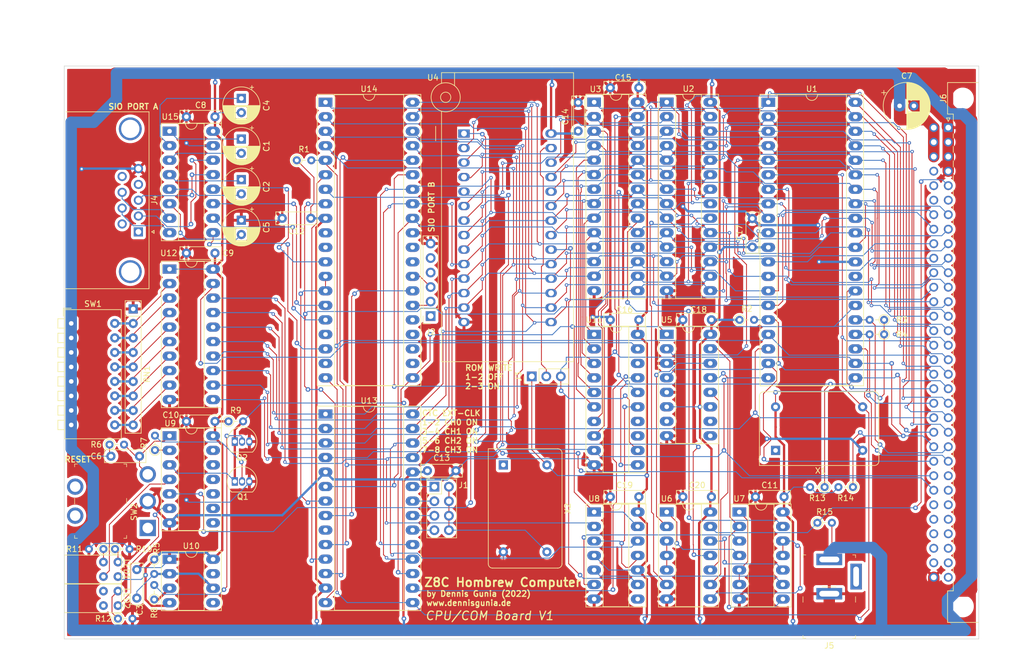
<source format=kicad_pcb>
(kicad_pcb (version 20211014) (generator pcbnew)
  (layers (0 "F.Cu" signal) (31 "B.Cu" signal) (34 "B.Paste" user) (35 "F.Paste" user) (36 "B.SilkS" user "B.Silkscreen") (37 "F.SilkS" user "F.Silkscreen") (38 "B.Mask" user) (39 "F.Mask" user) (44 "Edge.Cuts" user))
  (net 0 "")
  (net 1 "+5V")
  (net 2 "/D4")
  (net 3 "/D5")
  (net 4 "/D6")
  (net 5 "/D7")
  (net 6 "GND")
  (net 7 "/CLK_CPU")
  (net 8 "/A0")
  (net 9 "/A1")
  (net 10 "/D0")
  (net 11 "/D1")
  (net 12 "/D2")
  (net 13 "/D3")
  (net 14 "Net-(Q1-Pad2)")
  (net 15 "Net-(Q2-Pad2)")
  (net 16 "/A14")
  (net 17 "/A12")
  (net 18 "/A7")
  (net 19 "/A6")
  (net 20 "/A5")
  (net 21 "/A4")
  (net 22 "/A3")
  (net 23 "/A2")
  (net 24 "/A10")
  (net 25 "/A11")
  (net 26 "/A9")
  (net 27 "/A8")
  (net 28 "/A13")
  (net 29 "Net-(C1-Pad1)")
  (net 30 "Net-(C4-Pad1)")
  (net 31 "Net-(C1-Pad2)")
  (net 32 "Net-(C2-Pad1)")
  (net 33 "Net-(C2-Pad2)")
  (net 34 "Net-(C5-Pad2)")
  (net 35 "Net-(J4-Pad8)")
  (net 36 "Net-(J4-Pad7)")
  (net 37 "Net-(J4-Pad3)")
  (net 38 "Net-(J4-Pad2)")
  (net 39 "Net-(C3-Pad1)")
  (net 40 "Net-(R8-Pad1)")
  (net 43 "Net-(RN1-Pad9)")
  (net 44 "Net-(RN1-Pad8)")
  (net 45 "Net-(RN1-Pad7)")
  (net 46 "Net-(RN1-Pad6)")
  (net 47 "Net-(RN1-Pad5)")
  (net 48 "Net-(RN1-Pad4)")
  (net 49 "Net-(RN1-Pad3)")
  (net 50 "Net-(RN1-Pad2)")
  (net 51 "/A15")
  (net 52 "Net-(C6-Pad2)")
  (net 53 "Net-(R7-Pad1)")
  (net 62 "Net-(J1-Pad1)")
  (net 63 "/LED_RESET")
  (net 64 "/LED_HALT")
  (net 65 "Net-(J1-Pad2)")
  (net 66 "Net-(J1-Pad3)")
  (net 67 "Net-(J1-Pad5)")
  (net 68 "Net-(J1-Pad7)")
  (net 69 "Net-(J2-Pad2)")
  (net 70 "Net-(J2-Pad3)")
  (net 71 "/{slash}WE_ROM")
  (net 72 "/{slash}WR")
  (net 73 "/{slash}RESET")
  (net 74 "/{slash}INT")
  (net 75 "/{slash}NMI")
  (net 76 "/{slash}M1")
  (net 77 "/{slash}WAIT")
  (net 78 "/{slash}HALT")
  (net 79 "/{slash}RD")
  (net 80 "/{slash}BUSREQ")
  (net 81 "/{slash}MREQ")
  (net 82 "/{slash}BUSACK")
  (net 83 "/{slash}IOREQ")
  (net 84 "/IEO_SIO")
  (net 86 "/{slash}CS_RAM_LOW")
  (net 87 "/{slash}CS_RAM_HIGH")
  (net 88 "/{slash}CS_ROM_LOW")
  (net 89 "/ROM_BANK_SEL")
  (net 94 "/MEMC000")
  (net 95 "/MEM8000")
  (net 96 "/MEM4000")
  (net 97 "/MEM0000")
  (net 98 "/{slash}CS_RAM_LOW_1")
  (net 99 "Net-(U6-Pad3)")
  (net 100 "/MEMAQ")
  (net 101 "Net-(U7-Pad1)")
  (net 102 "/{slash}RAMSEL")
  (net 103 "/{slash}ROMSEL")
  (net 104 "Net-(U7-Pad10)")
  (net 105 "/{slash}CS_BANK")
  (net 111 "/{slash}CS_SIO")
  (net 112 "/{slash}CS_CTC")
  (net 114 "/{slash}CS_DIP")
  (net 115 "Net-(U13-Pad7)")
  (net 116 "Net-(U13-Pad8)")
  (net 118 "/IEO_CTC")
  (net 121 "Net-(U14-Pad12)")
  (net 122 "Net-(U14-Pad15)")
  (net 123 "Net-(U14-Pad16)")
  (net 125 "Net-(U14-Pad18)")
  (net 133 "/INT0")
  (net 134 "/INT1")
  (net 135 "/INT2")
  (net 136 "/CARD_IEO")
  (net 137 "+12V")
  (net 138 "-12V")
  (net 139 "-5V")
  (net 140 "+3V3")
  (net 141 "/INT3")
  (net 142 "/A16")
  (net 143 "/A17")
  (net 144 "/A18")
  (net 145 "/A19")
  (net 146 "/A20")
  (net 147 "/A21")
  (net 148 "/A22")
  (net 149 "/A23")
  (net 150 "Net-(LED1-Pad1a)")
  (net 151 "Net-(LED1-Pad2a)")
  (net 152 "Net-(LED2-Pad1a)")
  (net 155 "Net-(U6-Pad8)")
  (footprint "Capacitor_THT:C_Rect_L7.0mm_W2.0mm_P5.00mm" (layer "F.Cu") (at 64.476 101.6 180)
    (fp_text reference "C10")
    (fp_text value "100nF")
  )
  (footprint "Capacitor_THT:CP_Radial_D6.3mm_P2.50mm" (layer "F.Cu") (at 69.088 52.157621 -90)
    (fp_text reference "C1")
    (fp_text value "1uF")
  )
  (footprint "Resistor_THT:R_Axial_DIN0204_L3.6mm_D1.6mm_P2.54mm_Vertical" (layer "F.Cu") (at 181.56 83.82 180)
    (fp_text reference "R3")
    (fp_text value "4.7k")
  )
  (footprint "Capacitor_THT:CP_Radial_D6.3mm_P2.50mm" (layer "F.Cu") (at 69.088 45.045621 -90)
    (fp_text reference "C4")
    (fp_text value "1uF")
  )
  (footprint "Package_DIP:DIP-16_W7.62mm_Socket_LongPads" (layer "F.Cu") (at 143.52 86.35)
    (fp_text reference "U5")
    (fp_text value "74HC137")
  )
  (footprint "Connector_PinHeader_2.54mm:PinHeader_1x03_P2.54mm_Vertical" (layer "F.Cu") (at 119.903 93.726 90)
    (fp_text reference "J3")
    (fp_text value "ROM_/WR_EN")
  )
  (footprint "Package_DIP:DIP-14_W7.62mm_Socket_LongPads" (layer "F.Cu") (at 156.22 117.47)
    (fp_text reference "U7")
    (fp_text value "74HC02")
  )
  (footprint "Connector_DIN:DIN41612_Q_2x32_Male_Horizontal_THT" (layer "F.Cu") (at 192.78 50.165 -90)
    (fp_text reference "J6")
    (fp_text value "Conn_02x32_Row_Letter_First")
  )
  (footprint "Connector_PinHeader_2.54mm:PinHeader_2x04_P2.54mm_Vertical" (layer "F.Cu") (at 102.865 113.04)
    (fp_text reference "J1")
    (fp_text value "CTC_CLK_SEL")
  )
  (footprint "Capacitor_THT:CP_Radial_D6.3mm_P2.50mm" (layer "F.Cu") (at 69.088 59.269621 -90)
    (fp_text reference "C2")
    (fp_text value "1uF")
  )
  (footprint "Capacitor_THT:CP_Radial_D6.3mm_P2.50mm" (layer "F.Cu") (at 69.088 66.381621 -90)
    (fp_text reference "C5")
    (fp_text value "1uF")
  )
  (footprint "Package_DIP:DIP-14_W7.62mm_Socket_LongPads" (layer "F.Cu") (at 143.52 117.47)
    (fp_text reference "U6")
    (fp_text value "74HC00")
  )
  (footprint "Resistor_THT:R_Array_SIP9" (layer "F.Cu") (at 50.165 81.915 -90)
    (fp_text reference "RN1")
    (fp_text value "10k")
  )
  (footprint "Capacitor_THT:C_Rect_L7.0mm_W2.0mm_P5.00mm" (layer "F.Cu") (at 138.644 83.82 180)
    (fp_text reference "C16")
    (fp_text value "100nF")
  )
  (footprint "Capacitor_THT:CP_Radial_D8.0mm_P2.50mm" (layer "F.Cu") (at 184.267349 46.355)
    (fp_text reference "C7")
    (fp_text value "100uF")
  )
  (footprint "Connector_Dsub:DSUB-9_Female_Horizontal_P2.77x2.84mm_EdgePinOffset9.90mm_Housed_MountingHolesOffset11.32mm" (layer "F.Cu") (at 51.075331 68.415 -90)
    (fp_text reference "J4")
    (fp_text value "DB9_Female")
  )
  (footprint "Package_TO_SOT_THT:TO-92_Inline" (layer "F.Cu") (at 67.945 112.12)
    (fp_text reference "Q1")
    (fp_text value "BC548")
  )
  (footprint "Resistor_THT:R_Axial_DIN0204_L3.6mm_D1.6mm_P2.54mm_Vertical" (layer "F.Cu") (at 53.975 106.63 90)
    (fp_text reference "R7")
    (fp_text value "220")
  )
  (footprint "Capacitor_THT:C_Rect_L7.0mm_W2.0mm_P5.00mm" (layer "F.Cu") (at 151.344 114.808 180)
    (fp_text reference "C20")
    (fp_text value "100nF")
  )
  (footprint "Package_DIP:DIP-14_W7.62mm_Socket_LongPads" (layer "F.Cu") (at 56.525 104.135)
    (fp_text reference "U9")
    (fp_text value "74HC14")
  )
  (footprint "Resistor_THT:R_Axial_DIN0204_L3.6mm_D1.6mm_P2.54mm_Vertical" (layer "F.Cu") (at 66.852 101.6)
    (fp_text reference "R9")
    (fp_text value "4.7k")
  )
  (footprint "Socket:DIP_Socket-28_W11.9_W12.7_W15.24_W17.78_W18.5_3M_228-1277-00-0602J" (layer "F.Cu") (at 108.0425 51.2)
    (fp_text reference "U4")
    (fp_text value "28C256")
  )
  (footprint "Capacitor_THT:C_Rect_L7.0mm_W2.0mm_P5.00mm" (layer "F.Cu") (at 81.24 66.04 180)
    (fp_text reference "C12")
    (fp_text value "100nF")
  )
  (footprint "Resistor_THT:R_Axial_DIN0204_L3.6mm_D1.6mm_P2.54mm_Vertical" (layer "F.Cu") (at 44.958 123.952 180)
    (fp_text reference "R11")
    (fp_text value "R")
  )
  (footprint "Connector_PinSocket_2.54mm:PinSocket_1x06_P2.54mm_Vertical" (layer "F.Cu") (at 102.21 83.16 180)
    (fp_text reference "J2")
    (fp_text value "CON_FTDI")
  )
  (footprint "Capacitor_THT:C_Rect_L7.0mm_W2.0mm_P5.00mm" (layer "F.Cu") (at 50.8 132.548 90)
    (fp_text reference "C3")
    (fp_text value "200nF")
  )
  (footprint "Capacitor_THT:C_Rect_L7.0mm_W2.0mm_P5.00mm" (layer "F.Cu") (at 158.496 71.08 90)
    (fp_text reference "C17")
    (fp_text value "100nF")
  )
  (footprint "w_conn_av:MENTOR A500 Dual 3mm" (layer "F.Cu") (at 46.228 127.508 -90)
    (fp_text reference "LED1")
    (fp_text value "MENOTR_A500_Dual_3mm")
  )
  (footprint "Capacitor_THT:C_Rect_L7.0mm_W2.0mm_P5.00mm" (layer "F.Cu") (at 46.268 107.696)
    (fp_text reference "C6")
    (fp_text value "100nF")
  )
  (footprint "Capacitor_THT:C_Rect_L7.0mm_W2.0mm_P5.00mm" (layer "F.Cu") (at 151.344 83.82 180)
    (fp_text reference "C18")
    (fp_text value "100nF")
  )
  (footprint "Oscillator:Oscillator_DIP-14" (layer "F.Cu") (at 114.935 109.22 -90)
    (fp_text reference "X2")
    (fp_text value "7.372800MHz")
  )
  (footprint "Package_DIP:DIP-20_W7.62mm_Socket_LongPads" (layer "F.Cu") (at 56.525 74.935)
    (fp_text reference "U12")
    (fp_text value "74HC245")
  )
  (footprint "Resistor_THT:R_Axial_DIN0204_L3.6mm_D1.6mm_P2.54mm_Vertical" (layer "F.Cu") (at 169.8752 119.3546)
    (fp_text reference "R15")
    (fp_text value "4.7k")
  )
  (footprint "Package_DIP:DIP-16_W7.62mm_Socket_LongPads" (layer "F.Cu") (at 56.525 50.79)
    (fp_text reference "U15")
    (fp_text value "MAX232")
  )
  (footprint "Resistor_THT:R_Axial_DIN0204_L3.6mm_D1.6mm_P2.54mm_Vertical" (layer "F.Cu") (at 171.1452 113.1062 180)
    (fp_text reference "R13")
    (fp_text value "4.7k")
  )
  (footprint "Resistor_THT:R_Axial_DIN0204_L3.6mm_D1.6mm_P2.54mm_Vertical" (layer "F.Cu") (at 176.099 113.1062 180)
    (fp_text reference "R14")
    (fp_text value "4.7k")
  )
  (footprint "Resistor_THT:R_Axial_DIN0204_L3.6mm_D1.6mm_P2.54mm_Vertical" (layer "F.Cu") (at 46.99 123.952)
    (fp_text reference "R10")
    (fp_text value "R")
  )
  (footprint "digikey-footprints:Barrel_Jack_5.5mmODx2.1mmID_PJ-202A" (layer "F.Cu") (at 171.958 128.778 180)
    (fp_text reference "J5")
    (fp_text value "Barrel_Jack")
  )
  (footprint "Package_DIP:DIP-40_W15.24mm_Socket_LongPads" (layer "F.Cu") (at 161.285 45.725)
    (fp_text reference "U1")
    (fp_text value "Z80CPU")
  )
  (footprint "Capacitor_THT:C_Rect_L7.0mm_W2.0mm_P5.00mm" (layer "F.Cu") (at 138.644 43.18 180)
    (fp_text reference "C15")
    (fp_text value "100nF")
  )
  (footprint "Button_Switch_THT:SW_DIP_SPSTx08_Piano_CTS_Series194-8MSTN_W7.62mm_P2.54mm" (layer "F.Cu") (at 39.32 84.445)
    (fp_text reference "SW1")
    (fp_text value "SW_DIP_x08")
  )
  (footprint "Oscillator:Oscillator_DIP-14" (layer "F.Cu") (at 162.56 106.68)
    (fp_text reference "X1")
    (fp_text value "3.686411MHz")
  )
  (footprint "Resistor_THT:R_Axial_DIN0204_L3.6mm_D1.6mm_P2.54mm_Vertical" (layer "F.Cu") (at 47.498 136.144)
    (fp_text reference "R12")
    (fp_text value "R")
  )
  (footprint "Capacitor_THT:C_Rect_L7.0mm_W2.0mm_P5.00mm" (layer "F.Cu") (at 101.64 110.236)
    (fp_text reference "C13")
    (fp_text value "100nF")
  )
  (footprint "digikey-footprints:Toggle_Switch_100SP1T2B4M6QE" (layer "F.Cu") (at 52.71562 120.27 90)
    (fp_text reference "SW2")
    (fp_text value "SW_SPDT")
  )
  (footprint "Resistor_THT:R_Axial_DIN0204_L3.6mm_D1.6mm_P2.54mm_Vertical" (layer "F.Cu") (at 46.024 105.664)
    (fp_text reference "R6")
    (fp_text value "4.7k")
  )
  (footprint "Capacitor_THT:C_Rect_L7.0mm_W2.0mm_P5.00mm" (layer "F.Cu") (at 64.476 72.136 180)
    (fp_text reference "C9")
    (fp_text value "100nF")
  )
  (footprint "Resistor_THT:R_Axial_DIN0204_L3.6mm_D1.6mm_P2.54mm_Vertical" (layer "F.Cu") (at 156.26 83.82)
    (fp_text reference "R2")
    (fp_text value "4.7k")
  )
  (footprint "Package_DIP:DIP-40_W15.24mm_Socket_LongPads" (layer "F.Cu") (at 83.815 45.725)
    (fp_text reference "U14")
    (fp_text value "SIO0-DIP-40")
  )
  (footprint "Capacitor_THT:C_Rect_L7.0mm_W2.0mm_P5.00mm" (layer "F.Cu") (at 128.016 50.76 90)
    (fp_text reference "C14")
    (fp_text value "100nF")
  )
  (footprint "Package_DIP:DIP-28_W7.62mm_Socket_LongPads" (layer "F.Cu") (at 130.82 45.705)
    (fp_text reference "U3")
    (fp_text value "HM62256BLP")
  )
  (footprint "Package_DIP:DIP-14_W7.62mm_Socket_LongPads" (layer "F.Cu") (at 130.82 117.47)
    (fp_text reference "U8")
    (fp_text value "74HC74")
  )
  (footprint "Resistor_THT:R_Axial_DIN0204_L3.6mm_D1.6mm_P2.54mm_Vertical" (layer "F.Cu") (at 53.848 125.78 -90)
    (fp_text reference "R5")
    (fp_text value "1M")
  )
  (footprint "Package_DIP:DIP-8_W7.62mm_Socket_LongPads" (layer "F.Cu") (at 56.525 125.74)
    (fp_text reference "U10")
    (fp_text value "NE555P")
  )
  (footprint "Resistor_THT:R_Axial_DIN0204_L3.6mm_D1.6mm_P2.54mm_Vertical" (layer "F.Cu") (at 53.848 132.792 90)
    (fp_text reference "R8")
    (fp_text value "220")
  )
  (footprint "Resistor_THT:R_Axial_DIN0204_L3.6mm_D1.6mm_P2.54mm_Vertical" (layer "F.Cu") (at 78.79 55.88)
    (fp_text reference "R1")
    (fp_text value "4.7k")
  )
  (footprint "Package_DIP:DIP-28_W15.24mm_Socket_LongPads" (layer "F.Cu") (at 83.815 100.315)
    (fp_text reference "U13")
    (fp_text value "CTC-DIP-28")
  )
  (footprint "Capacitor_THT:C_Rect_L7.0mm_W2.0mm_P5.00mm" (layer "F.Cu") (at 64.476 48.26 180)
    (fp_text reference "C8")
    (fp_text value "100nF")
  )
  (footprint "Package_TO_SOT_THT:TO-92_Inline" (layer "F.Cu") (at 67.945 105.135)
    (fp_text reference "Q2")
    (fp_text value "BC548")
  )
  (footprint "Capacitor_THT:C_Rect_L7.0mm_W2.0mm_P5.00mm" (layer "F.Cu") (at 164.044 114.808 180)
    (fp_text reference "C11")
    (fp_text value "100nF")
  )
  (footprint "Capacitor_THT:C_Rect_L7.0mm_W2.0mm_P5.00mm" (layer "F.Cu") (at 138.644 114.808 180)
    (fp_text reference "C19")
    (fp_text value "100nF")
  )
  (footprint "Package_DIP:DIP-20_W7.62mm_Socket_LongPads" (layer "F.Cu") (at 130.82 86.365)
    (fp_text reference "U11")
    (fp_text value "GAL16V8")
  )
  (footprint "w_conn_av:MENTOR A500 Dual 3mm" (layer "F.Cu") (at 46.228 132.588 -90)
    (fp_text reference "LED2")
    (fp_text value "MENOTR_A500_Dual_3mm")
  )
  (footprint "Resistor_THT:R_Axial_DIN0204_L3.6mm_D1.6mm_P2.54mm_Vertical" (layer "F.Cu") (at 181.56 86.36 180)
    (fp_text reference "R4")
    (fp_text value "4.7k")
  )
  (footprint "Package_DIP:DIP-28_W7.62mm_Socket_LongPads" (layer "F.Cu") (at 143.52 45.705)
    (fp_text reference "U2")
    (fp_text value "HM62256BLP")
  )
  (gr_line locked (start 198.12 139.7) (end 198.12 39.37) (layer "Edge.Cuts") (width 0.1))
  (gr_line locked (start 38.1 139.7) (end 198.12 139.7) (layer "Edge.Cuts") (width 0.1))
  (gr_line locked (start 38.1 39.37) (end 38.1 139.7) (layer "Edge.Cuts") (width 0.1))
  (gr_line locked (start 198.12 39.37) (end 38.1 39.37) (layer "Edge.Cuts") (width 0.1))
  (gr_text "CTC EXT-CLK\n1-2 CH0 ON\n3-4 CH1 ON\n5-6 CH2 ON\n7-8 CH3 ON" (at 100.584 103.378) (layer "F.SilkS") (effects (font (size 1 1) (thickness 0.2)) (justify left)))
  (gr_text "RESET" (at 38.0746 108.2548) (layer "F.SilkS") (effects (font (size 1 1) (thickness 0.2)) (justify left)))
  (gr_text "CPU/COM Board V1" (at 112.522 135.636) (layer "F.SilkS") (effects (font (size 1.5 1.5) (thickness 0.2) italic)))
  (gr_text "ROM WRITE\n1-2 OFF\n2-3 ON" (at 108.1532 93.8276) (layer "F.SilkS") (effects (font (size 1 1) (thickness 0.2)) (justify left)))
  (gr_text "by Dennis Gunia (2022)\nwww.dennisgunia.de" (at 101.346 132.588) (layer "F.SilkS") (effects (font (size 1 1) (thickness 0.2)) (justify left)))
  (gr_text "SIO PORT A" (at 45.72 46.482) (layer "F.SilkS") (effects (font (size 1 1) (thickness 0.2)) (justify left)))
  (gr_text "Z8C Hombrew Computer" (at 114.808 129.794) (layer "F.SilkS") (effects (font (size 1.5 1.5) (thickness 0.3))))
  (gr_text "SIO PORT B" (at 102.362 68.58 90) (layer "F.SilkS") (effects (font (size 1 1) (thickness 0.2)) (justify left)))
  (segment (start 164.044 114.808) (end 164.044 105.764978) (width 0.4) (layer "F.Cu") (net 1))
  (segment (start 151.344 106.430377) (end 149.352 104.438377) (width 0.4) (layer "F.Cu") (net 1))
  (segment (start 64.145 50.79) (end 65.74452 52.38952) (width 0.4) (layer "F.Cu") (net 1))
  (segment (start 83.815 130.795) (end 82.21548 132.39452) (width 0.4) (layer "F.Cu") (net 1))
  (segment (start 163.84 117.47) (end 165.608 119.238) (width 0.4) (layer "F.Cu") (net 1))
  (segment (start 64.476 50.459) (end 64.145 50.79) (width 0.4) (layer "F.Cu") (net 1))
  (segment (start 149.352 88.138) (end 151.14 86.35) (width 0.4) (layer "F.Cu") (net 1))
  (segment (start 190.24 50.165) (end 188.843 48.768) (width 2) (layer "F.Cu") (net 1))
  (segment (start 82.21548 129.19548) (end 83.815 130.795) (width 0.4) (layer "F.Cu") (net 1))
  (segment (start 151.344 43.18) (end 151.344 42.6612) (width 0.4) (layer "F.Cu") (net 1))
  (segment (start 65.74452 105.73452) (end 65.74452 124.14048) (width 0.4) (layer "F.Cu") (net 1))
  (segment (start 140.03952 111.08352) (end 140.03952 87.96452) (width 0.4) (layer "F.Cu") (net 1))
  (segment (start 64.476 72.136) (end 64.476 74.604) (width 0.4) (layer "F.Cu") (net 1))
  (segment (start 138.644 83.82) (end 140.03952 82.42448) (width 0.4) (layer "F.Cu") (net 1))
  (segment (start 140.03952 129.22952) (end 140.03952 135.80448) (width 0.4) (layer "F.Cu") (net 1))
  (segment (start 149.352 104.438377) (end 149.352 88.138) (width 0.4) (layer "F.Cu") (net 1))
  (segment (start 138.44 84.024) (end 138.644 83.82) (width 0.4) (layer "F.Cu") (net 1))
  (segment (start 181.56 86.36) (end 181.56 83.82) (width 0.153) (layer "F.Cu") (net 1))
  (segment (start 64.145 104.135) (end 65.74452 105.73452) (width 0.4) (layer "F.Cu") (net 1))
  (segment (start 181.56 96.824) (end 180.848 97.536) (width 0.153) (layer "F.Cu") (net 1))
  (segment (start 119.903 106.568) (end 122.555 109.22) (width 0.153) (layer "F.Cu") (net 1))
  (segment (start 65.74452 52.38952) (end 65.74452 73.33548) (width 0.4) (layer "F.Cu") (net 1))
  (segment (start 151.14 115.012) (end 151.344 114.808) (width 0.4) (layer "F.Cu") (net 1))
  (segment (start 164.044 114.808) (end 164.044 117.266) (width 0.4) (layer "F.Cu") (net 1))
  (segment (start 140.03952 87.96452) (end 138.44 86.365) (width 0.4) (layer "F.Cu") (net 1))
  (segment (start 181.56 86.36) (end 181.56 96.824) (width 0.153) (layer "F.Cu") (net 1))
  (segment (start 82.21548 132.39452) (end 82.21548 136.57148) (width 0.4) (layer "F.Cu") (net 1))
  (segment (start 151.14 45.705) (end 152.73952 47.30452) (width 0.4) (layer "F.Cu") (net 1))
  (segment (start 162.56 104.280978) (end 162.56 102.5398) (width 0.4) (layer "F.Cu") (net 1))
  (segment (start 140.03952 82.42448) (end 140.03952 47.30452) (width 0.4) (layer "F.Cu") (net 1))
  (segment (start 151.344 84.796) (end 151.344 86.146) (width 0.4) (layer "F.Cu") (net 1))
  (segment (start 64.476 48.26) (end 64.476 50.459) (width 0.4) (layer "F.Cu") (net 1))
  (segment (start 164.044 117.266) (end 163.84 117.47) (width 0.4) (layer "F.Cu") (net 1))
  (segment (start 65.74452 100.33148) (end 64.476 101.6) (width 0.4) (layer "F.Cu") (net 1))
  (segment (start 138.44 45.705) (end 138.44 43.384) (width 0.4) (layer "F.Cu") (net 1))
  (segment (start 151.344 86.146) (end 151.14 86.35) (width 0.4) (layer "F.Cu") (net 1))
  (segment (start 138.44 117.913623) (end 140.03952 119.513143) (width 0.4) (layer "F.Cu") (net 1))
  (segment (start 152.73952 47.30452) (end 152.73952 71.96752) (width 0.4) (layer "F.Cu") (net 1))
  (segment (start 172.4152 119.3546) (end 172.4152 125.3208) (width 0.1519) (layer "F.Cu") (net 1))
  (segment (start 190.24 50.165) (end 190.24 52.705) (width 2) (layer "F.Cu") (net 1))
  (segment (start 140.03952 47.30452) (end 138.44 45.705) (width 0.4) (layer "F.Cu") (net 1))
  (segment (start 52.324 132.822944) (end 52.324 128.524) (width 0.4) (layer "F.Cu") (net 1))
  (segment (start 64.476 42.2795) (end 64.516 42.2395) (width 0.4) (layer "F.Cu") (net 1))
  (segment (start 65.74452 76.53452) (end 65.74452 100.33148) (width 0.4) (layer "F.Cu") (net 1))
  (segment (start 162.56 102.5398) (end 162.56 99.06) (width 0.4) (layer "F.Cu") (net 1))
  (segment (start 81.788 58.878) (end 81.788 63.5) (width 0.153) (layer "F.Cu") (net 1))
  (segment (start 138.44 43.384) (end 138.644 43.18) (width 0.4) (layer "F.Cu") (net 1))
  (segment (start 184.404 48.768) (end 184.267349 48.631349) (width 2) (layer "F.Cu") (net 1))
  (segment (start 56.525 133.36) (end 55.993489 133.891511) (width 0.4) (layer "F.Cu") (net 1))
  (segment (start 123.2825 42.8335) (end 123.444 42.672) (width 0.4) (layer "F.Cu") (net 1))
  (segment (start 151.14 117.47) (end 151.14 115.012) (width 0.4) (layer "F.Cu") (net 1))
  (segment (start 123.2825 51.2) (end 123.2825 42.8335) (width 0.4) (layer "F.Cu") (net 1))
  (segment (start 162.56 96.52) (end 162.56 99.06) (width 0.153) (layer "F.Cu") (net 1))
  (segment (start 82.21548 67.64452) (end 82.21548 129.19548) (width 0.4) (layer "F.Cu") (net 1))
  (segment (start 99.055 110.475) (end 97.45548 112.07452) (width 0.4) (layer "F.Cu") (net 1))
  (segment (start 138.44 86.365) (end 138.44 84.024) (width 0.4) (layer "F.Cu") (net 1))
  (segment (start 164.044 105.764978) (end 162.56 104.280978) (width 0.4) (layer "F.Cu") (net 1))
  (segment (start 52.324 127.304) (end 53.848 125.78) (width 0.4) (layer "F.Cu") (net 1))
  (segment (start 140.03952 113.41248) (end 140.03952 111.08352) (width 0.4) (layer "F.Cu") (net 1))
  (segment (start 138.44 127.63) (end 140.03952 129.22952) (width 0.4) (layer "F.Cu") (net 1))
  (segment (start 140.03952 126.03048) (end 138.44 127.63) (width 0.4) (layer "F.Cu") (net 1))
  (segment (start 119.903 93.726) (end 119.903 106.568) (width 0.153) (layer "F.Cu") (net 1))
  (segment (start 138.644 114.808) (end 138.644 117.266) (width 0.4) (layer "F.Cu") (net 1))
  (segment (start 83.815 66.045) (end 82.21548 67.64452) (width 0.4) (layer "F.Cu") (net 1))
  (segment (start 81.24 64.048) (end 81.24 66.04) (width 0.153) (layer "F.Cu") (net 1))
  (segment (start 52.324 128.524) (end 52.324 127.304) (width 0.4) (layer "F.Cu") (net 1))
  (segment (start 78.79 55.88) (end 81.788 58.878) (width 0.153) (layer "F.Cu") (net 1))
  (segment (start 151.344 114.808) (end 151.344 106.430377) (width 0.4) (layer "F.Cu") (net 1))
  (segment (start 82.21548 136.57148) (end 82.2205 136.5765) (width 0.4) (layer "F.Cu") (net 1))
  (segment (start 184.267349 48.631349) (end 184.267349 46.355) (width 2) (layer "F.Cu") (net 1))
  (segment (start 151.14 117.47) (end 149.18796 119.42204) (width 0.4) (layer "F.Cu") (net 1))
  (segment (start 151.344 45.501) (end 151.14 45.705) (width 0.4) (layer "F.Cu") (net 1))
  (segment (start 64.476 103.804) (end 64.145 104.135) (width 0.4) (layer "F.Cu") (net 1))
  (segment (start 149.18796 119.42204) (end 149.18796 135.97996) (width 0.4) (layer "F.Cu") (net 1))
  (segment (start 140.03952 119.513143) (end 140.03952 126.03048) (width 0.4) (layer "F.Cu") (net 1))
  (segment (start 82.2205 136.5765) (end 82.296 136.5765) (width 0.4) (layer "F.Cu") (net 1))
  (segment (start 65.74452 73.33548) (end 64.145 74.935) (width 0.4) (layer "F.Cu") (net 1))
  (segment (start 172.4152 125.3208) (end 171.958 125.778) (width 0.1519) (layer "F.Cu") (net 1))
  (segment (start 64.476 74.604) (end 64.145 74.935) (width 0.4) (layer "F.Cu") (net 1))
  (segment (start 55.993489 133.891511) (end 53.392567 133.891511) (width 0.4) (layer "F.Cu") (net 1))
  (segment (start 81.788 63.5) (end 81.24 64.048) (width 0.153) (layer "F.Cu") (net 1))
  (segment (start 149.18796 135.97996) (end 149.352 136.144) (width 0.4) (layer "F.Cu") (net 1))
  (segment (start 138.644 117.266) (end 138.44 117.47) (width 0.4) (layer "F.Cu") (net 1))
  (segment (start 151.344 43.18) (end 151.344 45.501) (width 0.4) (layer "F.Cu") (net 1))
  (segment (start 190.24 52.705) (end 190.24 55.245) (width 2) (layer "F.Cu") (net 1))
  (segment (start 152.73952 71.96752) (end 152.73952 83.40048) (width 0.4) (layer "F.Cu") (net 1))
  (segment (start 64.145 74.935) (end 65.74452 76.53452) (width 0.4) (layer "F.Cu") (net 1))
  (segment (start 64.476 101.6) (end 64.476 103.804) (width 0.4) (layer "F.Cu") (net 1))
  (segment (start 46.024 105.664) (end 46.024 107.452) (width 0.1519) (layer "F.Cu") (net 1))
  (segment (start 138.644 114.808) (end 140.03952 113.41248) (width 0.4) (layer "F.Cu") (net 1))
  (segment (start 97.45548 136.06348) (end 97.536 136.144) (width 0.4) (layer "F.Cu") (net 1))
  (segment (start 140.03952 135.80448) (end 139.7 136.144) (width 0.4) (layer "F.Cu") (net 1))
  (segment (start 53.392567 133.891511) (end 52.324 132.822944) (width 0.4) (layer "F.Cu") (net 1))
  (segment (start 165.608 119.238) (end 165.608 136.5765) (width 0.4) (layer "F.Cu") (net 1))
  (segment (start 138.44 117.47) (end 138.44 117.913623) (width 0.4) (layer "F.Cu") (net 1))
  (segment (start 97.45548 112.07452) (end 97.45548 136.06348) (width 0.4) (layer "F.Cu") (net 1))
  (segment (start 46.024 107.452) (end 46.268 107.696) (width 0.1519) (layer "F.Cu") (net 1))
  (segment (start 65.74452 124.14048) (end 64.145 125.74) (width 0.4) (layer "F.Cu") (net 1))
  (segment (start 188.843 48.768) (end 184.404 48.768) (width 2) (layer "F.Cu") (net 1))
  (segment (start 151.344 83.82) (end 151.344 84.796) (width 0.4) (layer "F.Cu") (net 1))
  (segment (start 151.344 42.6612) (end 151.4602 42.545) (width 0.4) (layer "F.Cu") (net 1))
  (segment (start 64.476 48.26) (end 64.476 42.2795) (width 0.4) (layer "F.Cu") (net 1))
  (segment (start 64.476 101.6) (end 66.852 101.6) (width 0.4) (layer "F.Cu") (net 1))
  (segment (start 162.6616 102.6414) (end 162.56 102.5398) (width 0.25) (layer "F.Cu") (net 1))
  (segment (start 152.73952 83.40048) (end 151.344 84.796) (width 0.4) (layer "F.Cu") (net 1))
  (via (at 140.03952 111.08352) (size 0.8) (drill 0.4) (layers "F.Cu" "B.Cu") (net 1))
  (via (at 180.848 97.536) (size 0.8) (drill 0.4) (layers "F.Cu" "B.Cu") (net 1))
  (via (at 82.296 136.5765) (size 0.8) (drill 0.4) (layers "F.Cu" "B.Cu") (net 1))
  (via (at 97.536 136.144) (size 0.8) (drill 0.4) (layers "F.Cu" "B.Cu") (net 1))
  (via (at 123.444 42.672) (size 0.8) (drill 0.4) (layers "F.Cu" "B.Cu") (net 1))
  (via (at 139.7 136.144) (size 0.8) (drill 0.4) (layers "F.Cu" "B.Cu") (net 1))
  (via (at 149.340536 99.060083) (size 0.8) (drill 0.4) (layers "F.Cu" "B.Cu") (net 1))
  (via (at 149.352 136.144) (size 0.8) (drill 0.4) (layers "F.Cu" "B.Cu") (net 1))
  (via (at 52.324 128.524) (size 0.8) (drill 0.4) (layers "F.Cu" "B.Cu") (net 1))
  (via (at 165.608 136.5765) (size 0.8) (drill 0.4) (layers "F.Cu" "B.Cu") (net 1))
  (via (at 151.4602 42.545) (size 0.8) (drill 0.4) (layers "F.Cu" "B.Cu") (net 1))
  (via (at 64.516 42.2395) (size 0.8) (drill 0.4) (layers "F.Cu" "B.Cu") (net 1))
  (via (at 162.56 96.52) (size 0.8) (drill 0.4) (layers "F.Cu" "B.Cu") (net 1))
  (via (at 152.73952 71.96752) (size 0.8) (drill 0.4) (layers "F.Cu" "B.Cu") (net 1))
  (segment (start 43.23 49.226) (end 47.244 45.212) (width 2) (layer "B.Cu") (net 1))
  (segment (start 139.192 138.176) (end 148.844 138.176) (width 2) (layer "B.Cu") (net 1))
  (segment (start 56.525 74.935) (end 64.145 74.935) (width 0.153) (layer "B.Cu") (net 1))
  (segment (start 130.82 125.09) (end 133.36 127.63) (width 0.153) (layer "B.Cu") (net 1))
  (segment (start 161.285 71.125) (end 158.541 71.125) (width 0.4) (layer "B.Cu") (net 1))
  (segment (start 81.24 66.04) (end 83.81 66.04) (width 0.4) (layer "B.Cu") (net 1))
  (segment (start 138.684 40.64) (end 123.444 40.64) (width 2) (layer "B.Cu") (net 1))
  (segment (start 40.386 122.174) (end 43.18 119.38) (width 2) (layer "B.Cu") (net 1))
  (segment (start 39.624 126.492) (end 39.624 122.174) (width 2) (layer "B.Cu") (net 1))
  (segment (start 97.536 136.144) (end 97.536 138.176) (width 0.4) (layer "B.Cu") (net 1))
  (segment (start 153.62704 71.08) (end 152.73952 71.96752) (width 0.4) (layer "B.Cu") (net 1))
  (segment (start 168.6052 113.1062) (end 165.7458 113.1062) (width 0.1519) (layer "B.Cu") (net 1))
  (segment (start 39.32 92.065) (end 39.32 94.605) (width 2) (layer "B.Cu") (net 1))
  (segment (start 152.4 138.176) (end 165.1 138.176) (width 2) (layer "B.Cu") (net 1))
  (segment (start 99.055 110.475) (end 101.401 110.475) (width 0.4) (layer "B.Cu") (net 1))
  (segment (start 46.268 107.696) (end 42.164 107.696) (width 0.153) (layer "B.Cu") (net 1))
  (segment (start 39.32 102.225) (end 39.32 106.376) (width 2) (layer "B.Cu") (net 1))
  (segment (start 51.571461 129.276539) (end 52.324 128.524) (width 0.1519) (layer "B.Cu") (net 1))
  (segment (start 162.728011 96.351989) (end 162.56 96.52) (width 0.153) (layer "B.Cu") (net 1))
  (segment (start 181.102 125.222) (end 181.102 138.176) (width 2) (layer "B.Cu") (net 1))
  (segment (start 133.36 127.63) (end 138.44 127.63) (width 0.153) (layer "B.Cu") (net 1))
  (segment (start 158.496 71.08) (end 153.62704 71.08) (width 0.4) (layer "B.Cu") (net 1))
  (segment (start 186.553349 41.519349) (end 192.793521 47.759521) (width 2) (layer "B.Cu") (net 1))
  (segment (start 55.087511 124.540489) (end 53.848 125.78) (width 0.4) (layer "B.Cu") (net 1))
  (segment (start 171.958 124.714) (end 172.974 123.698) (width 2) (layer "B.Cu") (net 1))
  (segment (start 180.848 97.536) (end 179.663989 96.351989) (width 0.153) (layer "B.Cu") (net 1))
  (segment (start 64.145 125.74) (end 62.945489 124.540489) (width 0.4) (layer "B.Cu") (net 1))
  (segment (start 43.18 110.236) (end 41.402 108.458) (width 2) (layer "B.Cu") (net 1))
  (segment (start 168.6052 113.1062) (end 169.580661 114.081661) (width 0.1519) (layer "B.Cu") (net 1))
  (segment (start 39.624 122.174) (end 40.386 122.174) (width 2) (layer "B.Cu") (net 1))
  (segment (start 39.624 138.176) (end 82.296 138.176) (width 2) (layer "B.Cu") (net 1))
  (segment (start 151.4602 42.545) (end 151.4602 40.7162) (width 0.4) (layer "B.Cu") (net 1))
  (segment (start 138.644 40.68) (end 138.684 40.64) (width 0.4) (layer "B.Cu") (net 1))
  (segment (start 65.190379 47.545621) (end 64.476 48.26) (width 0.153) (layer "B.Cu") (net 1))
  (segment (start 83.81 66.04) (end 83.815 66.045) (width 0.4) (layer "B.Cu") (net 1))
  (segment (start 39.32 49.226) (end 39.32 84.445) (width 2) (layer "B.Cu") (net 1))
  (segment (start 184.267349 46.355) (end 184.267349 41.519349) (width 2) (layer "B.Cu") (net 1))
  (segment (start 101.401 110.475) (end 101.64 110.236) (width 0.4) (layer "B.Cu") (net 1))
  (segment (start 39.32 106.376) (end 41.402 108.458) (width 2) (layer "B.Cu") (net 1))
  (segment (start 165.7458 113.1062) (end 164.044 114.808) (width 0.1519) (layer "B.Cu") (net 1))
  (segment (start 195.326 47.759521) (end 196.85 49.283521) (width 2) (layer "B.Cu") (net 1))
  (segment (start 82.296 136.5765) (end 82.296 138.176) (width 0.4) (layer "B.Cu") (net 1))
  (segment (start 156.26 83.82) (end 151.344 83.82) (width 0.4) (layer "B.Cu") (net 1))
  (segment (start 123.2825 51.2) (end 127.576 51.2) (width 0.4) (layer "B.Cu") (net 1))
  (segment (start 139.7 137.668) (end 139.192 138.176) (width 0.4) (layer "B.Cu") (net 1))
  (segment (start 179.578 123.698) (end 181.102 125.222) (width 2) (layer "B.Cu") (net 1))
  (segment (start 158.541 71.125) (end 158.496 71.08) (width 0.4) (layer "B.Cu") (net 1))
  (segment (start 122.555 109.22) (end 124.41852 111.08352) (width 0.153) (layer "B.Cu") (net 1))
  (segment (start 43.18 119.38) (end 43.18 110.236) (width 2) (layer "B.Cu") (net 1))
  (segment (start 181.102 138.176) (end 165.1 138.176) (width 2) (layer "B.Cu") (net 1))
  (segment (start 39.32 84.445) (end 39.32 86.985) (width 2) (layer "B.Cu") (net 1))
  (segment (start 39.32 49.226) (end 43.23 49.226) (width 2) (layer "B.Cu") (net 1))
  (segment (start 196.85 49.283521) (end 196.85 128.672655) (width 2) (layer "B.Cu") (net 1))
  (segment (start 82.296 138.176) (end 97.536 138.176) (width 2) (layer "B.Cu") (net 1))
  (segment (start 179.663989 96.351989) (end 162.728011 96.351989) (width 0.153) (layer "B.Cu") (net 1))
  (segment (start 39.624 126.492) (end 39.624 138.176) (width 2) (layer "B.Cu") (net 1))
  (segment (start 143.52 99.05) (end 149.330453 99.05) (width 0.153) (layer "B.Cu") (net 1))
  (segment (start 39.32 86.985) (end 39.32 89.525) (width 2) (layer "B.Cu") (net 1))
  (segment (start 97.536 138.176) (end 139.192 138.176) (width 2) (layer "B.Cu") (net 1))
  (segment (start 172.583539 114.081661) (end 173.559 113.1062) (width 0.1519) (layer "B.Cu") (net 1))
  (segment (start 47.996539 129.276539) (end 51.571461 129.276539) (width 0.1519) (layer "B.Cu") (net 1))
  (segment (start 195.728655 138.176) (end 181.102 138.176) (width 2) (layer "B.Cu") (net 1))
  (segment (start 42.164 107.696) (end 41.402 108.458) (width 0.153) (layer "B.Cu") (net 1))
  (segment (start 127.576 51.2) (end 128.016 50.76) (width 0.4) (layer "B.Cu") (net 1))
  (segment (start 169.580661 114.081661) (end 172.583539 114.081661) (width 0.1519) (layer "B.Cu") (net 1))
  (segment (start 39.32 97.145) (end 39.32 94.605) (width 2) (layer "B.Cu") (net 1))
  (segment (start 171.958 125.778) (end 171.958 124.714) (width 2) (layer "B.Cu") (net 1))
  (segment (start 165.608 137.668) (end 165.1 138.176) (width 0.4) (layer "B.Cu") (net 1))
  (segment (start 139.7 136.144) (end 139.7 137.668) (width 0.4) (layer "B.Cu") (net 1))
  (segment (start 183.388 40.64) (end 151.384 40.64) (width 2) (layer "B.Cu") (net 1))
  (segment (start 149.352 137.668) (end 148.844 138.176) (width 0.4) (layer "B.Cu") (net 1))
  (segment (start 184.267349 41.519349) (end 186.553349 41.519349) (width 2) (layer "B.Cu") (net 1))
  (segment (start 172.974 123.698) (end 179.578 123.698) (width 2) (layer "B.Cu") (net 1))
  (segment (start 65.024 40.64) (end 47.244 40.64) (width 2) (layer "B.Cu") (net 1))
  (segment (start 149.330453 99.05) (end 149.340536 99.060083) (width 0.153) (layer "B.Cu") (net 1))
  (segment (start 165.608 136.5765) (end 165.608 137.668) (width 0.4) (layer "B.Cu") (net 1))
  (segment (start 39.32 99.685) (end 39.32 97.145) (width 2) (layer "B.Cu") (net 1))
  (segment (start 64.516 41.148) (end 65.024 40.64) (width 0.4) (layer "B.Cu") (net 1))
  (segment (start 138.644 43.18) (end 138.644 40.68) (width 0.4) (layer "B.Cu") (net 1))
  (segment (start 64.516 42.2395) (end 64.516 41.148) (width 0.4) (layer "B.Cu") (net 1))
  (segment (start 124.41852 111.08352) (end 140.03952 111.08352) (width 0.153) (layer "B.Cu") (net 1))
  (segment (start 47.244 45.212) (end 47.244 40.64) (width 2) (layer "B.Cu") (net 1))
  (segment (start 184.267349 41.519349) (end 183.388 40.64) (width 2) (layer "B.Cu") (net 1))
  (segment (start 192.793521 47.759521) (end 195.326 47.759521) (width 2) (layer "B.Cu") (net 1))
  (segment (start 192.645479 135.092824) (end 195.728655 138.176) (width 2) (layer "B.Cu") (net 1))
  (segment (start 151.384 40.64) (end 138.684 40.64) (width 2) (layer "B.Cu") (net 1))
  (segment (start 148.844 138.176) (end 152.4 138.176) (width 2) (layer "B.Cu") (net 1))
  (segment (start 123.444 42.672) (end 123.444 40.64) (width 0.4) (layer "B.Cu") (net 1))
  (segment (start 47.498 128.778) (end 47.996539 129.276539) (width 0.1519) (layer "B.Cu") (net 1))
  (segment (start 62.945489 124.540489) (end 55.087511 124.540489) (width 0.4) (layer "B.Cu") (net 1))
  (segment (start 39.32 89.525) (end 39.32 92.065) (width 2) (layer "B.Cu") (net 1))
  (segment (start 39.32 102.225) (end 39.32 99.685) (width 2) (layer "B.Cu") (net 1))
  (segment (start 196.85 128.672655) (end 192.645479 132.877176) (width 2) (layer "B.Cu") (net 1))
  (segment (start 69.088 47.545621) (end 65.190379 47.545621) (width 0.153) (layer "B.Cu") (net 1))
  (segment (start 123.444 40.64) (end 65.024 40.64) (width 2) (layer "B.Cu") (net 1))
  (segment (start 149.352 136.144) (end 149.352 137.668) (width 0.4) (layer "B.Cu") (net 1))
  (segment (start 192.645479 132.877176) (end 192.645479 135.092824) (width 2) (layer "B.Cu") (net 1))
  (segment (start 147.32 59.96182) (end 147.32 77.118) (width 0.153) (layer "F.Cu") (net 2))
  (segment (start 117.348 99.06) (end 117.348 93.472) (width 0.153) (layer "F.Cu") (net 2))
  (segment (start 147.32 77.118) (end 147.31742 77.12058) (width 0.153) (layer "F.Cu") (net 2))
  (segment (start 74.676 100.076) (end 74.737211 100.076) (width 0.153) (layer "F.Cu") (net 2))
  (segment (start 118.3028 92.5172) (end 118.3028 81.28) (width 0.153) (layer "F.Cu") (net 2))
  (segment (start 74.676 90.80898) (end 74.676 100.076) (width 0.153) (layer "F.Cu") (net 2))
  (segment (start 125.984 77.724) (end 125.984 78.9785) (width 0.153) (layer "F.Cu") (net 2))
  (segment (start 73.66 89.79298) (end 74.676 90.80898) (width 0.153) (layer "F.Cu") (net 2))
  (segment (start 164.348303 76.708) (end 164.876714 76.179589) (width 0.153) (layer "F.Cu") (net 2))
  (segment (start 118.3028 53.34) (end 118.3028 81.28) (width 0.153) (layer "F.Cu") (net 2))
  (segment (start 125.984 78.9785) (end 123.2825 81.68) (width 0.153) (layer "F.Cu") (net 2))
  (segment (start 164.876714 76.179589) (end 164.876714 61.244714) (width 0.153) (layer "F.Cu") (net 2))
  (segment (start 117.348 93.472) (end 118.3028 92.5172) (width 0.153) (layer "F.Cu") (net 2))
  (segment (start 164.876714 61.244714) (end 164.592 60.96) (width 0.153) (layer "F.Cu") (net 2))
  (via (at 73.66 89.79298) (size 0.6) (drill 0.3) (layers "F.Cu" "B.Cu") (net 2))
  (via (at 118.3028 53.34) (size 0.6) (drill 0.3) (layers "F.Cu" "B.Cu") (net 2))
  (via (at 164.592 60.96) (size 0.6) (drill 0.3) (layers "F.Cu" "B.Cu") (net 2))
  (via (at 118.3028 81.28) (size 0.6) (drill 0.3) (layers "F.Cu" "B.Cu") (net 2))
  (via (at 125.984 77.724) (size 0.6) (drill 0.3) (layers "F.Cu" "B.Cu") (net 2))
  (via (at 74.737211 100.076) (size 0.6) (drill 0.3) (layers "F.Cu" "B.Cu") (net 2))
  (via (at 147.31742 77.12058) (size 0.6) (drill 0.3) (layers "F.Cu" "B.Cu") (net 2))
  (via (at 147.32 59.96182) (size 0.6) (drill 0.3) (layers "F.Cu" "B.Cu") (net 2))
  (via (at 164.348303 76.708) (size 0.6) (drill 0.3) (layers "F.Cu" "B.Cu") (net 2))
  (via (at 117.348 99.06) (size 0.6) (drill 0.3) (layers "F.Cu" "B.Cu") (net 2))
  (segment (start 139.46842 77.21342) (end 150.11158 77.21342) (width 0.153) (layer "B.Cu") (net 2))
  (segment (start 138.44 76.185) (end 139.46842 77.21342) (width 0.153) (layer "B.Cu") (net 2))
  (segment (start 126.05902 77.64898) (end 125.984 77.724) (width 0.153) (layer "B.Cu") (net 2))
  (segment (start 164.587 60.965) (end 161.285 60.965) (width 0.153) (layer "B.Cu") (net 2))
  (segment (start 150.16234 59.73834) (end 147.54348 59.73834) (width 0.153) (layer "B.Cu") (net 2))
  (segment (start 99.055 50.805) (end 100.446011 52.196011) (width 0.153) (layer "B.Cu") (net 2))
  (segment (start 138.44 76.185) (end 136.97602 77.64898) (width 0.153) (layer "B.Cu") (net 2))
  (segment (start 64.145 90.175) (end 65.273 90.175) (width 0.153) (layer "B.Cu") (net 2))
  (segment (start 150.11158 77.21342) (end 151.14 76.185) (width 0.153) (layer "B.Cu") (net 2))
  (segment (start 74.976211 100.315) (end 83.815 100.315) (width 0.153) (layer "B.Cu") (net 2))
  (segment (start 83.815 100.315) (end 90.693 100.315) (width 0.153) (layer "B.Cu") (net 2))
  (segment (start 90.693 100.315) (end 91.948 99.06) (width 0.153) (layer "B.Cu") (net 2))
  (segment (start 73.27502 89.408) (end 73.66 89.79298) (width 0.153) (layer "B.Cu") (net 2))
  (segment (start 161.285 60.965) (end 160.05834 59.73834) (width 0.153) (layer "B.Cu") (net 2))
  (segment (start 110.376724 52.196011) (end 111.520713 53.34) (width 0.153) (layer "B.Cu") (net 2))
  (segment (start 147.54348 59.73834) (end 147.32 59.96182) (width 0.153) (layer "B.Cu") (net 2))
  (segment (start 65.273 90.175) (end 66.04 89.408) (width 0.153) (layer "B.Cu") (net 2))
  (segment (start 190.24 75.565) (end 188.13602 77.66898) (width 0.153) (layer "B.Cu") (net 2))
  (segment (start 91.948 99.06) (end 117.348 99.06) (width 0.153) (layer "B.Cu") (net 2))
  (segment (start 188.13602 77.66898) (end 175.82302 77.66898) (width 0.153) (layer "B.Cu") (net 2))
  (segment (start 100.446011 52.196011) (end 110.376724 52.196011) (width 0.153) (layer "B.Cu") (net 2))
  (segment (start 165.309283 77.66898) (end 164.348303 76.708) (width 0.153) (layer "B.Cu") (net 2))
  (segment (start 136.97602 77.64898) (end 126.05902 77.64898) (width 0.153) (layer "B.Cu") (net 2))
  (segment (start 118.3028 81.28) (end 118.7028 81.68) (width 0.153) (layer "B.Cu") (net 2))
  (segment (start 118.7028 81.68) (end 123.2825 81.68) (width 0.153) (layer "B.Cu") (net 2))
  (segment (start 74.737211 100.076) (end 74.976211 100.315) (width 0.153) (layer "B.Cu") (net 2))
  (segment (start 111.520713 53.34) (end 118.3028 53.34) (width 0.153) (layer "B.Cu") (net 2))
  (segment (start 175.82302 77.66898) (end 165.309283 77.66898) (width 0.153) (layer "B.Cu") (net 2))
  (segment (start 66.04 89.408) (end 73.27502 89.408) (width 0.153) (layer "B.Cu") (net 2))
  (segment (start 160.05834 59.73834) (end 150.16234 59.73834) (width 0.153) (layer "B.Cu") (net 2))
  (segment (start 164.592 60.96) (end 164.587 60.965) (width 0.153) (layer "B.Cu") (net 2))
  (segment (start 125.984 76.4385) (end 123.2825 79.14) (width 0.153) (layer "F.Cu") (net 3))
  (segment (start 125.984 75.184) (end 125.984 76.4385) (width 0.153) (layer "F.Cu") (net 3))
  (segment (start 153.924 80.39702) (end 153.967431 80.353589) (width 0.153) (layer "F.Cu") (net 3))
  (segment (start 74.208811 93.512811) (end 74.208811 102.616) (width 0.153) (layer "F.Cu") (net 3))
  (segment (start 116.819589 79.694811) (end 117.7744 78.74) (width 0.153) (layer "F.Cu") (net 3))
  (segment (start 153.96819 73.65923) (end 153.96742 73.66) (width 0.153) (layer "F.Cu") (net 3))
  (segment (start 117.760764 53.8684) (end 117.760764 78.726364) (width 0.153) (layer "F.Cu") (net 3))
  (segment (start 153.967431 80.353589) (end 153.967431 75.735431) (width 0.153) (layer "F.Cu") (net 3))
  (segment (start 117.760764 78.726364) (end 117.7744 78.74) (width 0.153) (layer "F.Cu") (net 3))
  (segment (start 73.66 92.964) (end 74.208811 93.512811) (width 0.153) (layer "F.Cu") (net 3))
  (segment (start 153.96819 64.0334) (end 153.96819 73.65923) (width 0.153) (layer "F.Cu") (net 3))
  (segment (start 116.84 100.584) (end 116.819589 100.563589) (width 0.153) (layer "F.Cu") (net 3))
  (segment (start 153.967431 75.735431) (end 153.903589 75.671589) (width 0.153) (layer "F.Cu") (net 3))
  (segment (start 153.903589 75.671589) (end 153.903589 73.723831) (width 0.153) (layer "F.Cu") (net 3))
  (segment (start 116.819589 100.563589) (end 116.819589 79.694811) (width 0.153) (layer "F.Cu") (net 3))
  (segment (start 153.903589 73.723831) (end 153.96742 73.66) (width 0.153) (layer "F.Cu") (net 3))
  (via (at 117.7744 78.74) (size 0.6) (drill 0.3) (layers "F.Cu" "B.Cu") (net 3))
  (via (at 74.208811 102.616) (size 0.6) (drill 0.3) (layers "F.Cu" "B.Cu") (net 3))
  (via (at 73.66 92.964) (size 0.6) (drill 0.3) (layers "F.Cu" "B.Cu") (net 3))
  (via (at 153.96742 73.66) (size 0.6) (drill 0.3) (layers "F.Cu" "B.Cu") (net 3))
  (via (at 125.984 75.184) (size 0.6) (drill 0.3) (layers "F.Cu" "B.Cu") (net 3))
  (via (at 117.760764 53.8684) (size 0.6) (drill 0.3) (layers "F.Cu" "B.Cu") (net 3))
  (via (at 116.84 100.584) (size 0.6) (drill 0.3) (layers "F.Cu" "B.Cu") (net 3))
  (via (at 153.924 80.39702) (size 0.6) (drill 0.3) (layers "F.Cu" "B.Cu") (net 3))
  (via (at 153.96819 64.0334) (size 0.6) (drill 0.3) (layers "F.Cu" "B.Cu") (net 3))
  (segment (start 150.11158 74.67342) (end 151.14 73.645) (width 0.153) (layer "B.Cu") (net 3))
  (segment (start 126.49458 74.67342) (end 125.984 75.184) (width 0.153) (layer "B.Cu") (net 3))
  (segment (start 99.652198 51.83342) (end 100.478033 52.659255) (width 0.153) (layer "B.Cu") (net 3))
  (segment (start 83.815 102.855) (end 90.693 102.855) (width 0.153) (layer "B.Cu") (net 3))
  (segment (start 154.06444 80.25658) (end 153.924 80.39702) (width 0.153) (layer "B.Cu") (net 3))
  (segment (start 110.408746 52.659255) (end 111.617891 53.8684) (width 0.153) (layer "B.Cu") (net 3))
  (segment (start 116.08058 101.34342) (end 116.84 100.584) (width 0.153) (layer "B.Cu") (net 3))
  (segment (start 117.7744 78.74) (end 118.1744 79.14) (width 0.153) (layer "B.Cu") (net 3))
  (segment (start 64.145 92.715) (end 73.411 92.715) (width 0.153) (layer "B.Cu") (net 3))
  (segment (start 161.285 66.045) (end 159.2734 64.0334) (width 0.153) (layer "B.Cu") (net 3))
  (segment (start 90.693 102.855) (end 92.20458 101.34342) (width 0.153) (layer "B.Cu") (net 3))
  (segment (start 153.95242 73.645) (end 151.14 73.645) (width 0.153) (layer "B.Cu") (net 3))
  (segment (start 159.2734 64.0334) (end 153.96819 64.0334) (width 0.153) (layer "B.Cu") (net 3))
  (segment (start 73.411 92.715) (end 73.66 92.964) (width 0.153) (layer "B.Cu") (net 3))
  (segment (start 173.736 80.264) (end 173.72858 80.25658) (width 0.153) (layer "B.Cu") (net 3))
  (segment (start 173.79102 80.20898) (end 173.736 80.264) (width 0.153) (layer "B.Cu") (net 3))
  (segment (start 92.20458 101.34342) (end 116.08058 101.34342) (width 0.153) (layer "B.Cu") (net 3))
  (segment (start 137.41158 74.67342) (end 126.49458 74.67342) (width 0.153) (layer "B.Cu") (net 3))
  (segment (start 138.44 73.645) (end 137.41158 74.67342) (width 0.153) (layer "B.Cu") (net 3))
  (segment (start 74.447811 102.855) (end 83.815 102.855) (width 0.153) (layer "B.Cu") (net 3))
  (segment (start 173.72858 80.25658) (end 154.06444 80.25658) (width 0.153) (layer "B.Cu") (net 3))
  (segment (start 139.46842 74.67342) (end 150.11158 74.67342) (width 0.153) (layer "B.Cu") (net 3))
  (segment (start 100.478033 52.659255) (end 110.408746 52.659255) (width 0.153) (layer "B.Cu") (net 3))
  (segment (start 111.617891 53.8684) (end 117.760764 53.8684) (width 0.153) (layer "B.Cu") (net 3))
  (segment (start 153.96742 73.66) (end 153.95242 73.645) (width 0.153) (layer "B.Cu") (net 3))
  (segment (start 83.815 50.805) (end 84.84342 51.83342) (width 0.153) (layer "B.Cu") (net 3))
  (segment (start 118.1744 79.14) (end 123.2825 79.14) (width 0.153) (layer "B.Cu") (net 3))
  (segment (start 188.13602 80.20898) (end 173.79102 80.20898) (width 0.153) (layer "B.Cu") (net 3))
  (segment (start 138.44 73.645) (end 139.46842 74.67342) (width 0.153) (layer "B.Cu") (net 3))
  (segment (start 84.84342 51.83342) (end 99.652198 51.83342) (width 0.153) (layer "B.Cu") (net 3))
  (segment (start 74.208811 102.616) (end 74.447811 102.855) (width 0.153) (layer "B.Cu") (net 3))
  (segment (start 190.24 78.105) (end 188.13602 80.20898) (width 0.153) (layer "B.Cu") (net 3))
  (segment (start 117.232364 78.850815) (end 117.232364 76.708) (width 0.153) (layer "F.Cu") (net 4))
  (segment (start 115.824 101.092) (end 115.824 91.114669) (width 0.153) (layer "F.Cu") (net 4))
  (segment (start 125.984 73.8985) (end 123.2825 76.6) (width 0.153) (layer "F.Cu") (net 4))
  (segment (start 117.232364 55.372) (end 117.232364 76.708) (width 0.153) (layer "F.Cu") (net 4))
  (segment (start 115.824 91.114669) (end 116.514669 90.424) (width 0.153) (layer "F.Cu") (net 4))
  (segment (start 178.816 68.072) (end 178.816 80.772) (width 0.153) (layer "F.Cu") (net 4))
  (segment (start 116.332 101.6) (end 115.824 101.092) (width 0.153) (layer "F.Cu") (net 4))
  (segment (start 73.66 96.52) (end 73.680411 96.540411) (width 0.153) (layer "F.Cu") (net 4))
  (segment (start 116.332 103.124) (end 116.332 101.6) (width 0.153) (layer "F.Cu") (net 4))
  (segment (start 73.680411 105.663989) (end 73.6804 105.664) (width 0.153) (layer "F.Cu") (net 4))
  (segment (start 116.514669 90.424) (end 116.51467 79.568508) (width 0.153) (layer "F.Cu") (net 4))
  (segment (start 159.512 68.2752) (end 159.512 69.723) (width 0.1519) (layer "F.Cu") (net 4))
  (segment (start 159.512 69.723) (end 159.3088 69.9262) (width 0.1519) (layer "F.Cu") (net 4))
  (segment (start 125.984 72.136) (end 125.984 73.8985) (width 0.153) (layer "F.Cu") (net 4))
  (segment (start 73.680411 96.540411) (end 73.680411 105.663989) (width 0.153) (layer "F.Cu") (net 4))
  (segment (start 116.693288 79.389891) (end 117.232364 78.850815) (width 0.153) (layer "F.Cu") (net 4))
  (segment (start 116.51467 79.568508) (end 116.693288 79.389891) (width 0.153) (layer "F.Cu") (net 4))
  (via (at 159.512 68.2752) (size 0.6) (drill 0.3) (layers "F.Cu" "B.Cu") (net 4))
  (via (at 73.66 96.52) (size 0.6) (drill 0.3) (layers "F.Cu" "B.Cu") (net 4))
  (via (at 117.232364 55.372) (size 0.6) (drill 0.3) (layers "F.Cu" "B.Cu") (net 4))
  (via (at 159.3088 69.9262) (size 0.6) (drill 0.3) (layers "F.Cu" "B.Cu") (net 4))
  (via (at 125.984 72.136) (size 0.6) (drill 0.3) (layers "F.Cu" "B.Cu") (net 4))
  (via (at 178.816 80.772) (size 0.6) (drill 0.3) (layers "F.Cu" "B.Cu") (net 4))
  (via (at 73.6804 105.664) (size 0.6) (drill 0.3) (layers "F.Cu" "B.Cu") (net 4))
  (via (at 178.816 68.072) (size 0.6) (drill 0.3) (layers "F.Cu" "B.Cu") (net 4))
  (via (at 117.232364 76.708) (size 0.6) (drill 0.3) (layers "F.Cu" "B.Cu") (net 4))
  (via (at 116.332 103.124) (size 0.6) (drill 0.3) (layers "F.Cu" "B.Cu") (net 4))
  (segment (start 139.46842 72.13342) (end 150.11158 72.13342) (width 0.153) (layer "B.Cu") (net 4))
  (segment (start 114.279589 55.392411) (end 114.3 55.372) (width 0.153) (layer "B.Cu") (net 4))
  (segment (start 64.145 95.255) (end 72.395 95.255) (width 0.153) (layer "B.Cu") (net 4))
  (segment (start 161.285 68.585) (end 169.607024 68.585) (width 0.153) (layer "B.Cu") (net 4))
  (segment (start 159.3088 69.9262) (end 159.231011 70.003989) (width 0.1519) (layer "B.Cu") (net 4))
  (segment (start 158.050301 70.003989) (end 157.45031 70.60398) (width 0.153) (layer "B.Cu") (net 4))
  (segment (start 159.231011 70.003989) (end 158.050301 70.003989) (width 0.1519) (layer "B.Cu") (net 4))
  (segment (start 170.635444 67.55658) (end 178.30058 67.55658) (width 0.153) (layer "B.Cu") (net 4))
  (segment (start 137.41158 72.13342) (end 125.98658 72.13342) (width 0.153) (layer "B.Cu") (net 4))
  (segment (start 83.815 105.395) (end 90.693 105.395) (width 0.153) (layer "B.Cu") (net 4))
  (segment (start 169.607024 68.585) (end 170.635444 67.55658) (width 0.153) (layer "B.Cu") (net 4))
  (segment (start 90.693 105.395) (end 92.20458 103.88342) (width 0.153) (layer "B.Cu") (net 4))
  (segment (start 115.57258 103.88342) (end 116.332 103.124) (width 0.153) (layer "B.Cu") (net 4))
  (segment (start 138.44 71.105) (end 137.41158 72.13342) (width 0.153) (layer "B.Cu") (net 4))
  (segment (start 150.11158 72.13342) (end 151.14 71.105) (width 0.153) (layer "B.Cu") (net 4))
  (segment (start 111.033124 55.392411) (end 114.279589 55.392411) (width 0.153) (layer "B.Cu") (net 4))
  (segment (start 178.943 80.645) (end 178.816 80.772) (width 0.153) (layer "B.Cu") (net 4))
  (segment (start 73.9494 105.395) (end 83.815 105.395) (width 0.153) (layer "B.Cu") (net 4))
  (segment (start 73.6804 105.664) (end 73.9494 105.395) (width 0.153) (layer "B.Cu") (net 4))
  (segment (start 138.44 71.105) (end 139.46842 72.13342) (width 0.153) (layer "B.Cu") (net 4))
  (segment (start 125.98658 72.13342) (end 125.984 72.136) (width 0.153) (layer "B.Cu") (net 4))
  (segment (start 99.055 53.345) (end 100.792876 55.082876) (width 0.153) (layer "B.Cu") (net 4))
  (segment (start 92.20458 103.88342) (end 115.57258 103.88342) (width 0.153) (layer "B.Cu") (net 4))
  (segment (start 100.792876 55.082876) (end 110.723589 55.082876) (width 0.153) (layer "B.Cu") (net 4))
  (segment (start 159.512 68.2752) (end 159.8218 68.585) (width 0.1519) (layer "B.Cu") (net 4))
  (segment (start 159.8218 68.585) (end 161.285 68.585) (width 0.1519) (layer "B.Cu") (net 4))
  (segment (start 157.45031 70.60398) (end 151.64102 70.60398) (width 0.153) (layer "B.Cu") (net 4))
  (segment (start 110.723589 55.082876) (end 111.033124 55.392411) (width 0.153) (layer "B.Cu") (net 4))
  (segment (start 117.340364 76.6) (end 123.2825 76.6) (width 0.153) (layer "B.Cu") (net 4))
  (segment (start 178.30058 67.55658) (end 178.816 68.072) (width 0.153) (layer "B.Cu") (net 4))
  (segment (start 190.24 80.645) (end 178.943 80.645) (width 0.153) (layer "B.Cu") (net 4))
  (segment (start 72.395 95.255) (end 73.66 96.52) (width 0.153) (layer "B.Cu") (net 4))
  (segment (start 117.232364 76.708) (end 117.340364 76.6) (width 0.153) (layer "B.Cu") (net 4))
  (segment (start 151.64102 70.60398) (end 151.14 71.105) (width 0.153) (layer "B.Cu") (net 4))
  (segment (start 114.3 55.372) (end 117.232364 55.372) (width 0.153) (layer "B.Cu") (net 4))
  (segment (start 114.808 76.063964) (end 116.703964 74.168) (width 0.153) (layer "F.Cu") (net 5))
  (segment (start 154.495831 68.580759) (end 154.49659 68.58) (width 0.153) (layer "F.Cu") (net 5))
  (segment (start 73.152 107.696) (end 73.66 108.204) (width 0.153) (layer "F.Cu") (net 5))
  (segment (start 125.984 71.3585) (end 123.2825 74.06) (width 0.153) (layer "F.Cu") (net 5))
  (segment (start 154.432 75.184) (end 154.495831 75.120169) (width 0.153) (layer "F.Cu") (net 5))
  (segment (start 114.808 105.664) (end 114.808 76.063964) (width 0.153) (layer "F.Cu") (net 5))
  (segment (start 154.495831 75.120169) (end 154.495831 68.580759) (width 0.153) (layer "F.Cu") (net 5))
  (segment (start 125.984 67.564) (end 125.984 71.3585) (width 0.153) (layer "F.Cu") (net 5))
  (segment (start 179.3444 81.3004) (end 179.3444 76.708) (width 0.153) (layer "F.Cu") (net 5))
  (segment (start 179.347675 81.303675) (end 179.3444 81.3004) (width 0.153) (layer "F.Cu") (net 5))
  (segment (start 73.152 97.536) (end 73.152 107.696) (width 0.153) (layer "F.Cu") (net 5))
  (segment (start 116.703964 57.34318) (end 116.703964 74.168) (width 0.153) (layer "F.Cu") (net 5))
  (via (at 154.432 75.184) (size 0.6) (drill 0.3) (layers "F.Cu" "B.Cu") (net 5))
  (via (at 73.152 97.536) (size 0.6) (drill 0.3) (layers "F.Cu" "B.Cu") (net 5))
  (via (at 125.984 67.564) (size 0.6) (drill 0.3) (layers "F.Cu" "B.Cu") (net 5))
  (via (at 179.3444 76.708) (size 0.6) (drill 0.3) (layers "F.Cu" "B.Cu") (net 5))
  (via (at 116.703964 74.168) (size 0.6) (drill 0.3) (layers "F.Cu" "B.Cu") (net 5))
  (via (at 179.347675 81.303675) (size 0.6) (drill 0.3) (layers "F.Cu" "B.Cu") (net 5))
  (via (at 73.66 108.204) (size 0.6) (drill 0.3) (layers "F.Cu" "B.Cu") (net 5))
  (via (at 114.808 105.664) (size 0.6) (drill 0.3) (layers "F.Cu" "B.Cu") (net 5))
  (via (at 154.49659 68.58) (size 0.6) (drill 0.3) (layers "F.Cu" "B.Cu") (net 5))
  (via (at 116.703964 57.34318) (size 0.6) (drill 0.3) (layers "F.Cu" "B.Cu") (net 5))
  (segment (start 91.14616 107.935) (end 92.17458 106.90658) (width 0.153) (layer "B.Cu") (net 5))
  (segment (start 150.11158 67.53658) (end 139.46842 67.53658) (width 0.153) (layer "B.Cu") (net 5))
  (segment (start 179.3444 76.708) (end 178.77138 77.28102) (width 0.153) (layer "B.Cu") (net 5))
  (segment (start 182.753 83.185) (end 181.864 82.296) (width 0.153) (layer "B.Cu") (net 5))
  (segment (start 180.871675 81.303675) (end 179.347675 81.303675) (width 0.153) (layer "B.Cu") (net 5))
  (segment (start 161.310411 76.179589) (end 161.285 76.205) (width 0.153) (layer "B.Cu") (net 5))
  (segment (start 73.929 107.935) (end 83.815 107.935) (width 0.153) (layer "B.Cu") (net 5))
  (segment (start 116.703964 74.168) (end 116.811964 74.06) (width 0.153) (layer "B.Cu") (net 5))
  (segment (start 155.453 76.205) (end 154.432 75.184) (width 0.153) (layer "B.Cu") (net 5))
  (segment (start 154.49659 68.58) (end 154.48159 68.565) (width 0.153) (layer "B.Cu") (net 5))
  (segment (start 139.46842 67.53658) (end 138.44 68.565) (width 0.153) (layer "B.Cu") (net 5))
  (segment (start 83.815 107.935) (end 91.14616 107.935) (width 0.153) (layer "B.Cu") (net 5))
  (segment (start 83.815 53.345) (end 87.69842 57.22842) (width 0.153) (layer "B.Cu") (net 5))
  (segment (start 154.48159 68.565) (end 151.14 68.565) (width 0.153) (layer "B.Cu") (net 5))
  (segment (start 151.14 68.565) (end 150.11158 67.53658) (width 0.153) (layer "B.Cu") (net 5))
  (segment (start 164.567179 76.179589) (end 161.310411 76.179589) (width 0.153) (layer "B.Cu") (net 5))
  (segment (start 64.145 97.795) (end 72.893 97.795) (width 0.153) (layer "B.Cu") (net 5))
  (segment (start 116.589204 57.22842) (end 116.703964 57.34318) (width 0.153) (layer "B.Cu") (net 5))
  (segment (start 92.17458 106.90658) (end 113.56542 106.90658) (width 0.153) (layer "B.Cu") (net 5))
  (segment (start 161.285 76.205) (end 155.453 76.205) (width 0.153) (layer "B.Cu") (net 5))
  (segment (start 126.01142 67.53658) (end 125.984 67.564) (width 0.153) (layer "B.Cu") (net 5))
  (segment (start 87.69842 57.22842) (end 116.589204 57.22842) (width 0.153) (layer "B.Cu") (net 5))
  (segment (start 72.893 97.795) (end 73.152 97.536) (width 0.153) (layer "B.Cu") (net 5))
  (segment (start 113.56542 106.90658) (end 114.808 105.664) (width 0.153) (layer "B.Cu") (net 5))
  (segment (start 73.66 108.204) (end 73.929 107.935) (width 0.153) (layer "B.Cu") (net 5))
  (segment (start 138.44 68.565) (end 137.41158 67.53658) (width 0.153) (layer "B.Cu") (net 5))
  (segment (start 190.24 83.185) (end 182.753 83.185) (width 0.153) (layer "B.Cu") (net 5))
  (segment (start 178.77138 77.28102) (end 165.66861 77.28102) (width 0.153) (layer "B.Cu") (net 5))
  (segment (start 165.66861 77.28102) (end 164.567179 76.179589) (width 0.153) (layer "B.Cu") (net 5))
  (segment (start 116.811964 74.06) (end 123.2825 74.06) (width 0.153) (layer "B.Cu") (net 5))
  (segment (start 137.41158 67.53658) (end 126.01142 67.53658) (width 0.153) (layer "B.Cu") (net 5))
  (segment (start 181.864 82.296) (end 180.871675 81.303675) (width 0.153) (layer "B.Cu") (net 5))
  (segment (start 133.644 43.18) (end 133.644 41.108) (width 0.4) (layer "F.Cu") (net 6))
  (segment (start 70.485 105.135) (end 70.485 112.12) (width 0.4) (layer "F.Cu") (net 6))
  (segment (start 146.344 81.549) (end 143.52 78.725) (width 0.4) (layer "F.Cu") (net 6))
  (segment (start 106.64298 40.67702) (end 106.68 40.64) (width 0.4) (layer "F.Cu") (net 6))
  (segment (start 192.024 40.64) (end 160.528 40.64) (width 2) (layer "F.Cu") (net 6))
  (segment (start 39.624 79.756) (end 39.624 80.264) (width 2) (layer "F.Cu") (net 6))
  (segment (start 76.24 66.04) (end 76.24 40.68) (width 0.4) (layer "F.Cu") (net 6))
  (segment (start 130.82 83.048) (end 130.556 83.312) (width 0.4) (layer "F.Cu") (net 6))
  (segment (start 59.476 125.944) (end 59.436 125.984) (width 0.4) (layer "F.Cu") (net 6))
  (segment (start 190.253521 131.310479) (end 196.588479 131.310479) (width 2) (layer "F.Cu") (net 6))
  (segment (start 59.436 40.64) (end 46.99 40.64) (width 2) (layer "F.Cu") (net 6))
  (segment (start 108.0425 84.22) (end 106.64298 82.82048) (width 0.4) (layer "F.Cu") (net 6))
  (segment (start 41.148 57.404) (end 39.624 57.404) (width 0.4) (layer "F.Cu") (net 6))
  (segment (start 160.528 40.64) (end 146.3548 40.64) (width 2) (layer "F.Cu") (net 6))
  (segment (start 43.18 83.82) (end 43.18 120.396) (width 2) (layer "F.Cu") (net 6))
  (segment (start 143.52 132.71) (end 146.344 129.886) (width 0.4) (layer "F.Cu") (net 6))
  (segment (start 109.22 40.64) (end 106.68 40.64) (width 2) (layer "F.Cu") (net 6))
  (segment (start 42.164 82.804) (end 43.18 83.82) (width 2) (layer "F.Cu") (net 6))
  (segment (start 133.644 129.886) (end 133.644 114.808) (width 0.4) (layer "F.Cu") (net 6))
  (segment (start 46.99 45.72) (end 46.99 40.64) (width 2) (layer "F.Cu") (net 6))
  (segment (start 130.556 138.176) (end 143.764 138.176) (width 2) (layer "F.Cu") (net 6))
  (segment (start 192.78 57.785) (end 192.78 55.245) (width 2) (layer "F.Cu") (net 6))
  (segment (start 59.476 125.944) (end 59.476 138.136) (width 0.4) (layer "F.Cu") (net 6))
  (segment (start 114.935 138.049) (end 114.808 138.176) (width 0.153) (layer "F.Cu") (net 6))
  (segment (start 146.3548 40.64) (end 134.112 40.64) (width 2) (layer "F.Cu") (net 6))
  (segment (start 39.624 49.53) (end 43.18 49.53) (width 2) (layer "F.Cu") (net 6))
  (segment (start 192.631958 46.355) (end 192.645479 46.341479) (width 2) (layer "F.Cu") (net 6))
  (segment (start 156.22 137.912) (end 155.956 138.176) (width 0.4) (layer "F.Cu") (net 6))
  (segment (start 146.344 129.886) (end 146.344 114.808) (width 0.4) (layer "F.Cu") (net 6))
  (segment (start 59.476 52.872) (end 59.476 48.26) (width 0.4) (layer "F.Cu") (net 6))
  (segment (start 133.644 114.808) (end 133.644 112.049) (width 0.4) (layer "F.Cu") (net 6))
  (segment (start 39.624 124.46) (end 39.624 138.176) (width 2) (layer "F.Cu") (net 6))
  (segment (start 99.055 68.585) (end 100.335 68.585) (width 0.4) (layer "F.Cu") (net 6))
  (segment (start 56.525 119.375) (end 59.431 119.375) (width 0.4) (layer "F.Cu") (net 6))
  (segment (start 195.947479 47.865479) (end 192.645479 47.865479) (width 2) (layer "F.Cu") (net 6))
  (segment (start 143.52 137.932) (end 143.764 138.176) (width 0.4) (layer "F.Cu") (net 6))
  (segment (start 190.24 137.916) (end 190.5 138.176) (width 2) (layer "F.Cu") (net 6))
  (segment (start 146.344 83.82) (end 146.344 81.549) (width 0.4) (layer "F.Cu") (net 6))
  (segment (start 146.344 96.56) (end 146.344 90.892) (width 0.4) (layer "F.Cu") (net 6))
  (segment (start 169.99148 73.47148) (end 170.18 73.66) (width 0.4) (layer "F.Cu") (net 6))
  (segment (start 133.4795 111.8845) (end 130.82 109.225) (width 0.4) (layer "F.Cu") (net 6))
  (segment (start 143.52 132.71) (end 143.52 137.932) (width 0.4) (layer "F.Cu") (net 6))
  (segment (start 192.645479 47.865479) (end 192.645479 46.341479) (width 2) (layer "F.Cu") (net 6))
  (segment (start 106.64298 82.82048) (end 106.64298 40.67702) (width 0.4) (layer "F.Cu") (net 6))
  (segment (start 114.935 124.46) (end 114.935 138.049) (width 0.153) (layer "F.Cu") (net 6))
  (segment (start 133.4795 111.8845) (end 133.644 111.72) (width 0.4) (layer "F.Cu") (net 6))
  (segment (start 155.956 138.176) (end 171.958 138.176) (width 2) (layer "F.Cu") (net 6))
  (segment (start 59.267 97.795) (end 59.476 98.004) (width 0.4) (layer "F.Cu") (net 6))
  (segment (start 156.22 132.71) (end 156.22 132.266377) (width 0.4) (layer "F.Cu") (net 6))
  (segment (start 43.18 49.53) (end 46.99 45.72) (width 2) (layer "F.Cu") (net 6))
  (segment (start 40.386 123.698) (end 39.624 124.46) (width 2) (layer "F.Cu") (net 6))
  (segment (start 146.344 106.954) (end 146.344 96.56) (width 0.4) (layer "F.Cu") (net 6))
  (segment (start 130.82 132.71) (end 133.644 129.886) (width 0.4) (layer "F.Cu") (net 6))
  (segment (start 59.436 138.176) (end 114.808 138.176) (width 2) (layer "F.Cu") (net 6))
  (segment (start 59.192 125.74) (end 56.525 125.74) (width 0.4) (layer "F.Cu") (net 6))
  (segment (start 171.958 138.176) (end 190.5 138.176) (width 2) (layer "F.Cu") (net 6))
  (segment (start 76.24 40.68) (end 76.2 40.64) (width 0.4) (layer "F.Cu") (net 6))
  (segment (start 59.436 125.984) (end 59.192 125.74) (width 0.4) (layer "F.Cu") (net 6))
  (segment (start 134.112 40.64) (end 128.524 40.64) (width 2) (layer "F.Cu") (net 6))
  (segment (start 130.82 132.71) (end 130.82 137.912) (width 0.4) (layer "F.Cu") (net 6))
  (segment (start 192.645479 46.341479) (end 192.645479 41.261479) (width 2) (layer "F.Cu") (net 6))
  (segment (start 43.18 120.904) (end 40.386 123.698) (width 2) (layer "F.Cu") (net 6))
  (segment (start 190.5 138.176) (end 196.596 138.176) (width 2) (layer "F.Cu") (net 6))
  (segment (start 146.344 81.549) (end 146.344 63.968) (width 0.4) (layer "F.Cu") (net 6))
  (segment (start 192.78 50.165) (end 192.645479 50.030479) (width 2) (layer "F.Cu") (net 6))
  (segment (start 130.82 78.725) (end 130.82 83.048) (width 0.4) (layer "F.Cu") (net 6))
  (segment (start 196.596 131.318) (end 196.85 131.064) (width 2) (layer "F.Cu") (net 6))
  (segment (start 192.532 41.148) (end 192.024 40.64) (width 2) (layer "F.Cu") (net 6))
  (segment (start 190.24 128.905) (end 190.24 131.324) (width 2) (layer "F.Cu") (net 6))
  (segment (start 133.644 112.049) (end 133.4795 111.8845) (width 0.4) (layer "F.Cu") (net 6))
  (segment (start 50.038 136.144) (end 50.038 138.176) (width 0.1519) (layer "F.Cu") (net 6))
  (segment (start 39.624 138.176) (end 50.038 138.176) (width 2) (layer "F.Cu") (net 6))
  (segment (start 100.335 68.585) (end 102.21 70.46) (width 0.4) (layer "F.Cu") (net 6))
  (segment (start 59.476 98.004) (end 59.476 101.6) (width 0.4) (layer "F.Cu") (net 6))
  (segment (start 192.645479 50.030479) (end 192.645479 47.865479) (width 2) (layer "F.Cu") (net 6))
  (segment (start 59.476 101.6) (end 59.476 115.356) (width 0.4) (layer "F.Cu") (net 6))
  (segment (start 39.624 80.264) (end 42.164 82.804) (width 2) (layer "F.Cu") (net 6))
  (segment (start 106.68 40.64) (end 76.2 40.64) (width 2) (layer "F.Cu") (net 6))
  (segment (start 159.044 129.442377) (end 159.044 114.808) (width 0.4) (layer "F.Cu") (net 6))
  (segment (start 59.476 115.356) (end 59.476 119.42) (width 0.4) (layer "F.Cu") (net 6))
  (segment (start 59.476 48.26) (end 59.476 40.68) (width 0.4) (layer "F.Cu") (net 6))
  (segment (start 144.82 90.892) (end 146.344 90.892) (width 0.153) (layer "F.Cu") (net 6))
  (segment (start 196.85 131.064) (end 196.85 48.768) (width 2) (layer "F.Cu") (net 6))
  (segment (start 144.282 91.43) (end 144.82 90.892) (width 0.153) (layer "F.Cu") (net 6))
  (segment (start 114.808 138.176) (end 130.556 138.176) (width 2) (layer "F.Cu") (net 6))
  (segment (start 128.016 45.76) (end 128.016 41.148) (width 0.4) (layer "F.Cu") (net 6))
  (segment (start 171.958 131.778) (end 171.958 138.176) (width 2) (layer "F.Cu") (net 6))
  (segment (start 196.85 48.768) (end 195.947479 47.865479) (width 2) (layer "F.Cu") (net 6))
  (segment (start 76.2 40.64) (end 59.436 40.64) (width 2) (layer "F.Cu") (net 6))
  (segment (start 59.476 40.68) (end 59.436 40.64) (width 0.4) (layer "F.Cu") (net 6))
  (segment (start 128.016 41.148) (end 128.524 40.64) (width 0.4) (layer "F.Cu") (net 6))
  (segment (start 146.344 63.968) (end 146.344 45.76) (width 0.4) (layer "F.Cu") (net 6))
  (segment (start 43.18 120.396) (end 43.18 120.904) (width 2) (layer "F.Cu") (net 6))
  (segment (start 146.344 106.954) (end 143.52 104.13) (width 0.4) (layer "F.Cu") (net 6))
  (segment (start 159.044 106.64) (end 161.036 104.648) (width 0.4) (layer "F.Cu") (net 6))
  (segment (start 40.64 123.952) (end 40.386 123.698) (width 0.1519) (layer "F.Cu") (net 6))
  (segment (start 196.588479 131.310479) (end 196.596 131.318) (width 2) (layer "F.Cu") (net 6))
  (segment (start 130.82 137.912) (end 130.556 138.176) (width 0.4) (layer "F.Cu") (net 6))
  (segment (start 146.344 45.76) (end 146.344 40.6508) (width 0.4) (layer "F.Cu") (net 6))
  (segment (start 156.22 132.71) (end 156.22 137.912) (width 0.4) (layer "F.Cu") (net 6))
  (segment (start 43.688 121.412) (end 43.18 120.904) (width 0.1519) (layer "F.Cu") (net 6))
  (segment (start 190.24 131.324) (end 190.24 137.916) (width 2) (layer "F.Cu") (net 6))
  (segment (start 146.344 90.892) (end 146.344 83.82) (width 0.4) (layer "F.Cu") (net 6))
  (segment (start 133.644 41.108) (end 134.112 40.64) (width 0.4) (layer "F.Cu") (net 6))
  (segment (start 146.344 40.6508) (end 146.3548 40.64) (width 0.4) (layer "F.Cu") (net 6))
  (segment (start 50.165 81.915) (end 45.085 81.915) (width 0.4) (layer "F.Cu") (net 6))
  (segment (start 52.71562 115.57) (end 56.52062 119.375) (width 0.4) (layer "F.Cu") (net 6))
  (segment (start 190.24 131.324) (end 190.253521 131.310479) (width 2) (layer "F.Cu") (net 6))
  (segment (start 186.767349 46.355) (end 192.631958 46.355) (width 2) (layer "F.Cu") (net 6))
  (segment (start 133.644 83.82) (end 133.644 81.549) (width 0.4) (layer "F.Cu") (net 6))
  (segment (start 192.78 50.165) (end 192.78 52.705) (width 2) (layer "F.Cu") (net 6))
  (segment (start 192.645479 41.261479) (end 192.532 41.148) (width 2) (layer "F.Cu") (net 6))
  (segment (start 143.52 91.43) (end 144.282 91.43) (width 0.153) (layer "F.Cu") (net 6))
  (segment (start 192.78 52.705) (end 192.78 55.245) (width 2) (layer "F.Cu") (net 6))
  (segment (start 146.294 96.51) (end 146.344 96.56) (width 0.153) (layer "F.Cu") (net 6))
  (segment (start 143.764 138.176) (end 155.956 138.176) (width 2) (layer "F.Cu") (net 6))
  (segment (start 42.418 123.952) (end 40.64 123.952) (width 0.1519) (layer "F.Cu") (net 6))
  (segment (start 169.99148 67.24452) (end 169.99148 73.47148) (width 0.4) (layer "F.Cu") (net 6))
  (segment (start 143.52 96.51) (end 146.294 96.51) (width 0.153) (layer "F.Cu") (net 6))
  (segment (start 146.344 114.808) (end 146.344 106.954) (width 0.4) (layer "F.Cu") (net 6))
  (segment (start 156.22 132.266377) (end 159.044 129.442377) (width 0.4) (layer "F.Cu") (net 6))
  (segment (start 133.644 81.549) (end 133.644 43.18) (width 0.4) (layer "F.Cu") (net 6))
  (segment (start 59.476 119.42) (end 59.476 125.944) (width 0.4) (layer "F.Cu") (net 6))
  (segment (start 159.044 114.808) (end 159.044 106.64) (width 0.4) (layer "F.Cu") (net 6))
  (segment (start 45.085 81.915) (end 43.18 83.82) (width 0.4) (layer "F.Cu") (net 6))
  (segment (start 50.038 138.176) (end 59.436 138.176) (width 2) (layer "F.Cu") (net 6))
  (segment (start 39.624 57.404) (end 39.624 79.756) (width 2) (layer "F.Cu") (net 6))
  (segment (start 128.524 40.64) (end 109.22 40.64) (width 2) (layer "F.Cu") (net 6))
  (segment (start 56.525 97.795) (end 59.267 97.795) (width 0.4) (layer "F.Cu") (net 6))
  (segment (start 59.476 72.136) (end 59.476 52.872) (width 0.4) (layer "F.Cu") (net 6))
  (segment (start 59.476 138.136) (end 59.436 138.176) (width 0.4) (layer "F.Cu") (net 6))
  (segment (start 56.52062 119.375) (end 56.525 119.375) (width 0.4) (layer "F.Cu") (net 6))
  (segment (start 59.431 119.375) (end 59.476 119.42) (width 0.4) (layer "F.Cu") (net 6))
  (segment (start 59.476 72.136) (end 59.476 98.004) (width 0.4) (layer "F.Cu") (net 6))
  (segment (start 39.624 49.53) (end 39.624 57.404) (width 2) (layer "F.Cu") (net 6))
  (segment (start 133.644 111.72) (end 133.644 83.82) (width 0.4) (layer "F.Cu") (net 6))
  (via (at 146.344 63.968) (size 0.8) (drill 0.4) (layers "F.Cu" "B.Cu") (net 6))
  (via (at 41.148 57.404) (size 0.8) (drill 0.4) (layers "F.Cu" "B.Cu") (net 6))
  (via (at 161.036 104.648) (size 0.8) (drill 0.4) (layers "F.Cu" "B.Cu") (net 6))
  (via (at 59.476 52.872) (size 0.8) (drill 0.4) (layers "F.Cu" "B.Cu") (net 6))
  (via (at 130.556 83.312) (size 0.8) (drill 0.4) (layers "F.Cu" "B.Cu") (net 6))
  (via (at 59.476 115.356) (size 0.8) (drill 0.4) (layers "F.Cu" "B.Cu") (net 6))
  (via (at 169.99148 67.24452) (size 0.8) (drill 0.4) (layers "F.Cu" "B.Cu") (net 6))
  (via (at 170.18 73.66) (size 0.8) (drill 0.4) (layers "F.Cu" "B.Cu") (net 6))
  (segment (start 70.485 112.345) (end 67.07102 115.75898) (width 0.153) (layer "B.Cu") (net 6))
  (segment (start 59.934 53.33) (end 59.476 52.872) (width 0.153) (layer "B.Cu") (net 6))
  (segment (start 48.554539 122.976539) (end 43.393461 122.976539) (width 0.1519) (layer "B.Cu") (net 6))
  (segment (start 170.18 73.66) (end 170.185 73.665) (width 0.4) (layer "B.Cu") (net 6))
  (segment (start 130.556 83.312) (end 133.136 83.312) (width 0.4) (layer "B.Cu") (net 6))
  (segment (start 43.393461 122.976539) (end 42.418 123.952) (width 0.1519) (layer "B.Cu") (net 6))
  (segment (start 161.036 104.648) (end 175.768 104.648) (width 0.4) (layer "B.Cu") (net 6))
  (segment (start 55.06047 127.20453) (end 56.525 125.74) (width 0.1519) (layer "B.Cu") (net 6))
  (segment (start 129.738989 108.143989) (end 130.82 109.225) (width 0.153) (layer "B.Cu") (net 6))
  (segment (start 70.485 112.12) (end 70.485 112.345) (width 0.153) (layer "B.Cu") (net 6))
  (segment (start 49.53 123.952) (end 48.554539 122.976539) (width 0.1519) (layer "B.Cu") (net 6))
  (segment (start 76.25548 118.03452) (end 57.86548 118.03452) (width 0.4) (layer "B.Cu") (net 6))
  (segment (start 83.815 110.475) (end 85.1 111.76) (width 0.4) (layer "B.Cu") (net 6))
  (segment (start 147.20148 64.82548) (end 146.344 63.968) (width 0.4) (layer "B.Cu") (net 6))
  (segment (start 85.1 111.76) (end 105.116 111.76) (width 0.4) (layer "B.Cu") (net 6))
  (segment (start 67.07102 115.75898) (end 59.87898 115.75898) (width 0.153) (layer "B.Cu") (net 6))
  (segment (start 158.496 66.08) (end 157.24148 64.82548) (width 0.4) (layer "B.Cu") (net 6))
  (segment (start 41.217 57.335) (end 41.148 57.404) (width 0.4) (layer "B.Cu") (net 6))
  (segment (start 83.815 110.475) (end 76.25548 118.03452) (width 0.4) (layer "B.Cu") (net 6))
  (segment (start 50.8 127.548) (end 51.14347 127.20453) (width 0.1519) (layer "B.Cu") (net 6))
  (segment (start 106.64 110.236) (end 108.732011 108.143989) (width 0.153) (layer "B.Cu") (net 6))
  (segment (start 64.145 53.33) (end 59.934 53.33) (width 0.153) (layer "B.Cu") (net 6))
  (segment (start 51.075331 57.335) (end 41.217 57.335) (width 0.4) (layer "B.Cu") (net 6))
  (segment (start 59.87898 115.75898) (end 59.476 115.356) (width 0.153) (layer "B.Cu") (net 6))
  (segment (start 75.898379 66.381621) (end 76.24 66.04) (width 0.153) (layer "B.Cu") (net 6))
  (segment (start 157.24148 64.82548) (end 147.20148 64.82548) (width 0.4) (layer "B.Cu") (net 6))
  (segment (start 158.496 66.08) (end 159.66052 67.24452) (width 0.4) (layer "B.Cu") (net 6))
  (segment (start 105.116 111.76) (end 106.64 110.236) (width 0.4) (layer "B.Cu") (net 6))
  (segment (start 69.088 66.381621) (end 75.898379 66.381621) (width 0.153) (layer "B.Cu") (net 6))
  (segment (start 159.66052 67.24452) (end 170.10452 67.24452) (width 0.4) (layer "B.Cu") (net 6))
  (segment (start 57.86548 118.03452) (end 56.525 119.375) (width 0.4) (layer "B.Cu") (net 6))
  (segment (start 51.14347 127.20453) (end 55.06047 127.20453) (width 0.1519) (layer "B.Cu") (net 6))
  (segment (start 175.768 104.648) (end 177.8 106.68) (width 0.4) (layer "B.Cu") (net 6))
  (segment (start 133.136 83.312) (end 133.644 83.82) (width 0.4) (layer "B.Cu") (net 6))
  (segment (start 108.732011 108.143989) (end 129.738989 108.143989) (width 0.153) (layer "B.Cu") (net 6))
  (segment (start 170.185 73.665) (end 176.525 73.665) (width 0.4) (layer "B.Cu") (net 6))
  (segment (start 178.876011 100.136011) (end 178.876011 134.559989) (width 0.153) (layer "F.Cu") (net 7))
  (segment (start 177.8 99.06) (end 174.244 95.504) (width 0.153) (layer "F.Cu") (net 7))
  (segment (start 85.852 96.022) (end 85.852 131.572) (width 0.153) (layer "F.Cu") (net 7))
  (segment (start 83.815 93.985) (end 85.852 96.022) (width 0.153) (layer "F.Cu") (net 7))
  (segment (start 178.876011 134.559989) (end 177.292 136.144) (width 0.153) (layer "F.Cu") (net 7))
  (segment (start 174.244 95.504) (end 174.244 86.868) (width 0.153) (layer "F.Cu") (net 7))
  (segment (start 174.244 86.868) (end 174.244 58.42) (width 0.153) (layer "F.Cu") (net 7))
  (segment (start 177.8 99.06) (end 178.876011 100.136011) (width 0.153) (layer "F.Cu") (net 7))
  (via (at 174.244 86.868) (size 0.6) (drill 0.3) (layers "F.Cu" "B.Cu") (net 7))
  (via (at 177.292 136.144) (size 0.6) (drill 0.3) (layers "F.Cu" "B.Cu") (net 7))
  (via (at 85.852 131.572) (size 0.6) (drill 0.3) (layers "F.Cu" "B.Cu") (net 7))
  (via (at 174.244 58.42) (size 0.6) (drill 0.3) (layers "F.Cu" "B.Cu") (net 7))
  (segment (start 189.465 87.49) (end 174.866 87.49) (width 0.153) (layer "B.Cu") (net 7))
  (segment (start 87.615 133.335) (end 99.055 133.335) (width 0.153) (layer "B.Cu") (net 7))
  (segment (start 174.244 58.42) (end 174.239 58.425) (width 0.153) (layer "B.Cu") (net 7))
  (segment (start 176.615989 135.467989) (end 101.187989 135.467989) (width 0.153) (layer "B.Cu") (net 7))
  (segment (start 177.292 136.144) (end 176.615989 135.467989) (width 0.153) (layer "B.Cu") (net 7))
  (segment (start 101.187989 135.467989) (end 99.055 133.335) (width 0.153) (layer "B.Cu") (net 7))
  (segment (start 85.852 131.572) (end 87.615 133.335) (width 0.153) (layer "B.Cu") (net 7))
  (segment (start 174.866 87.49) (end 174.244 86.868) (width 0.153) (layer "B.Cu") (net 7))
  (segment (start 190.24 88.265) (end 189.465 87.49) (width 0.153) (layer "B.Cu") (net 7))
  (segment (start 174.239 58.425) (end 161.285 58.425) (width 0.153) (layer "B.Cu") (net 7))
  (segment (start 155.956 71.871903) (end 156.220097 72.136) (width 0.153) (layer "F.Cu") (net 8))
  (segment (start 105.94348 63.5) (end 105.94348 74.168) (width 0.153) (layer "F.Cu") (net 8))
  (segment (start 111.252 70.8505) (end 108.0425 74.06) (width 0.153) (layer "F.Cu") (net 8))
  (segment (start 155.956 70.07558) (end 155.956 71.871903) (width 0.153) (layer "F.Cu") (net 8))
  (segment (start 178.308 63.5) (end 178.288139 63.519861) (width 0.1519) (layer "F.Cu") (net 8))
  (segment (start 93.959589 124.947589) (end 94.488 125.476) (width 0.153) (layer "F.Cu") (net 8))
  (segment (start 93.959589 65.044411) (end 93.959589 124.947589) (width 0.153) (layer "F.Cu") (net 8))
  (segment (start 129.34398 70.04102) (end 130.82 68.565) (width 0.153) (layer "F.Cu") (net 8))
  (segment (start 130.82 86.365) (end 129.34398 84.88898) (width 0.153) (layer "F.Cu") (net 8))
  (segment (start 111.252 69.088) (end 111.252 70.8505) (width 0.153) (layer "F.Cu") (net 8))
  (segment (start 129.34398 84.88898) (end 129.34398 70.04102) (width 0.153) (layer "F.Cu") (net 8))
  (segment (start 178.288139 63.519861) (end 178.288139 69.361861) (width 0.1519) (layer "F.Cu") (net 8))
  (segment (start 178.288139 69.361861) (end 176.525 71.125) (width 0.1519) (layer "F.Cu") (net 8))
  (segment (start 94.996 64.008) (end 93.959589 65.044411) (width 0.153) (layer "F.Cu") (net 8))
  (via (at 105.94348 74.168) (size 0.6) (drill 0.3) (layers "F.Cu" "B.Cu") (net 8))
  (via (at 94.996 64.008) (size 0.6) (drill 0.3) (layers "F.Cu" "B.Cu") (net 8))
  (via (at 111.252 69.088) (size 0.6) (drill 0.3) (layers "F.Cu" "B.Cu") (net 8))
  (via (at 156.220097 72.136) (size 0.6) (drill 0.3) (layers "F.Cu" "B.Cu") (net 8))
  (via (at 105.94348 63.5) (size 0.6) (drill 0.3) (layers "F.Cu" "B.Cu") (net 8))
  (via (at 178.308 63.5) (size 0.6) (drill 0.3) (layers "F.Cu" "B.Cu") (net 8))
  (via (at 94.488 125.476) (size 0.6) (drill 0.3) (layers "F.Cu" "B.Cu") (net 8))
  (via (at 155.956 70.07558) (size 0.6) (drill 0.3) (layers "F.Cu" "B.Cu") (net 8))
  (segment (start 94.488 125.476) (end 94.727 125.715) (width 0.153) (layer "B.Cu") (net 8))
  (segment (start 145.03158 70.07658) (end 151.35658 70.07658) (width 0.153) (layer "B.Cu") (net 8))
  (segment (start 131.84842 69.59342) (end 130.82 68.565) (width 0.153) (layer "B.Cu") (net 8))
  (segment (start 143.52 68.565) (end 145.03158 70.07658) (width 0.153) (layer "B.Cu") (net 8))
  (segment (start 168.57058 72.72942) (end 170.18 71.12) (width 0.153) (layer "B.Cu") (net 8))
  (segment (start 151.35658 70.07658) (end 151.384 70.07658) (width 0.153) (layer "B.Cu") (net 8))
  (segment (start 142.49158 69.59342) (end 131.84842 69.59342) (width 0.153) (layer "B.Cu") (net 8))
  (segment (start 156.220097 72.136) (end 156.748508 72.664411) (width 0.153) (layer "B.Cu") (net 8))
  (segment (start 163.576 72.72942) (end 168.57058 72.72942) (width 0.153) (layer "B.Cu") (net 8))
  (segment (start 163.48316 72.63658) (end 163.576 72.72942) (width 0.153) (layer "B.Cu") (net 8))
  (segment (start 105.93848 63.505) (end 105.94348 63.5) (width 0.153) (layer "B.Cu") (net 8))
  (segment (start 160.431184 72.664411) (end 160.459015 72.63658) (width 0.153) (layer "B.Cu") (net 8))
  (segment (start 155.955 70.07658) (end 155.956 70.07558) (width 0.153) (layer "B.Cu") (net 8))
  (segment (start 99.055 63.505) (end 95.499 63.505) (width 0.153) (layer "B.Cu") (net 8))
  (segment (start 160.459015 72.63658) (end 163.48316 72.63658) (width 0.153) (layer "B.Cu") (net 8))
  (segment (start 151.384 70.07658) (end 155.955 70.07658) (width 0.153) (layer "B.Cu") (net 8))
  (segment (start 130.82 68.565) (end 124.488768 68.565) (width 0.153) (layer "B.Cu") (net 8))
  (segment (start 123.487768 67.564) (end 112.776 67.564) (width 0.153) (layer "B.Cu") (net 8))
  (segment (start 156.748508 72.664411) (end 160.431184 72.664411) (width 0.153) (layer "B.Cu") (net 8))
  (segment (start 170.18 71.12) (end 170.185 71.125) (width 0.153) (layer "B.Cu") (net 8))
  (segment (start 112.776 67.564) (end 111.252 69.088) (width 0.153) (layer "B.Cu") (net 8))
  (segment (start 192.78 65.405) (end 191.291011 63.916011) (width 0.153) (layer "B.Cu") (net 8))
  (segment (start 105.94348 74.168) (end 106.05148 74.06) (width 0.153) (layer "B.Cu") (net 8))
  (segment (start 124.488768 68.565) (end 123.487768 67.564) (width 0.153) (layer "B.Cu") (net 8))
  (segment (start 99.055 63.505) (end 105.93848 63.505) (width 0.153) (layer "B.Cu") (net 8))
  (segment (start 95.499 63.505) (end 94.996 64.008) (width 0.153) (layer "B.Cu") (net 8))
  (segment (start 94.727 125.715) (end 99.055 125.715) (width 0.153) (layer "B.Cu") (net 8))
  (segment (start 106.05148 74.06) (end 108.0425 74.06) (width 0.153) (layer "B.Cu") (net 8))
  (segment (start 191.291011 63.916011) (end 178.724011 63.916011) (width 0.153) (layer "B.Cu") (net 8))
  (segment (start 178.724011 63.916011) (end 178.308 63.5) (width 0.153) (layer "B.Cu") (net 8))
  (segment (start 170.185 71.125) (end 176.525 71.125) (width 0.153) (layer "B.Cu") (net 8))
  (segment (start 143.52 68.565) (end 142.49158 69.59342) (width 0.153) (layer "B.Cu") (net 8))
  (segment (start 130.063 66.025) (end 130.82 66.025) (width 0.153) (layer "F.Cu") (net 9))
  (segment (start 93.431189 62.016811) (end 94.488 60.96) (width 0.153) (layer "F.Cu") (net 9))
  (segment (start 93.431189 122.936) (end 93.431189 62.016811) (width 0.153) (layer "F.Cu") (net 9))
  (segment (start 145.059 67.564) (end 145.1365 67.564) (width 0.153) (layer "F.Cu") (net 9))
  (segment (start 129.032 67.056) (end 130.063 66.025) (width 0.153) (layer "F.Cu") (net 9))
  (segment (start 145.1365 67.564) (end 145.6445 68.072) (width 0.153) (layer "F.Cu") (net 9))
  (segment (start 143.52 66.025) (end 145.059 67.564) (width 0.153) (layer "F.Cu") (net 9))
  (segment (start 111.252 66.548) (end 111.252 68.3105) (width 0.153) (layer "F.Cu") (net 9))
  (segment (start 156.972 69.5756) (end 156.972 72.136) (width 0.153) (layer "F.Cu") (net 9))
  (segment (start 111.252 68.3105) (end 108.0425 71.52) (width 0.153) (layer "F.Cu") (net 9))
  (segment (start 129.032 87.117) (end 129.032 67.056) (width 0.153) (layer "F.Cu") (net 9))
  (segment (start 112.776 58.928) (end 112.776 65.024) (width 0.153) (layer "F.Cu") (net 9))
  (segment (start 130.82 88.905) (end 129.032 87.117) (width 0.153) (layer "F.Cu") (net 9))
  (via (at 156.972 72.136) (size 0.6) (drill 0.3) (layers "F.Cu" "B.Cu") (net 9))
  (via (at 156.972 69.5756) (size 0.6) (drill 0.3) (layers "F.Cu" "B.Cu") (net 9))
  (via (at 145.6445 68.072) (size 0.6) (drill 0.3) (layers "F.Cu" "B.Cu") (net 9))
  (via (at 111.252 66.548) (size 0.6) (drill 0.3) (layers "F.Cu" "B.Cu") (net 9))
  (via (at 93.431189 122.936) (size 0.6) (drill 0.3) (layers "F.Cu" "B.Cu") (net 9))
  (via (at 112.776 58.928) (size 0.6) (drill 0.3) (layers "F.Cu" "B.Cu") (net 9))
  (via (at 94.488 60.96) (size 0.6) (drill 0.3) (layers "F.Cu" "B.Cu") (net 9))
  (via (at 112.776 65.024) (size 0.6) (drill 0.3) (layers "F.Cu" "B.Cu") (net 9))
  (segment (start 145.6445 68.072) (end 147.16592 69.59342) (width 0.153) (layer "B.Cu") (net 9))
  (segment (start 177.028 69.088) (end 176.525 68.585) (width 0.153) (layer "B.Cu") (net 9))
  (segment (start 93.670189 123.175) (end 93.431189 122.936) (width 0.153) (layer "B.Cu") (net 9))
  (segment (start 155.737124 69.547169) (end 156.943569 69.547169) (width 0.1519) (layer "B.Cu") (net 9))
  (segment (start 111.29242 60.41158) (end 112.776 58.928) (width 0.153) (layer "B.Cu") (net 9))
  (segment (start 168.59098 72.20102) (end 172.212 68.58) (width 0.153) (layer "B.Cu") (net 9))
  (segment (start 112.776 65.024) (end 123.555084 65.024) (width 0.153) (layer "B.Cu") (net 9))
  (segment (start 112.776 65.024) (end 111.252 66.548) (width 0.153) (layer "B.Cu") (net 9))
  (segment (start 155.690873 69.59342) (end 155.737124 69.547169) (width 0.153) (layer "B.Cu") (net 9))
  (segment (start 156.972 72.136) (end 157.03702 72.20102) (width 0.153) (layer "B.Cu") (net 9))
  (segment (start 157.03702 72.20102) (end 168.59098 72.20102) (width 0.153) (layer "B.Cu") (net 9))
  (segment (start 94.493 60.965) (end 99.055 60.965) (width 0.153) (layer "B.Cu") (net 9))
  (segment (start 172.217 68.585) (end 176.525 68.585) (width 0.153) (layer "B.Cu") (net 9))
  (segment (start 123.555084 65.024) (end 124.556084 66.025) (width 0.153) (layer "B.Cu") (net 9))
  (segment (start 192.78 67.945) (end 191.637 69.088) (width 0.153) (layer "B.Cu") (net 9))
  (segment (start 131.89602 64.94898) (end 142.44398 64.94898) (width 0.153) (layer "B.Cu") (net 9))
  (segment (start 156.943569 69.547169) (end 156.972 69.5756) (width 0.1519) (layer "B.Cu") (net 9))
  (segment (start 99.60842 60.41158) (end 111.29242 60.41158) (width 0.153) (layer "B.Cu") (net 9))
  (segment (start 124.556084 66.025) (end 130.82 66.025) (width 0.153) (layer "B.Cu") (net 9))
  (segment (start 99.055 123.175) (end 93.670189 123.175) (width 0.153) (layer "B.Cu") (net 9))
  (segment (start 94.488 60.96) (end 94.493 60.965) (width 0.153) (layer "B.Cu") (net 9))
  (segment (start 142.44398 64.94898) (end 143.52 66.025) (width 0.153) (layer "B.Cu") (net 9))
  (segment (start 99.055 60.965) (end 99.60842 60.41158) (width 0.153) (layer "B.Cu") (net 9))
  (segment (start 147.16592 69.59342) (end 155.690873 69.59342) (width 0.153) (layer "B.Cu") (net 9))
  (segment (start 191.637 69.088) (end 177.028 69.088) (width 0.153) (layer "B.Cu") (net 9))
  (segment (start 130.82 66.025) (end 131.89602 64.94898) (width 0.153) (layer "B.Cu") (net 9))
  (segment (start 172.212 68.58) (end 172.217 68.585) (width 0.153) (layer "B.Cu") (net 9))
  (segment (start 120.904 46.228) (end 120.863189 46.268811) (width 0.153) (layer "F.Cu") (net 10))
  (segment (start 163.068 65.532) (end 163.068 78.74) (width 0.153) (layer "F.Cu") (net 10))
  (segment (start 163.068 78.74) (end 163.063 78.745) (width 0.153) (layer "F.Cu") (net 10))
  (segment (start 105.94348 101.04652) (end 105.94348 76.708) (width 0.153) (layer "F.Cu") (net 10))
  (segment (start 120.863189 70.063189) (end 121.32398 70.52398) (width 0.153) (layer "F.Cu") (net 10))
  (segment (start 76.728411 108.691589) (end 76.708 108.712) (width 0.153) (layer "F.Cu") (net 10))
  (segment (start 76.728411 81.808411) (end 76.728411 108.691589) (width 0.153) (layer "F.Cu") (net 10))
  (segment (start 94.488 108.355589) (end 94.639589 108.204) (width 0.153) (layer "F.Cu") (net 10))
  (segment (start 111.252 73.3905) (end 108.0425 76.6) (width 0.153) (layer "F.Cu") (net 10))
  (segment (start 163.063 78.745) (end 161.285 78.745) (width 0.153) (layer "F.Cu") (net 10))
  (segment (start 99.055 107.935) (end 105.94348 101.04652) (width 0.153) (layer "F.Cu") (net 10))
  (segment (start 75.184 80.264) (end 76.728411 81.808411) (width 0.153) (layer "F.Cu") (net 10))
  (segment (start 94.488 119.38) (end 94.488 108.355589) (width 0.153) (layer "F.Cu") (net 10))
  (segment (start 120.863189 46.268811) (end 120.863189 70.063189) (width 0.153) (layer "F.Cu") (net 10))
  (segment (start 147.8484 75.20182) (end 147.8484 71.12) (width 0.153) (layer "F.Cu") (net 10))
  (segment (start 111.252 71.628) (end 111.252 73.3905) (width 0.153) (layer "F.Cu") (net 10))
  (via (at 163.068 65.532) (size 0.6) (drill 0.3) (layers "F.Cu" "B.Cu") (net 10))
  (via (at 76.708 108.712) (size 0.6) (drill 0.3) (layers "F.Cu" "B.Cu") (net 10))
  (via (at 105.94348 76.708) (size 0.6) (drill 0.3) (layers "F.Cu" "B.Cu") (net 10))
  (via (at 94.488 119.38) (size 0.6) (drill 0.3) (layers "F.Cu" "B.Cu") (net 10))
  (via (at 147.8484 75.20182) (size 0.6) (drill 0.3) (layers "F.Cu" "B.Cu") (net 10))
  (via (at 111.252 71.628) (size 0.6) (drill 0.3) (layers "F.Cu" "B.Cu") (net 10))
  (via (at 94.639589 108.204) (size 0.6) (drill 0.3) (layers "F.Cu" "B.Cu") (net 10))
  (via (at 147.8484 71.12) (size 0.6) (drill 0.3) (layers "F.Cu" "B.Cu") (net 10))
  (via (at 120.904 46.228) (size 0.6) (drill 0.3) (layers "F.Cu" "B.Cu") (net 10))
  (via (at 75.184 80.264) (size 0.6) (drill 0.3) (layers "F.Cu" "B.Cu") (net 10))
  (via (at 121.32398 70.52398) (size 0.6) (drill 0.3) (layers "F.Cu" "B.Cu") (net 10))
  (segment (start 91.91208 108.23992) (end 91.948 108.204) (width 0.153) (layer "B.Cu") (net 10))
  (segment (start 130.82 71.105) (end 130.23898 70.52398) (width 0.153) (layer "B.Cu") (net 10))
  (segment (start 121.32398 70.52398) (end 112.35602 70.52398) (width 0.153) (layer "B.Cu") (net 10))
  (segment (start 76.95942 108.96342) (end 86.61658 108.96342) (width 0.153) (layer "B.Cu") (net 10))
  (segment (start 112.35602 70.52398) (end 111.252 71.628) (width 0.153) (layer "B.Cu") (net 10))
  (segment (start 106.05148 76.6) (end 108.0425 76.6) (width 0.153) (layer "B.Cu") (net 10))
  (segment (start 94.639589 108.204) (end 94.908589 107.935) (width 0.153) (layer "B.Cu") (net 10))
  (segment (start 76.708 108.712) (end 76.95942 108.96342) (width 0.153) (layer "B.Cu") (net 10))
  (segment (start 87.34008 108.23992) (end 91.91208 108.23992) (width 0.153) (layer "B.Cu") (net 10))
  (segment (start 147.89364 75.15658) (end 147.8484 75.20182) (width 0.153) (layer "B.Cu") (net 10))
  (segment (start 91.948 108.204) (end 94.639589 108.204) (width 0.153) (layer "B.Cu") (net 10))
  (segment (start 147.8334 71.105) (end 143.52 71.105) (width 0.153) (layer "B.Cu") (net 10))
  (segment (start 64.145 80.015) (end 74.935 80.015) (width 0.153) (layer "B.Cu") (net 10))
  (segment (start 94.908589 107.935) (end 99.055 107.935) (width 0.153) (layer "B.Cu") (net 10))
  (segment (start 120.401 45.725) (end 120.904 46.228) (width 0.153) (layer "B.Cu") (net 10))
  (segment (start 130.82 71.105) (end 131.84842 70.07658) (width 0.153) (layer "B.Cu") (net 10))
  (segment (start 99.055 45.725) (end 120.401 45.725) (width 0.153) (layer "B.Cu") (net 10))
  (segment (start 155.554405 78.745) (end 151.965985 75.15658) (width 0.153) (layer "B.Cu") (net 10))
  (segment (start 130.19 119.38) (end 94.488 119.38) (width 0.153) (layer "B.Cu") (net 10))
  (segment (start 163.97 64.63) (end 163.068 65.532) (width 0.153) (layer "B.Cu") (net 10))
  (segment (start 189.465 64.63) (end 163.97 64.63) (width 0.153) (layer "B.Cu") (net 10))
  (segment (start 105.94348 76.708) (end 106.05148 76.6) (width 0.153) (layer "B.Cu") (net 10))
  (segment (start 130.82 120.01) (end 130.19 119.38) (width 0.153) (layer "B.Cu") (net 10))
  (segment (start 86.61658 108.96342) (end 87.34008 108.23992) (width 0.153) (layer "B.Cu") (net 10))
  (segment (start 74.935 80.015) (end 75.184 80.264) (width 0.153) (layer "B.Cu") (net 10))
  (segment (start 161.285 78.745) (end 155.554405 78.745) (width 0.153) (layer "B.Cu") (net 10))
  (segment (start 147.8484 71.12) (end 147.8334 71.105) (width 0.153) (layer "B.Cu") (net 10))
  (segment (start 130.23898 70.52398) (end 121.32398 70.52398) (width 0.153) (layer "B.Cu") (net 10))
  (segment (start 131.84842 70.07658) (end 142.49158 70.07658) (width 0.153) (layer "B.Cu") (net 10))
  (segment (start 151.965985 75.15658) (end 147.89364 75.15658) (width 0.153) (layer "B.Cu") (net 10))
  (segment (start 190.24 65.405) (end 189.465 64.63) (width 0.153) (layer "B.Cu") (net 10))
  (segment (start 142.49158 70.07658) (end 143.52 71.105) (width 0.153) (layer "B.Cu") (net 10))
  (segment (start 119.888 46.2534) (end 119.888 72.56316) (width 0.153) (layer "F.Cu") (net 11))
  (segment (start 76.220411 84.348411) (end 76.220411 106.151589) (width 0.153) (layer "F.Cu") (net 11))
  (segment (start 76.220411 106.151589) (end 76.2 106.172) (width 0.153) (layer "F.Cu") (net 11))
  (segment (start 141.224 80.772) (end 141.224 72.68924) (width 0.153) (layer "F.Cu") (net 11))
  (segment (start 111.252 75.9305) (end 108.0425 79.14) (width 0.153) (layer "F.Cu") (net 11))
  (segment (start 74.676 82.804) (end 76.220411 84.348411) (width 0.153) (layer "F.Cu") (net 11))
  (segment (start 163.819903 80.528097) (end 163.063 81.285) (width 0.153) (layer "F.Cu") (net 11))
  (segment (start 163.063 81.285) (end 161.285 81.285) (width 0.153) (layer "F.Cu") (net 11))
  (segment (start 95.504 124.968) (end 95.167989 124.631989) (width 0.153) (layer "F.Cu") (net 11))
  (segment (start 99.055 105.395) (end 105.41508 99.03492) (width 0.153) (layer "F.Cu") (net 11))
  (segment (start 95.167989 106.440011) (end 95.944 105.664) (width 0.153) (layer "F.Cu") (net 11))
  (segment (start 163.819903 65.532) (end 163.819903 80.528097) (width 0.153) (layer "F.Cu") (net 11))
  (segment (start 95.167989 124.631989) (end 95.167989 106.440011) (width 0.153) (layer "F.Cu") (net 11))
  (segment (start 119.888 72.56316) (end 120.43642 73.11158) (width 0.153) (layer "F.Cu") (net 11))
  (segment (start 105.41508 99.03492) (end 105.41508 79.78144) (width 0.153) (layer "F.Cu") (net 11))
  (segment (start 141.224 72.68924) (end 141.19658 72.66182) (width 0.153) (layer "F.Cu") (net 11))
  (segment (start 111.252 74.168) (end 111.252 75.9305) (width 0.153) (layer "F.Cu") (net 11))
  (via (at 74.676 82.804) (size 0.6) (drill 0.3) (layers "F.Cu" "B.Cu") (net 11))
  (via (at 111.252 74.168) (size 0.6) (drill 0.3) (layers "F.Cu" "B.Cu") (net 11))
  (via (at 141.224 80.772) (size 0.6) (drill 0.3) (layers "F.Cu" "B.Cu") (net 11))
  (via (at 119.888 46.2534) (size 0.6) (drill 0.3) (layers "F.Cu" "B.Cu") (net 11))
  (via (at 76.2 106.172) (size 0.6) (drill 0.3) (layers "F.Cu" "B.Cu") (net 11))
  (via (at 120.43642 73.11158) (size 0.6) (drill 0.3) (layers "F.Cu" "B.Cu") (net 11))
  (via (at 105.41508 79.78144) (size 0.6) (drill 0.3) (layers "F.Cu" "B.Cu") (net 11))
  (via (at 95.944 105.664) (size 0.6) (drill 0.3) (layers "F.Cu" "B.Cu") (net 11))
  (via (at 163.819903 65.532) (size 0.6) (drill 0.3) (layers "F.Cu" "B.Cu") (net 11))
  (via (at 95.504 124.968) (size 0.6) (drill 0.3) (layers "F.Cu" "B.Cu") (net 11))
  (via (at 141.19658 72.66182) (size 0.6) (drill 0.3) (layers "F.Cu" "B.Cu") (net 11))
  (segment (start 164.335323 65.01658) (end 163.819903 65.532) (width 0.153) (layer "B.Cu") (net 11))
  (segment (start 76.2 106.172) (end 76.45142 106.42342) (width 0.153) (layer "B.Cu") (net 11))
  (segment (start 95.944 105.664) (end 96.213 105.395) (width 0.153) (layer "B.Cu") (net 11))
  (segment (start 96.213 105.395) (end 99.055 105.395) (width 0.153) (layer "B.Cu") (net 11))
  (segment (start 190.24 67.945) (end 187.31158 65.01658) (width 0.153) (layer "B.Cu") (net 11))
  (segment (start 119.38798 46.75342) (end 119.888 46.2534) (width 0.153) (layer "B.Cu") (net 11))
  (segment (start 100.730416 125.536011) (end 99.880985 124.68658) (width 0.153) (layer "B.Cu") (net 11))
  (segment (start 99.880985 124.68658) (end 95.78542 124.68658) (width 0.153) (layer "B.Cu") (net 11))
  (segment (start 130.28658 73.11158) (end 120.43642 73.11158) (width 0.153) (layer "B.Cu") (net 11))
  (segment (start 95.18458 106.42342) (end 95.944 105.664) (width 0.153) (layer "B.Cu") (net 11))
  (segment (start 130.82 73.645) (end 131.84842 72.61658) (width 0.153) (layer "B.Cu") (net 11))
  (segment (start 112.30842 73.11158) (end 111.252 74.168) (width 0.153) (layer "B.Cu") (net 11))
  (segment (start 84.84342 46.75342) (end 119.38798 46.75342) (width 0.153) (layer "B.Cu") (net 11))
  (segment (start 161.285 81.285) (end 141.737 81.285) (width 0.153) (layer "B.Cu") (net 11))
  (segment (start 130.82 73.645) (end 130.28658 73.11158) (width 0.153) (layer "B.Cu") (net 11))
  (segment (start 123.000699 125.536011) (end 100.730416 125.536011) (width 0.153) (layer "B.Cu") (net 11))
  (segment (start 106.05652 79.14) (end 108.0425 79.14) (width 0.153) (layer "B.Cu") (net 11))
  (segment (start 131.84842 72.61658) (end 142.49158 72.61658) (width 0.153) (layer "B.Cu") (net 11))
  (segment (start 83.815 45.725) (end 84.84342 46.75342) (width 0.153) (layer "B.Cu") (net 11))
  (segment (start 95.78542 124.68658) (end 95.504 124.968) (width 0.153) (layer "B.Cu") (net 11))
  (segment (start 76.45142 106.42342) (end 95.18458 106.42342) (width 0.153) (layer "B.Cu") (net 11))
  (segment (start 138.44 122.55) (end 137.36398 123.62602) (width 0.153) (layer "B.Cu") (net 11))
  (segment (start 64.145 82.555) (end 74.427 82.555) (width 0.153) (layer "B.Cu") (net 11))
  (segment (start 105.41508 79.78144) (end 106.05652 79.14) (width 0.153) (layer "B.Cu") (net 11))
  (segment (start 124.91069 123.62602) (end 123.000699 125.536011) (width 0.153) (layer "B.Cu") (net 11))
  (segment (start 137.36398 123.62602) (end 124.91069 123.62602) (width 0.153) (layer "B.Cu") (net 11))
  (segment (start 187.31158 65.01658) (end 164.335323 65.01658) (width 0.153) (layer "B.Cu") (net 11))
  (segment (start 142.49158 72.61658) (end 143.52 73.645) (width 0.153) (layer "B.Cu") (net 11))
  (segment (start 141.737 81.285) (end 141.224 80.772) (width 0.153) (layer "B.Cu") (net 11))
  (segment (start 120.43642 73.11158) (end 112.30842 73.11158) (width 0.153) (layer "B.Cu") (net 11))
  (segment (start 74.427 82.555) (end 74.676 82.804) (width 0.153) (layer "B.Cu") (net 11))
  (segment (start 119.3596 47.28182) (end 119.3596 74.6556) (width 0.153) (layer "F.Cu") (net 12))
  (segment (start 99.055 102.855) (end 104.88668 97.02332) (width 0.153) (layer "F.Cu") (net 12))
  (segment (start 143.535 76.2) (end 143.52 76.185) (width 0.153) (layer "F.Cu") (net 12))
  (segment (start 75.712411 103.611589) (end 75.692 103.632) (width 0.153) (layer "F.Cu") (net 12))
  (segment (start 145.288 73.66) (end 145.288 75.692) (width 0.153) (layer "F.Cu") (net 12))
  (segment (start 111.252 76.708) (end 111.252 78.4705) (width 0.153) (layer "F.Cu") (net 12))
  (segment (start 144.78 76.2) (end 143.535 76.2) (width 0.153) (layer "F.Cu") (net 12))
  (segment (start 75.712411 90.952411) (end 75.712411 103.611589) (width 0.153) (layer "F.Cu") (net 12))
  (segment (start 104.88668 97.02332) (end 104.88668 81.83384) (width 0.153) (layer "F.Cu") (net 12))
  (segment (start 75.692 90.932) (end 75.712411 90.952411) (width 0.153) (layer "F.Cu") (net 12))
  (segment (start 145.288 75.692) (end 144.78 76.2) (width 0.153) (layer "F.Cu") (net 12))
  (segment (start 119.3596 74.6556) (end 120.35558 75.65158) (width 0.153) (layer "F.Cu") (net 12))
  (segment (start 111.252 78.4705) (end 108.0425 81.68) (width 0.153) (layer "F.Cu") (net 12))
  (segment (start 74.168 85.344) (end 75.692 86.868) (width 0.153) (layer "F.Cu") (net 12))
  (segment (start 75.692 86.868) (end 75.692 90.932) (width 0.153) (layer "F.Cu") (net 12))
  (via (at 104.88668 81.83384) (size 0.6) (drill 0.3) (layers "F.Cu" "B.Cu") (net 12))
  (via (at 111.252 76.708) (size 0.6) (drill 0.3) (layers "F.Cu" "B.Cu") (net 12))
  (via (at 74.168 85.344) (size 0.6) (drill 0.3) (layers "F.Cu" "B.Cu") (net 12))
  (via (at 119.3596 47.28182) (size 0.6) (drill 0.3) (layers "F.Cu" "B.Cu") (net 12))
  (via (at 75.692 103.632) (size 0.6) (drill 0.3) (layers "F.Cu" "B.Cu") (net 12))
  (via (at 120.35558 75.65158) (size 0.6) (drill 0.3) (layers "F.Cu" "B.Cu") (net 12))
  (via (at 145.288 73.66) (size 0.6) (drill 0.3) (layers "F.Cu" "B.Cu") (net 12))
  (segment (start 168.143 73.665) (end 161.285 73.665) (width 0.153) (layer "B.Cu") (net 12))
  (segment (start 75.94342 103.88342) (end 91.69658 103.88342) (width 0.153) (layer "B.Cu") (net 12))
  (segment (start 92.725 102.855) (end 99.055 102.855) (width 0.153) (layer "B.Cu") (net 12))
  (segment (start 75.692 103.632) (end 75.94342 103.88342) (width 0.153) (layer "B.Cu") (net 12))
  (segment (start 160.751589 73.131589) (end 152.480994 73.131589) (width 0.153) (layer "B.Cu") (net 12))
  (segment (start 120.35558 75.65158) (end 112.30842 75.65158) (width 0.153) (layer "B.Cu") (net 12))
  (segment (start 161.285 73.665) (end 160.751589 73.131589) (width 0.153) (layer "B.Cu") (net 12))
  (segment (start 152.480994 73.131589) (end 151.965985 72.61658) (width 0.153) (layer "B.Cu") (net 12))
  (segment (start 64.145 85.095) (end 73.919 85.095) (width 0.153) (layer "B.Cu") (net 12))
  (segment (start 124.488768 76.185) (end 123.955348 75.65158) (width 0.153) (layer "B.Cu") (net 12))
  (segment (start 73.919 85.095) (end 74.168 85.344) (width 0.153) (layer "B.Cu") (net 12))
  (segment (start 142.49158 75.15658) (end 143.52 76.185) (width 0.153) (layer "B.Cu") (net 12))
  (segment (start 130.82 76.185) (end 124.488768 76.185) (width 0.153) (layer "B.Cu") (net 12))
  (segment (start 100.03818 47.28182) (end 119.3596 47.28182) (width 0.153) (layer "B.Cu") (net 12))
  (segment (start 151.965985 72.61658) (end 146.33142 72.61658) (width 0.153) (layer "B.Cu") (net 12))
  (segment (start 190.24 70.485) (end 179.959 70.485) (width 0.153) (layer "B.Cu") (net 12))
  (segment (start 112.30842 75.65158) (end 111.252 76.708) (width 0.153) (layer "B.Cu") (net 12))
  (segment (start 123.955348 75.65158) (end 120.35558 75.65158) (width 0.153) (layer "B.Cu") (net 12))
  (segment (start 105.04052 81.68) (end 108.0425 81.68) (width 0.153) (layer "B.Cu") (net 12))
  (segment (start 146.33142 72.61658) (end 145.288 73.66) (width 0.153) (layer "B.Cu") (net 12))
  (segment (start 99.055 48.265) (end 100.03818 47.28182) (width 0.153) (layer "B.Cu") (net 12))
  (segment (start 130.82 76.185) (end 131.84842 75.15658) (width 0.153) (layer "B.Cu") (net 12))
  (segment (start 104.88668 81.83384) (end 105.04052 81.68) (width 0.153) (layer "B.Cu") (net 12))
  (segment (start 177.85502 72.58898) (end 169.21902 72.58898) (width 0.153) (layer "B.Cu") (net 12))
  (segment (start 169.21902 72.58898) (end 168.143 73.665) (width 0.153) (layer "B.Cu") (net 12))
  (segment (start 131.84842 75.15658) (end 142.49158 75.15658) (width 0.153) (layer "B.Cu") (net 12))
  (segment (start 179.959 70.485) (end 177.85502 72.58898) (width 0.153) (layer "B.Cu") (net 12))
  (segment (start 91.69658 103.88342) (end 92.725 102.855) (width 0.153) (layer "B.Cu") (net 12))
  (segment (start 164.348303 74.676) (end 164.348314 74.675989) (width 0.153) (layer "F.Cu") (net 13))
  (segment (start 164.348314 74.675989) (end 164.348314 64.272314) (width 0.153) (layer "F.Cu") (net 13))
  (segment (start 75.265622 101.010378) (end 75.184 101.092) (width 0.153) (layer "F.Cu") (net 13))
  (segment (start 104.35828 95.01172) (end 104.35828 85.852) (width 0.153) (layer "F.Cu") (net 13))
  (segment (start 125.984 80.264) (end 125.984 81.5185) (width 0.153) (layer "F.Cu") (net 13))
  (segment (start 125.984 81.5185) (end 123.2825 84.22) (width 0.153) (layer "F.Cu") (net 13))
  (segment (start 73.66 88.392) (end 75.265622 89.997622) (width 0.153) (layer "F.Cu") (net 13))
  (segment (start 99.055 100.315) (end 104.35828 95.01172) (width 0.153) (layer "F.Cu") (net 13))
  (segment (start 75.265622 89.997622) (end 75.265622 101.010378) (width 0.153) (layer "F.Cu") (net 13))
  (segment (start 118.8312 50.292) (end 118.8312 82.7632) (width 0.153) (layer "F.Cu") (net 13))
  (segment (start 164.348314 64.272314) (end 163.576 63.5) (width 0.153) (layer "F.Cu") (net 13))
  (segment (start 118.8312 82.7632) (end 120.396 84.328) (width 0.153) (layer "F.Cu") (net 13))
  (segment (start 153.43902 62.992) (end 153.43902 78.74) (width 0.153) (layer "F.Cu") (net 13))
  (via (at 120.396 84.328) (size 0.6) (drill 0.3) (layers "F.Cu" "B.Cu") (net 13))
  (via (at 118.8312 50.292) (size 0.6) (drill 0.3) (layers "F.Cu" "B.Cu") (net 13))
  (via (at 153.43902 62.992) (size 0.6) (drill 0.3) (layers "F.Cu" "B.Cu") (net 13))
  (via (at 164.348303 74.676) (size 0.6) (drill 0.3) (layers "F.Cu" "B.Cu") (net 13))
  (via (at 73.66 88.392) (size 0.6) (drill 0.3) (layers "F.Cu" "B.Cu") (net 13))
  (via (at 153.43902 78.74) (size 0.6) (drill 0.3) (layers "F.Cu" "B.Cu") (net 13))
  (via (at 125.984 80.264) (size 0.6) (drill 0.3) (layers "F.Cu" "B.Cu") (net 13))
  (via (at 163.576 63.5) (size 0.6) (drill 0.3) (layers "F.Cu" "B.Cu") (net 13))
  (via (at 104.35828 85.852) (size 0.6) (drill 0.3) (layers "F.Cu" "B.Cu") (net 13))
  (via (at 75.184 101.092) (size 0.6) (drill 0.3) (layers "F.Cu" "B.Cu") (net 13))
  (segment (start 153.95202 63.505) (end 153.43902 62.992) (width 0.153) (layer "B.Cu") (net 13))
  (segment (start 138.44 78.725) (end 139.51602 77.64898) (width 0.153) (layer "B.Cu") (net 13))
  (segment (start 75.184 101.092) (end 75.435411 101.343411) (width 0.153) (layer "B.Cu") (net 13))
  (segment (start 132.08 80.264) (end 125.984 80.264) (width 0.153) (layer "B.Cu") (net 13))
  (segment (start 163.576 63.5) (end 163.571 63.505) (width 0.153) (layer "B.Cu") (net 13))
  (segment (start 150.06398 77.64898) (end 151.14 78.725) (width 0.153) (layer "B.Cu") (net 13))
  (segment (start 64.145 87.635) (end 72.903 87.635) (width 0.153) (layer "B.Cu") (net 13))
  (segment (start 153.42402 78.725) (end 151.14 78.725) (width 0.153) (layer "B.Cu") (net 13))
  (segment (start 164.801283 75.12898) (end 164.348303 74.676) (width 0.153) (layer "B.Cu") (net 13))
  (segment (start 83.815 48.265) (end 85.044876 49.494876) (width 0.153) (layer "B.Cu") (net 13))
  (segment (start 161.285 63.505) (end 153.95202 63.505) (width 0.153) (layer "B.Cu") (net 13))
  (segment (start 85.044876 49.494876) (end 108.930876 49.494876) (width 0.153) (layer "B.Cu") (net 13))
  (segment (start 177.34702 75.12898) (end 164.801283 75.12898) (width 0.153) (layer "B.Cu") (net 13))
  (segment (start 72.903 87.635) (end 73.66 88.392) (width 0.153) (layer "B.Cu") (net 13))
  (segment (start 139.51602 77.64898) (end 150.06398 77.64898) (width 0.153) (layer "B.Cu") (net 13))
  (segment (start 133.619 78.725) (end 132.08 80.264) (width 0.153) (layer "B.Cu") (net 13))
  (segment (start 120.396 84.328) (end 120.504 84.22) (width 0.153) (layer "B.Cu") (net 13))
  (segment (start 163.571 63.505) (end 161.285 63.505) (width 0.153) (layer "B.Cu") (net 13))
  (segment (start 190.24 73.025) (end 179.451 73.025) (width 0.153) (layer "B.Cu") (net 13))
  (segment (start 104.35828 85.852) (end 118.872 85.852) (width 0.153) (layer "B.Cu") (net 13))
  (segment (start 179.451 73.025) (end 177.8 74.676) (width 0.153) (layer "B.Cu") (net 13))
  (segment (start 91.773367 101.343411) (end 92.801778 100.315) (width 0.153) (layer "B.Cu") (net 13))
  (segment (start 138.44 78.725) (end 133.619 78.725) (width 0.153) (layer "B.Cu") (net 13))
  (segment (start 120.504 84.22) (end 123.2825 84.22) (width 0.153) (layer "B.Cu") (net 13))
  (segment (start 118.872 85.852) (end 120.396 84.328) (width 0.153) (layer "B.Cu") (net 13))
  (segment (start 109.728 50.292) (end 118.8312 50.292) (width 0.153) (layer "B.Cu") (net 13))
  (segment (start 108.930876 49.494876) (end 109.728 50.292) (width 0.153) (layer "B.Cu") (net 13))
  (segment (start 75.435411 101.343411) (end 91.773367 101.343411) (width 0.153) (layer "B.Cu") (net 13))
  (segment (start 153.43902 78.74) (end 153.42402 78.725) (width 0.153) (layer "B.Cu") (net 13))
  (segment (start 177.8 74.676) (end 177.34702 75.12898) (width 0.153) (layer "B.Cu") (net 13))
  (segment (start 92.801778 100.315) (end 99.055 100.315) (width 0.153) (layer "B.Cu") (net 13))
  (segment (start 69.088 108.712) (end 69.215 108.839) (width 0.153) (layer "F.Cu") (net 14))
  (segment (start 69.215 108.839) (end 69.215 112.12) (width 0.153) (layer "F.Cu") (net 14))
  (via (at 69.088 108.712) (size 0.8) (drill 0.4) (layers "F.Cu" "B.Cu") (net 14))
  (segment (start 53.975 104.09) (end 55.096011 105.211011) (width 0.153) (layer "B.Cu") (net 14))
  (segment (start 55.096011 105.211011) (end 65.587011 105.211011) (width 0.153) (layer "B.Cu") (net 14))
  (segment (start 65.587011 105.211011) (end 69.088 108.712) (width 0.153) (layer "B.Cu") (net 14))
  (segment (start 66.548 130.556) (end 66.548 104.14) (width 0.153) (layer "F.Cu") (net 15))
  (segment (start 66.04 131.064) (end 66.548 130.556) (width 0.153) (layer "F.Cu") (net 15))
  (via (at 66.04 131.064) (size 0.8) (drill 0.4) (layers "F.Cu" "B.Cu") (net 15))
  (via (at 66.548 104.14) (size 0.8) (drill 0.4) (layers "F.Cu" "B.Cu") (net 15))
  (segment (start 66.579011 104.108989) (end 69.056989 104.108989) (width 0.153) (layer "B.Cu") (net 15))
  (segment (start 66.548 104.14) (end 66.579011 104.108989) (width 0.153) (layer "B.Cu") (net 15))
  (segment (start 69.056989 104.108989) (end 69.215 104.267) (width 0.153) (layer "B.Cu") (net 15))
  (segment (start 55.49202 131.89602) (end 65.20798 131.89602) (width 0.153) (layer "B.Cu") (net 15))
  (segment (start 69.215 104.267) (end 69.215 105.135) (width 0.153) (layer "B.Cu") (net 15))
  (segment (start 53.848 130.252) (end 55.49202 131.89602) (width 0.153) (layer "B.Cu") (net 15))
  (segment (start 65.20798 131.89602) (end 66.04 131.064) (width 0.153) (layer "B.Cu") (net 15))
  (segment (start 143.52 86.35) (end 142.04398 84.87398) (width 0.153) (layer "F.Cu") (net 16))
  (segment (start 186.436 98.044) (end 186.436 92.456) (width 0.153) (layer "F.Cu") (net 16))
  (segment (start 145.6445 47.8295) (end 145.6445 51.308) (width 0.153) (layer "F.Cu") (net 16))
  (segment (start 143.52 45.705) (end 145.6445 47.8295) (width 0.153) (layer "F.Cu") (net 16))
  (segment (start 185.42 99.06) (end 186.436 98.044) (width 0.153) (layer "F.Cu") (net 16))
  (segment (start 186.436 54.3764) (end 186.4564 54.356) (width 0.153) (layer "F.Cu") (net 16))
  (segment (start 186.436 92.456) (end 186.436 54.3764) (width 0.153) (layer "F.Cu") (net 16))
  (segment (start 142.04398 84.87398) (end 142.04398 47.18102) (width 0.153) (layer "F.Cu") (net 16))
  (segment (start 142.04398 47.18102) (end 143.52 45.705) (width 0.153) (layer "F.Cu") (net 16))
  (via (at 186.4564 54.356) (size 0.6) (drill 0.3) (layers "F.Cu" "B.Cu") (net 16))
  (via (at 145.6445 51.308) (size 0.6) (drill 0.3) (layers "F.Cu" "B.Cu") (net 16))
  (via (at 185.42 99.06) (size 0.6) (drill 0.3) (layers "F.Cu" "B.Cu") (net 16))
  (segment (start 186.4564 54.356) (end 186.435989 54.376411) (width 0.153) (layer "B.Cu") (net 16))
  (segment (start 153.89658 52.29658) (end 146.63308 52.29658) (width 0.153) (layer "B.Cu") (net 16))
  (segment (start 130.82 45.705) (end 131.89602 46.78102) (width 0.153) (layer "B.Cu") (net 16))
  (segment (start 162.316411 54.376411) (end 161.285 53.345) (width 0.153) (layer "B.Cu") (net 16))
  (segment (start 154.945 53.345) (end 153.89658 52.29658) (width 0.153) (layer "B.Cu") (net 16))
  (segment (start 146.63308 52.29658) (end 145.6445 51.308) (width 0.153) (layer "B.Cu") (net 16))
  (segment (start 191.728989 99.913989) (end 186.273989 99.913989) (width 0.153) (layer "B.Cu") (net 16))
  (segment (start 161.285 53.345) (end 154.945 53.345) (width 0.153) (layer "B.Cu") (net 16))
  (segment (start 140.731 45.705) (end 143.52 45.705) (width 0.153) (layer "B.Cu") (net 16))
  (segment (start 131.89602 46.78102) (end 139.65498 46.78102) (width 0.153) (layer "B.Cu") (net 16))
  (segment (start 139.65498 46.78102) (end 140.731 45.705) (width 0.153) (layer "B.Cu") (net 16))
  (segment (start 186.273989 99.913989) (end 185.42 99.06) (width 0.153) (layer "B.Cu") (net 16))
  (segment (start 186.435989 54.376411) (end 162.316411 54.376411) (width 0.153) (layer "B.Cu") (net 16))
  (segment (start 192.78 100.965) (end 191.728989 99.913989) (width 0.153) (layer "B.Cu") (net 16))
  (segment (start 109.728 52.0545) (end 108.0425 53.74) (width 0.153) (layer "F.Cu") (net 17))
  (segment (start 184.127877 50.072163) (end 184.127877 50.241858) (width 0.153) (layer "F.Cu") (net 17))
  (segment (start 185.440411 93.959589) (end 185.440411 51.328411) (width 0.153) (layer "F.Cu") (net 17))
  (segment (start 184.15602 50.04402) (end 184.127877 50.072163) (width 0.153) (layer "F.Cu") (net 17))
  (segment (start 184.912 94.488) (end 185.440411 93.959589) (width 0.153) (layer "F.Cu") (net 17))
  (segment (start 185.440411 51.328411) (end 184.15602 50.04402) (width 0.153) (layer "F.Cu") (net 17))
  (segment (start 109.728 49.276) (end 109.728 52.0545) (width 0.153) (layer "F.Cu") (net 17))
  (via (at 184.127877 50.241858) (size 0.6) (drill 0.3) (layers "F.Cu" "B.Cu") (net 17))
  (via (at 184.912 94.488) (size 0.6) (drill 0.3) (layers "F.Cu" "B.Cu") (net 17))
  (via (at 109.728 49.276) (size 0.6) (drill 0.3) (layers "F.Cu" "B.Cu") (net 17))
  (segment (start 130.82 48.245) (end 131.89602 49.32102) (width 0.153) (layer "B.Cu") (net 17))
  (segment (start 184.127877 50.241858) (end 183.179439 49.29342) (width 0.153) (layer "B.Cu") (net 17))
  (segment (start 144.59602 49.32102) (end 160.22898 49.32102) (width 0.153) (layer "B.Cu") (net 17))
  (segment (start 110.759 48.245) (end 109.728 49.276) (width 0.153) (layer "B.Cu") (net 17))
  (segment (start 191.383 94.488) (end 190.5 94.488) (width 0.153) (layer "B.Cu") (net 17))
  (segment (start 131.89602 49.32102) (end 142.44398 49.32102) (width 0.153) (layer "B.Cu") (net 17))
  (segment (start 192.78 95.885) (end 191.383 94.488) (width 0.153) (layer "B.Cu") (net 17))
  (segment (start 143.52 48.245) (end 144.59602 49.32102) (width 0.153) (layer "B.Cu") (net 17))
  (segment (start 160.22898 49.32102) (end 161.285 48.265) (width 0.153) (layer "B.Cu") (net 17))
  (segment (start 130.82 48.245) (end 110.759 48.245) (width 0.153) (layer "B.Cu") (net 17))
  (segment (start 142.44398 49.32102) (end 143.52 48.245) (width 0.153) (layer "B.Cu") (net 17))
  (segment (start 190.5 94.488) (end 184.912 94.488) (width 0.153) (layer "B.Cu") (net 17))
  (segment (start 162.31342 49.29342) (end 161.285 48.265) (width 0.153) (layer "B.Cu") (net 17))
  (segment (start 183.179439 49.29342) (end 162.31342 49.29342) (width 0.153) (layer "B.Cu") (net 17))
  (segment (start 132.64498 50.785) (end 130.82 50.785) (width 0.153) (layer "F.Cu") (net 18))
  (segment (start 132.588 102.377) (end 132.588 96.012) (width 0.153) (layer "F.Cu") (net 18))
  (segment (start 133.16798 81.20802) (end 133.16798 51.308) (width 0.153) (layer "F.Cu") (net 18))
  (segment (start 182.501836 54.993836) (end 181.356 53.848) (width 0.153) (layer "F.Cu") (net 18))
  (segment (start 132.600939 85.257896) (end 132.08 84.736957) (width 0.153) (layer "F.Cu") (net 18))
  (segment (start 132.08 82.296) (end 133.16798 81.20802) (width 0.153) (layer "F.Cu") (net 18))
  (segment (start 130.82 104.145) (end 132.588 102.377) (width 0.153) (layer "F.Cu") (net 18))
  (segment (start 132.588 96.012) (end 132.600939 95.999061) (width 0.153) (layer "F.Cu") (net 18))
  (segment (start 182.501836 82.186564) (end 182.501836 54.993836) (width 0.153) (layer "F.Cu") (net 18))
  (segment (start 132.08 84.736957) (end 132.08 82.296) (width 0.153) (layer "F.Cu") (net 18))
  (segment (start 132.600939 95.999061) (end 132.600939 85.257896) (width 0.153) (layer "F.Cu") (net 18))
  (segment (start 133.16798 51.308) (end 132.64498 50.785) (width 0.153) (layer "F.Cu") (net 18))
  (segment (start 111.252 52.324) (end 111.252 53.0705) (width 0.153) (layer "F.Cu") (net 18))
  (segment (start 111.252 53.0705) (end 108.0425 56.28) (width 0.153) (layer "F.Cu") (net 18))
  (via (at 182.501836 82.186564) (size 0.6) (drill 0.3) (layers "F.Cu" "B.Cu") (net 18))
  (via (at 111.252 52.324) (size 0.6) (drill 0.3) (layers "F.Cu" "B.Cu") (net 18))
  (via (at 181.356 53.848) (size 0.6) (drill 0.3) (layers "F.Cu" "B.Cu") (net 18))
  (segment (start 147.33742 51.83342) (end 145.796 50.292) (width 0.153) (layer "B.Cu") (net 18))
  (segment (start 191.548331 81.953331) (end 184.569331 81.953331) (width 0.153) (layer "B.Cu") (net 18))
  (segment (start 175.01342 51.83342) (end 147.33742 51.83342) (width 0.153) (layer "B.Cu") (net 18))
  (segment (start 144.013 50.292) (end 143.52 50.785) (width 0.153) (layer "B.Cu") (net 18))
  (segment (start 181.356 53.848) (end 180.853 53.345) (width 0.153) (layer "B.Cu") (net 18))
  (segment (start 192.78 83.185) (end 191.548331 81.953331) (width 0.153) (layer "B.Cu") (net 18))
  (segment (start 129.40898 52.19602) (end 111.37998 52.19602) (width 0.153) (layer "B.Cu") (net 18))
  (segment (start 145.796 50.292) (end 144.013 50.292) (width 0.153) (layer "B.Cu") (net 18))
  (segment (start 180.853 53.345) (end 176.525 53.345) (width 0.153) (layer "B.Cu") (net 18))
  (segment (start 130.82 50.785) (end 129.40898 52.19602) (width 0.153) (layer "B.Cu") (net 18))
  (segment (start 131.84842 51.81342) (end 142.49158 51.81342) (width 0.153) (layer "B.Cu") (net 18))
  (segment (start 111.37998 52.19602) (end 111.252 52.324) (width 0.153) (layer "B.Cu") (net 18))
  (segment (start 142.49158 51.81342) (end 143.52 50.785) (width 0.153) (layer "B.Cu") (net 18))
  (segment (start 130.82 50.785) (end 131.84842 51.81342) (width 0.153) (layer "B.Cu") (net 18))
  (segment (start 176.525 53.345) (end 175.01342 51.83342) (width 0.153) (layer "B.Cu") (net 18))
  (segment (start 184.569331 81.953331) (end 182.735069 81.953331) (width 0.153) (layer "B.Cu") (net 18))
  (segment (start 182.735069 81.953331) (end 182.501836 82.186564) (width 0.153) (layer "B.Cu") (net 18))
  (segment (start 181.864 56.388) (end 181.356 55.88) (width 0.153) (layer "F.Cu") (net 19))
  (segment (start 130.82 53.325) (end 132.065 53.325) (width 0.153) (layer "F.Cu") (net 19))
  (segment (start 132.86306 54.12306) (end 132.86306 81.00494) (width 0.153) (layer "F.Cu") (net 19))
  (segment (start 109.22 58.928) (end 108.1505 58.928) (width 0.153) (layer "F.Cu") (net 19))
  (segment (start 132.248411 100.176589) (end 130.82 101.605) (width 0.153) (layer "F.Cu") (net 19))
  (segment (start 108.1505 58.928) (end 108.0425 58.82) (width 0.153) (layer "F.Cu") (net 19))
  (segment (start 131.572 82.296) (end 131.572 84.660178) (width 0.153) (layer "F.Cu") (net 19))
  (segment (start 132.248411 85.336589) (end 132.248411 100.176589) (width 0.153) (layer "F.Cu") (net 19))
  (segment (start 111.252 54.864) (end 111.252 56.896) (width 0.153) (layer "F.Cu") (net 19))
  (segment (start 131.572 84.660178) (end 132.248411 85.336589) (width 0.153) (layer "F.Cu") (net 19))
  (segment (start 132.065 53.325) (end 132.86306 54.12306) (width 0.153) (layer "F.Cu") (net 19))
  (segment (start 181.864 81.28) (end 181.864 56.388) (width 0.153) (layer "F.Cu") (net 19))
  (segment (start 111.252 56.896) (end 109.22 58.928) (width 0.153) (layer "F.Cu") (net 19))
  (segment (start 132.86306 81.00494) (end 131.572 82.296) (width 0.153) (layer "F.Cu") (net 19))
  (via (at 181.864 81.28) (size 0.6) (drill 0.3) (layers "F.Cu" "B.Cu") (net 19))
  (via (at 181.356 55.88) (size 0.6) (drill 0.3) (layers "F.Cu" "B.Cu") (net 19))
  (via (at 111.252 54.864) (size 0.6) (drill 0.3) (layers "F.Cu" "B.Cu") (net 19))
  (segment (start 144.551 54.356) (end 143.52 53.325) (width 0.153) (layer "B.Cu") (net 19))
  (segment (start 142.49158 54.35342) (end 131.84842 54.35342) (width 0.153) (layer "B.Cu") (net 19))
  (segment (start 143.52 53.325) (end 142.49158 54.35342) (width 0.153) (layer "B.Cu") (net 19))
  (segment (start 181.351 55.885) (end 176.525 55.885) (width 0.153) (layer "B.Cu") (net 19))
  (segment (start 175.483589 54.843589) (end 154.411589 54.843589) (width 0.153) (layer "B.Cu") (net 19))
  (segment (start 192.78 80.645) (end 191.776589 81.648411) (width 0.153) (layer "B.Cu") (net 19))
  (segment (start 130.82 53.325) (end 129.40898 54.73602) (width 0.153) (layer "B.Cu") (net 19))
  (segment (start 182.232411 81.648411) (end 181.864 81.28) (width 0.153) (layer "B.Cu") (net 19))
  (segment (start 154.411589 54.843589) (end 153.924 54.356) (width 0.153) (layer "B.Cu") (net 19))
  (segment (start 153.924 54.356) (end 144.551 54.356) (width 0.153) (layer "B.Cu") (net 19))
  (segment (start 191.776589 81.648411) (end 182.232411 81.648411) (width 0.153) (layer "B.Cu") (net 19))
  (segment (start 129.40898 54.73602) (end 111.37998 54.73602) (width 0.153) (layer "B.Cu") (net 19))
  (segment (start 181.356 55.88) (end 181.351 55.885) (width 0.153) (layer "B.Cu") (net 19))
  (segment (start 131.84842 54.35342) (end 130.82 53.325) (width 0.153) (layer "B.Cu") (net 19))
  (segment (start 111.37998 54.73602) (end 111.252 54.864) (width 0.153) (layer "B.Cu") (net 19))
  (segment (start 176.525 55.885) (end 175.483589 54.843589) (width 0.153) (layer "B.Cu") (net 19))
  (segment (start 179.8728 78.232) (end 180.66533 77.43947) (width 0.153) (layer "F.Cu") (net 20))
  (segment (start 180.66533 77.43947) (end 180.66533 58.74533) (width 0.153) (layer "F.Cu") (net 20))
  (segment (start 129.047 55.865) (end 130.82 55.865) (width 0.153) (layer "F.Cu") (net 20))
  (segment (start 127.711081 57.200919) (end 129.047 55.865) (width 0.153) (layer "F.Cu") (net 20))
  (segment (start 130.82 99.065) (end 127.711081 95.956081) (width 0.153) (layer "F.Cu") (net 20))
  (segment (start 114.808 61.468) (end 114.808 56.388) (width 0.153) (layer "F.Cu") (net 20))
  (segment (start 127.711081 95.956081) (end 127.711081 57.200919) (width 0.153) (layer "F.Cu") (net 20))
  (segment (start 180.66533 58.74533) (end 180.34 58.42) (width 0.153) (layer "F.Cu") (net 20))
  (via (at 114.808 61.468) (size 0.6) (drill 0.3) (layers "F.Cu" "B.Cu") (net 20))
  (via (at 114.808 56.388) (size 0.6) (drill 0.3) (layers "F.Cu" "B.Cu") (net 20))
  (via (at 180.34 58.42) (size 0.6) (drill 0.3) (layers "F.Cu" "B.Cu") (net 20))
  (via (at 179.8728 78.232) (size 0.6) (drill 0.3) (layers "F.Cu" "B.Cu") (net 20))
  (segment (start 188.004222 78.232) (end 179.8728 78.232) (width 0.153) (layer "B.Cu") (net 20))
  (segment (start 180.335 58.425) (end 176.525 58.425) (width 0.153) (layer "B.Cu") (net 20))
  (segment (start 131.84842 54.83658) (end 142.49158 54.83658) (width 0.153) (layer "B.Cu") (net 20))
  (segment (start 176.525 58.425) (end 175.298339 57.198339) (width 0.153) (layer "B.Cu") (net 20))
  (segment (start 108.678911 61.996411) (end 111.470876 61.996411) (width 0.153) (layer "B.Cu") (net 20))
  (segment (start 175.298339 57.198339) (end 156.012646 57.198339) (width 0.153) (layer "B.Cu") (net 20))
  (segment (start 130.28658 55.33158) (end 130.82 55.865) (width 0.153) (layer "B.Cu") (net 20))
  (segment (start 114.808 56.388) (end 121.553232 56.388) (width 0.153) (layer "B.Cu") (net 20))
  (segment (start 191.383 76.708) (end 189.528222 76.708) (width 0.153) (layer "B.Cu") (net 20))
  (segment (start 153.650887 54.83658) (end 144.54842 54.83658) (width 0.153) (layer "B.Cu") (net 20))
  (segment (start 180.34 58.42) (end 180.335 58.425) (width 0.153) (layer "B.Cu") (net 20))
  (segment (start 111.470876 61.996411) (end 114.279589 61.996411) (width 0.153) (layer "B.Cu") (net 20))
  (segment (start 144.54842 54.83658) (end 143.52 55.865) (width 0.153) (layer "B.Cu") (net 20))
  (segment (start 189.528222 76.708) (end 188.004222 78.232) (width 0.153) (layer "B.Cu") (net 20))
  (segment (start 130.82 55.865) (end 131.84842 54.83658) (width 0.153) (layer "B.Cu") (net 20))
  (segment (start 192.78 78.105) (end 191.383 76.708) (width 0.153) (layer "B.Cu") (net 20))
  (segment (start 114.279589 61.996411) (end 114.808 61.468) (width 0.153) (layer "B.Cu") (net 20))
  (segment (start 121.553232 56.388) (end 122.609652 55.33158) (width 0.153) (layer "B.Cu") (net 20))
  (segment (start 156.012646 57.198339) (end 153.650887 54.83658) (width 0.153) (layer "B.Cu") (net 20))
  (segment (start 108.0425 61.36) (end 108.678911 61.996411) (width 0.153) (layer "B.Cu") (net 20))
  (segment (start 122.609652 55.33158) (end 130.28658 55.33158) (width 0.153) (layer "B.Cu") (net 20))
  (segment (start 142.49158 54.83658) (end 143.52 55.865) (width 0.153) (layer "B.Cu") (net 20))
  (segment (start 128.016 91.44) (end 128.117241 91.338759) (width 0.153) (layer "F.Cu") (net 21))
  (segment (start 128.016 58.928) (end 129.032 57.912) (width 0.153) (layer "F.Cu") (net 21))
  (segment (start 180.34 74.235527) (end 180.34 66.04) (width 0.153) (layer "F.Cu") (net 21))
  (segment (start 180.360411 61.488411) (end 179.832 60.96) (width 0.153) (layer "F.Cu") (net 21))
  (segment (start 128.117241 91.338759) (end 128.117241 65.024) (width 0.153) (layer "F.Cu") (net 21))
  (segment (start 111.252 57.912) (end 111.252 60.6905) (width 0.153) (layer "F.Cu") (net 21))
  (segment (start 111.252 60.6905) (end 108.0425 63.9) (width 0.153) (layer "F.Cu") (net 21))
  (segment (start 180.34 66.04) (end 180.360411 66.019589) (width 0.153) (layer "F.Cu") (net 21))
  (segment (start 128.117241 61.061241) (end 128.016 60.96) (width 0.153) (layer "F.Cu") (net 21))
  (segment (start 130.82 96.525) (end 128.016 93.721) (width 0.153) (layer "F.Cu") (net 21))
  (segment (start 128.016 93.721) (end 128.016 91.44) (width 0.153) (layer "F.Cu") (net 21))
  (segment (start 128.016 60.96) (end 128.016 58.928) (width 0.153) (layer "F.Cu") (net 21))
  (segment (start 128.117241 65.024) (end 128.117241 61.061241) (width 0.153) (layer "F.Cu") (net 21))
  (segment (start 180.360411 66.019589) (end 180.360411 61.488411) (width 0.153) (layer "F.Cu") (net 21))
  (segment (start 179.865072 74.710455) (end 180.34 74.235527) (width 0.153) (layer "F.Cu") (net 21))
  (via (at 179.865072 74.710455) (size 0.6) (drill 0.3) (layers "F.Cu" "B.Cu") (net 21))
  (via (at 111.252 57.912) (size 0.6) (drill 0.3) (layers "F.Cu" "B.Cu") (net 21))
  (via (at 129.032 57.912) (size 0.6) (drill 0.3) (layers "F.Cu" "B.Cu") (net 21))
  (via (at 179.832 60.96) (size 0.6) (drill 0.3) (layers "F.Cu" "B.Cu") (net 21))
  (segment (start 153.924 57.912) (end 153.38858 57.37658) (width 0.153) (layer "B.Cu") (net 21))
  (segment (start 130.82 58.405) (end 131.84842 57.37658) (width 0.153) (layer "B.Cu") (net 21))
  (segment (start 180.102607 74.47292) (end 179.865072 74.710455) (width 0.153) (layer "B.Cu") (net 21))
  (segment (start 179.827 60.965) (end 176.525 60.965) (width 0.153) (layer "B.Cu") (net 21))
  (segment (start 153.38858 57.37658) (end 144.54842 57.37658) (width 0.153) (layer "B.Cu") (net 21))
  (segment (start 191.68792 74.47292) (end 188.468 74.47292) (width 0.153) (layer "B.Cu") (net 21))
  (segment (start 175.49658 59.93658) (end 160.687802 59.93658) (width 0.153) (layer "B.Cu") (net 21))
  (segment (start 176.525 60.965) (end 175.49658 59.93658) (width 0.153) (layer "B.Cu") (net 21))
  (segment (start 142.49158 57.37658) (end 143.52 58.405) (width 0.153) (layer "B.Cu") (net 21))
  (segment (start 131.84842 57.37658) (end 142.49158 57.37658) (width 0.153) (layer "B.Cu") (net 21))
  (segment (start 188.468 74.47292) (end 180.102607 74.47292) (width 0.153) (layer "B.Cu") (net 21))
  (segment (start 158.663222 57.912) (end 153.924 57.912) (width 0.153) (layer "B.Cu") (net 21))
  (segment (start 144.54842 57.37658) (end 143.52 58.405) (width 0.153) (layer "B.Cu") (net 21))
  (segment (start 192.78 75.565) (end 191.68792 74.47292) (width 0.153) (layer "B.Cu") (net 21))
  (segment (start 130.28658 57.87158) (end 111.29242 57.87158) (width 0.153) (layer "B.Cu") (net 21))
  (segment (start 111.29242 57.87158) (end 111.252 57.912) (width 0.153) (layer "B.Cu") (net 21))
  (segment (start 130.82 58.405) (end 130.28658 57.87158) (width 0.153) (layer "B.Cu") (net 21))
  (segment (start 179.832 60.96) (end 179.827 60.965) (width 0.153) (layer "B.Cu") (net 21))
  (segment (start 130.327 57.912) (end 130.82 58.405) (width 0.153) (layer "B.Cu") (net 21))
  (segment (start 160.687802 59.93658) (end 158.663222 57.912) (width 0.153) (layer "B.Cu") (net 21))
  (segment (start 129.032 57.912) (end 130.327 57.912) (width 0.153) (layer "B.Cu") (net 21))
  (segment (start 128.524 90.424) (end 128.422162 90.322162) (width 0.153) (layer "F.Cu") (net 22))
  (segment (start 111.252 63.2305) (end 108.0425 66.44) (width 0.153) (layer "F.Cu") (net 22))
  (segment (start 130.82 93.985) (end 128.524 91.689) (width 0.153) (layer "F.Cu") (net 22))
  (segment (start 128.422161 61.569839) (end 128.56442 61.42758) (width 0.153) (layer "F.Cu") (net 22))
  (segment (start 128.422162 90.322162) (end 128.422161 85.344) (width 0.153) (layer "F.Cu") (net 22))
  (segment (start 179.982247 63.142247) (end 179.832 62.992) (width 0.153) (layer "F.Cu") (net 22))
  (segment (start 128.56442 61.42758) (end 128.56442 60.41158) (width 0.153) (layer "F.Cu") (net 22))
  (segment (start 179.3444 74.168) (end 179.982247 73.530153) (width 0.153) (layer "F.Cu") (net 22))
  (segment (start 128.422161 85.344) (end 128.422161 61.569839) (width 0.153) (layer "F.Cu") (net 22))
  (segment (start 148.376811 62.129831) (end 148.376811 60.96) (width 0.153) (layer "F.Cu") (net 22))
  (segment (start 111.252 61.468) (end 111.252 63.2305) (width 0.153) (layer "F.Cu") (net 22))
  (segment (start 179.982247 73.530153) (end 179.982247 63.142247) (width 0.153) (layer "F.Cu") (net 22))
  (segment (start 128.524 91.689) (end 128.524 90.424) (width 0.153) (layer "F.Cu") (net 22))
  (segment (start 148.844 62.59702) (end 148.376811 62.129831) (width 0.153) (layer "F.Cu") (net 22))
  (via (at 179.832 62.992) (size 0.6) (drill 0.3) (layers "F.Cu" "B.Cu") (net 22))
  (via (at 148.844 62.59702) (size 0.6) (drill 0.3) (layers "F.Cu" "B.Cu") (net 22))
  (via (at 128.56442 60.41158) (size 0.6) (drill 0.3) (layers "F.Cu" "B.Cu") (net 22))
  (via (at 111.252 61.468) (size 0.6) (drill 0.3) (layers "F.Cu" "B.Cu") (net 22))
  (via (at 148.376811 60.96) (size 0.6) (drill 0.3) (layers "F.Cu" "B.Cu") (net 22))
  (via (at 179.3444 74.168) (size 0.6) (drill 0.3) (layers "F.Cu" "B.Cu") (net 22))
  (segment (start 148.376811 60.96) (end 148.361811 60.945) (width 0.153) (layer "B.Cu") (net 22))
  (segment (start 148.361811 60.945) (end 143.52 60.945) (width 0.153) (layer "B.Cu") (net 22))
  (segment (start 131.89602 59.86898) (end 142.44398 59.86898) (width 0.153) (layer "B.Cu") (net 22))
  (segment (start 130.82 60.945) (end 130.28658 60.41158) (width 0.153) (layer "B.Cu") (net 22))
  (segment (start 130.82 60.945) (end 131.89602 59.86898) (width 0.153) (layer "B.Cu") (net 22))
  (segment (start 112.30842 60.41158) (end 111.252 61.468) (width 0.153) (layer "B.Cu") (net 22))
  (segment (start 160.528 62.47658) (end 160.508 62.45658) (width 0.153) (layer "B.Cu") (net 22))
  (segment (start 175.49658 62.47658) (end 160.528 62.47658) (width 0.153) (layer "B.Cu") (net 22))
  (segment (start 142.44398 59.86898) (end 143.52 60.945) (width 0.153) (layer "B.Cu") (net 22))
  (segment (start 130.28658 60.41158) (end 128.56442 60.41158) (width 0.153) (layer "B.Cu") (net 22))
  (segment (start 191.637 74.168) (end 191.008 74.168) (width 0.153) (layer "B.Cu") (net 22))
  (segment (start 192.78 73.025) (end 191.637 74.168) (width 0.153) (layer "B.Cu") (net 22))
  (segment (start 191.008 74.168) (end 179.3444 74.168) (width 0.153) (layer "B.Cu") (net 22))
  (segment (start 179.832 62.992) (end 179.811589 62.971589) (width 0.153) (layer "B.Cu") (net 22))
  (segment (start 179.811589 62.971589) (end 177.058411 62.971589) (width 0.153) (layer "B.Cu") (net 22))
  (segment (start 160.508 62.45658) (end 150.368 62.45658) (width 0.153) (layer "B.Cu") (net 22))
  (segment (start 177.058411 62.971589) (end 176.525 63.505) (width 0.153) (layer "B.Cu") (net 22))
  (segment (start 150.368 62.45658) (end 148.98444 62.45658) (width 0.153) (layer "B.Cu") (net 22))
  (segment (start 128.56442 60.41158) (end 112.30842 60.41158) (width 0.153) (layer "B.Cu") (net 22))
  (segment (start 148.98444 62.45658) (end 148.844 62.59702) (width 0.153) (layer "B.Cu") (net 22))
  (segment (start 176.525 63.505) (end 175.49658 62.47658) (width 0.153) (layer "B.Cu") (net 22))
  (segment (start 170.69098 69.088) (end 170.69098 66.54502) (width 0.153) (layer "F.Cu") (net 23))
  (segment (start 145.288 65.253) (end 145.288 65.532) (width 0.153) (layer "F.Cu") (net 23))
  (segment (start 128.727081 63.296919) (end 129.032 62.992) (width 0.153) (layer "F.Cu") (net 23))
  (segment (start 179.453836 66.802011) (end 179.453836 67.620836) (width 0.1519) (layer "F.Cu") (net 23))
  (segment (start 179.453847 66.802) (end 179.453836 66.802011) (width 0.1519) (layer "F.Cu") (net 23))
  (segment (start 129.54 90.424) (end 128.727081 89.611081) (width 0.153) (layer "F.Cu") (net 23))
  (segment (start 130.82 91.445) (end 129.799 90.424) (width 0.153) (layer "F.Cu") (net 23))
  (segment (start 128.727081 89.611081) (end 128.727081 83.312) (width 0.153) (layer "F.Cu") (net 23))
  (segment (start 179.453836 67.620836) (end 179.453836 71.737436) (width 0.153) (layer "F.Cu") (net 23))
  (segment (start 111.252 65.7705) (end 108.0425 68.98) (width 0.153) (layer "F.Cu") (net 23))
  (segment (start 147.8484 65.532) (end 148.844 66.5276) (width 0.153) (layer "F.Cu") (net 23))
  (segment (start 111.252 64.008) (end 111.252 65.7705) (width 0.153) (layer "F.Cu") (net 23))
  (segment (start 170.69098 66.54502) (end 171.196 66.04) (width 0.153) (layer "F.Cu") (net 23))
  (segment (start 129.799 90.424) (end 129.54 90.424) (width 0.153) (layer "F.Cu") (net 23))
  (segment (start 128.727081 83.312) (end 128.727081 63.296919) (width 0.153) (layer "F.Cu") (net 23))
  (segment (start 143.52 63.485) (end 145.288 65.253) (width 0.153) (layer "F.Cu") (net 23))
  (segment (start 148.844 66.5276) (end 148.844 67.00818) (width 0.153) (layer "F.Cu") (net 23))
  (via (at 145.288 65.532) (size 0.6) (drill 0.3) (layers "F.Cu" "B.Cu") (net 23))
  (via (at 129.032 62.992) (size 0.6) (drill 0.3) (layers "F.Cu" "B.Cu") (net 23))
  (via (at 170.69098 69.088) (size 0.6) (drill 0.3) (layers "F.Cu" "B.Cu") (net 23))
  (via (at 179.453847 66.802) (size 0.6) (drill 0.3) (layers "F.Cu" "B.Cu") (net 23))
  (via (at 171.196 66.04) (size 0.6) (drill 0.3) (layers "F.Cu" "B.Cu") (net 23))
  (via (at 179.453836 71.737436) (size 0.6) (drill 0.3) (layers "F.Cu" "B.Cu") (net 23))
  (via (at 148.844 67.00818) (size 0.6) (drill 0.3) (layers "F.Cu" "B.Cu") (net 23))
  (via (at 147.8484 65.532) (size 0.6) (drill 0.3) (layers "F.Cu" "B.Cu") (net 23))
  (via (at 111.252 64.008) (size 0.6) (drill 0.3) (layers "F.Cu" "B.Cu") (net 23))
  (segment (start 130.327 62.992) (end 130.82 63.485) (width 0.153) (layer "B.Cu") (net 23))
  (segment (start 171.201 66.045) (end 176.525 66.045) (width 0.153) (layer "B.Cu") (net 23))
  (segment (start 157.285733 67.10102) (end 159.798133 69.61342) (width 0.153) (layer "B.Cu") (net 23))
  (segment (start 149.352 67.10102) (end 157.285733 67.10102) (width 0.153) (layer "B.Cu") (net 23))
  (segment (start 131.84842 62.45658) (end 130.82 63.485) (width 0.153) (layer "B.Cu") (net 23))
  (segment (start 130.28658 62.95158) (end 112.30842 62.95158) (width 0.153) (layer "B.Cu") (net 23))
  (segment (start 192.78 70.485) (end 191.527564 71.737436) (width 0.153) (layer "B.Cu") (net 23))
  (segment (start 178.696847 66.045) (end 179.453847 66.802) (width 0.1519) (layer "B.Cu") (net 23))
  (segment (start 191.527564 71.737436) (end 179.453836 71.737436) (width 0.153) (layer "B.Cu") (net 23))
  (segment (start 112.30842 62.95158) (end 111.252 64.008) (width 0.153) (layer "B.Cu") (net 23))
  (segment (start 170.16556 69.61342) (end 170.69098 69.088) (width 0.153) (layer "B.Cu") (net 23))
  (segment (start 176.525 66.045) (end 178.696847 66.045) (width 0.1519) (layer "B.Cu") (net 23))
  (segment (start 159.798133 69.61342) (end 170.16556 69.61342) (width 0.153) (layer "B.Cu") (net 23))
  (segment (start 129.032 62.992) (end 130.327 62.992) (width 0.153) (layer "B.Cu") (net 23))
  (segment (start 142.49158 62.45658) (end 131.84842 62.45658) (width 0.153) (layer "B.Cu") (net 23))
  (segment (start 143.52 63.485) (end 142.49158 62.45658) (width 0.153) (layer "B.Cu") (net 23))
  (segment (start 145.288 65.532) (end 147.8484 65.532) (width 0.153) (layer "B.Cu") (net 23))
  (segment (start 171.196 66.04) (end 171.201 66.045) (width 0.153) (layer "B.Cu") (net 23))
  (segment (start 148.844 67.00818) (end 149.25916 67.00818) (width 0.153) (layer "B.Cu") (net 23))
  (segment (start 130.82 63.485) (end 130.28658 62.95158) (width 0.153) (layer "B.Cu") (net 23))
  (segment (start 149.25916 67.00818) (end 149.352 67.10102) (width 0.153) (layer "B.Cu") (net 23))
  (segment (start 184.404 53.604) (end 184.404 56.388) (width 0.153) (layer "F.Cu") (net 24))
  (segment (start 147.848411 63.104389) (end 148.036011 63.291989) (width 0.153) (layer "F.Cu") (net 24))
  (segment (start 184.404 56.388) (end 184.404 88.392) (width 0.153) (layer "F.Cu") (net 24))
  (segment (start 126.002544 66.259956) (end 123.2825 68.98) (width 0.153) (layer "F.Cu") (net 24))
  (segment (start 126.002544 64.534544) (end 126.002544 66.259956) (width 0.153) (layer "F.Cu") (net 24))
  (segment (start 147.848411 47.057531) (end 147.848411 63.104389) (width 0.153) (layer "F.Cu") (net 24))
  (segment (start 147.0435 46.25262) (end 147.848411 47.057531) (width 0.153) (layer "F.Cu") (net 24))
  (segment (start 176.525 45.725) (end 184.404 53.604) (width 0.153) (layer "F.Cu") (net 24))
  (via (at 184.404 88.392) (size 0.6) (drill 0.3) (layers "F.Cu" "B.Cu") (net 24))
  (via (at 126.002544 64.534544) (size 0.6) (drill 0.3) (layers "F.Cu" "B.Cu") (net 24))
  (via (at 148.036011 63.291989) (size 0.6) (drill 0.3) (layers "F.Cu" "B.Cu") (net 24))
  (via (at 147.0435 46.25262) (size 0.6) (drill 0.3) (layers "F.Cu" "B.Cu") (net 24))
  (segment (start 144.78258 64.51342) (end 146.004011 63.291989) (width 0.153) (layer "B.Cu") (net 24))
  (segment (start 148.66714 44.62898) (end 147.0435 46.25262) (width 0.153) (layer "B.Cu") (net 24))
  (segment (start 126.023668 64.51342) (end 126.002544 64.534544) (width 0.153) (layer "B.Cu") (net 24))
  (segment (start 189.804656 89.753989) (end 191.728989 89.753989) (width 0.153) (layer "B.Cu") (net 24))
  (segment (start 137.41158 64.51342) (end 126.023668 64.51342) (width 0.153) (layer "B.Cu") (net 24))
  (segment (start 188.442667 88.392) (end 189.804656 89.753989) (width 0.153) (layer "B.Cu") (net 24))
  (segment (start 184.404 88.392) (end 188.442667 88.392) (width 0.153) (layer "B.Cu") (net 24))
  (segment (start 176.525 45.725) (end 175.42898 44.62898) (width 0.153) (layer "B.Cu") (net 24))
  (segment (start 191.728989 89.753989) (end 192.78 90.805) (width 0.153) (layer "B.Cu") (net 24))
  (segment (start 148.036011 63.291989) (end 150.946989 63.291989) (width 0.153) (layer "B.Cu") (net 24))
  (segment (start 150.946989 63.291989) (end 151.14 63.485) (width 0.153) (layer "B.Cu") (net 24))
  (segment (start 139.46842 64.51342) (end 144.78258 64.51342) (width 0.153) (layer "B.Cu") (net 24))
  (segment (start 138.44 63.485) (end 137.41158 64.51342) (width 0.153) (layer "B.Cu") (net 24))
  (segment (start 146.004011 63.291989) (end 148.036011 63.291989) (width 0.153) (layer "B.Cu") (net 24))
  (segment (start 138.44 63.485) (end 139.46842 64.51342) (width 0.153) (layer "B.Cu") (net 24))
  (segment (start 175.42898 44.62898) (end 148.66714 44.62898) (width 0.153) (layer "B.Cu") (net 24))
  (segment (start 184.912 91.44) (end 184.932411 91.419589) (width 0.153) (layer "F.Cu") (net 25))
  (segment (start 140.716 59.31756) (end 140.73902 59.34058) (width 0.153) (layer "F.Cu") (net 25))
  (segment (start 161.544 44.10058) (end 161.285 44.35958) (width 0.153) (layer "F.Cu") (net 25))
  (segment (start 184.932411 91.419589) (end 184.932411 51.836411) (width 0.153) (layer "F.Cu") (net 25))
  (segment (start 184.932411 51.836411) (end 177.292 44.196) (width 0.153) (layer "F.Cu") (net 25))
  (segment (start 161.285 44.35958) (end 161.285 45.725) (width 0.153) (layer "F.Cu") (net 25))
  (segment (start 125.4964 61.6861) (end 123.2825 63.9) (width 0.153) (layer "F.Cu") (net 25))
  (segment (start 140.716 46.59298) (end 140.716 59.31756) (width 0.153) (layer "F.Cu") (net 25))
  (segment (start 125.4964 59.436) (end 125.4964 61.6861) (width 0.153) (layer "F.Cu") (net 25))
  (via (at 140.73902 59.34058) (size 0.6) (drill 0.3) (layers "F.Cu" "B.Cu") (net 25))
  (via (at 177.292 44.196) (size 0.6) (drill 0.3) (layers "F.Cu" "B.Cu") (net 25))
  (via (at 125.4964 59.436) (size 0.6) (drill 0.3) (layers "F.Cu" "B.Cu") (net 25))
  (via (at 140.716 46.59298) (size 0.6) (drill 0.3) (layers "F.Cu" "B.Cu") (net 25))
  (via (at 184.912 91.44) (size 0.6) (drill 0.3) (layers "F.Cu" "B.Cu") (net 25))
  (via (at 161.544 44.10058) (size 0.6) (drill 0.3) (layers "F.Cu" "B.Cu") (net 25))
  (segment (start 160.22898 46.78102) (end 140.90404 46.78102) (width 0.153) (layer "B.Cu") (net 25))
  (segment (start 138.44 58.405) (end 139.46842 59.43342) (width 0.153) (layer "B.Cu") (net 25))
  (segment (start 138.44 58.405) (end 133.111 58.405) (width 0.153) (layer "B.Cu") (net 25))
  (segment (start 161.285 45.725) (end 160.22898 46.78102) (width 0.153) (layer "B.Cu") (net 25))
  (segment (start 185.42 91.948) (end 184.912 91.44) (width 0.153) (layer "B.Cu") (net 25))
  (segment (start 132.08 59.436) (end 125.4964 59.436) (width 0.153) (layer "B.Cu") (net 25))
  (segment (start 139.46842 59.43342) (end 150.11158 59.43342) (width 0.153) (layer "B.Cu") (net 25))
  (segment (start 150.11158 59.43342) (end 151.14 58.405) (width 0.153) (layer "B.Cu") (net 25))
  (segment (start 185.928 91.948) (end 185.42 91.948) (width 0.153) (layer "B.Cu") (net 25))
  (segment (start 161.63942 44.196) (end 161.544 44.10058) (width 0.153) (layer "B.Cu") (net 25))
  (segment (start 191.383 91.948) (end 185.928 91.948) (width 0.153) (layer "B.Cu") (net 25))
  (segment (start 133.111 58.405) (end 132.08 59.436) (width 0.153) (layer "B.Cu") (net 25))
  (segment (start 192.78 93.345) (end 191.383 91.948) (width 0.153) (layer "B.Cu") (net 25))
  (segment (start 140.90404 46.78102) (end 140.716 46.59298) (width 0.153) (layer "B.Cu") (net 25))
  (segment (start 177.292 44.196) (end 161.63942 44.196) (width 0.153) (layer "B.Cu") (net 25))
  (segment (start 177.805 48.265) (end 176.525 48.265) (width 0.153) (layer "F.Cu") (net 26))
  (segment (start 183.388 86.36) (end 183.916411 85.831589) (width 0.153) (layer "F.Cu") (net 26))
  (segment (start 124.968 57.912) (end 125.984 56.896) (width 0.153) (layer "F.Cu") (net 26))
  (segment (start 124.968 59.6745) (end 123.2825 61.36) (width 0.153) (layer "F.Cu") (net 26))
  (segment (start 183.916411 85.831589) (end 183.916411 54.376411) (width 0.153) (layer "F.Cu") (net 26))
  (segment (start 183.916411 54.376411) (end 177.805 48.265) (width 0.153) (layer "F.Cu") (net 26))
  (segment (start 124.968 57.912) (end 124.968 59.6745) (width 0.153) (layer "F.Cu") (net 26))
  (segment (start 153.43902 48.26) (end 153.43902 55.372) (width 0.153) (layer "F.Cu") (net 26))
  (via (at 153.43902 48.26) (size 0.6) (drill 0.3) (layers "F.Cu" "B.Cu") (net 26))
  (via (at 183.388 86.36) (size 0.6) (drill 0.3) (layers "F.Cu" "B.Cu") (net 26))
  (via (at 153.43902 55.372) (size 0.6) (drill 0.3) (layers "F.Cu" "B.Cu") (net 26))
  (via (at 125.984 56.896) (size 0.6) (drill 0.3) (layers "F.Cu" "B.Cu") (net 26))
  (segment (start 152.94602 55.865) (end 151.14 55.865) (width 0.153) (layer "B.Cu") (net 26))
  (segment (start 175.49658 47.23658) (end 154.46244 47.23658) (width 0.153) (layer "B.Cu") (net 26))
  (segment (start 139.46842 56.89342) (end 150.11158 56.89342) (width 0.153) (layer "B.Cu") (net 26))
  (segment (start 137.668 56.896) (end 138.44 56.124) (width 0.153) (layer "B.Cu") (net 26))
  (segment (start 192.78 88.265) (end 191.383 86.868) (width 0.153) (layer "B.Cu") (net 26))
  (segment (start 176.525 48.265) (end 175.49658 47.23658) (width 0.153) (layer "B.Cu") (net 26))
  (segment (start 138.44 56.124) (end 138.44 55.865) (width 0.153) (layer "B.Cu") (net 26))
  (segment (start 154.46244 47.23658) (end 153.43902 48.26) (width 0.153) (layer "B.Cu") (net 26))
  (segment (start 138.44 55.865) (end 137.409 56.896) (width 0.153) (layer "B.Cu") (net 26))
  (segment (start 138.44 55.865) (end 139.46842 56.89342) (width 0.153) (layer "B.Cu") (net 26))
  (segment (start 153.43902 55.372) (end 152.94602 55.865) (width 0.153) (layer "B.Cu") (net 26))
  (segment (start 183.896 86.868) (end 183.388 86.36) (width 0.153) (layer "B.Cu") (net 26))
  (segment (start 191.383 86.868) (end 190.5 86.868) (width 0.153) (layer "B.Cu") (net 26))
  (segment (start 150.11158 56.89342) (end 151.14 55.865) (width 0.153) (layer "B.Cu") (net 26))
  (segment (start 125.984 56.896) (end 137.668 56.896) (width 0.153) (layer "B.Cu") (net 26))
  (segment (start 190.5 86.868) (end 183.896 86.868) (width 0.153) (layer "B.Cu") (net 26))
  (segment (start 127.61558 54.48692) (end 127.61558 52.72442) (width 0.153) (layer "F.Cu") (net 27))
  (segment (start 179.832 51.308) (end 183.388 54.81665) (width 0.153) (layer "F.Cu") (net 27))
  (segment (start 183.388 54.81665) (end 183.388 83.82) (width 0.153) (layer "F.Cu") (net 27))
  (segment (start 153.96742 50.2766) (end 153.96742 53.34) (width 0.153) (layer "F.Cu") (net 27))
  (segment (start 123.2825 58.82) (end 127.61558 54.48692) (width 0.153) (layer "F.Cu") (net 27))
  (via (at 183.388 83.82) (size 0.6) (drill 0.3) (layers "F.Cu" "B.Cu") (net 27))
  (via (at 153.96742 53.34) (size 0.6) (drill 0.3) (layers "F.Cu" "B.Cu") (net 27))
  (via (at 127.61558 52.72442) (size 0.6) (drill 0.3) (layers "F.Cu" "B.Cu") (net 27))
  (via (at 153.96742 50.2766) (size 0.6) (drill 0.3) (layers "F.Cu" "B.Cu") (net 27))
  (via (at 179.832 51.308) (size 0.6) (drill 0.3) (layers "F.Cu" "B.Cu") (net 27))
  (segment (start 137.41158 52.29658) (end 129.739642 52.29658) (width 0.153) (layer "B.Cu") (net 27))
  (segment (start 145.781 53.325) (end 144.574339 52.118339) (width 0.153) (layer "B.Cu") (net 27))
  (segment (start 179.832 51.308) (end 179.37635 50.805) (width 0.153) (layer "B.Cu") (net 27))
  (segment (start 184.165481 84.597481) (end 183.388 83.82) (width 0.153) (layer "B.Cu") (net 27))
  (segment (start 191.652481 84.597481) (end 184.912 84.597481) (width 0.153) (layer "B.Cu") (net 27))
  (segment (start 139.646661 52.118339) (end 138.44 53.325) (width 0.153) (layer "B.Cu") (net 27))
  (segment (start 151.14 53.325) (end 145.781 53.325) (width 0.153) (layer "B.Cu") (net 27))
  (segment (start 129.311802 52.72442) (end 127.61558 52.72442) (width 0.153) (layer "B.Cu") (net 27))
  (segment (start 154.46744 49.77658) (end 153.96742 50.2766) (width 0.153) (layer "B.Cu") (net 27))
  (segment (start 192.78 85.725) (end 191.652481 84.597481) (width 0.153) (layer "B.Cu") (net 27))
  (segment (start 144.574339 52.118339) (end 139.646661 52.118339) (width 0.153) (layer "B.Cu") (net 27))
  (segment (start 184.912 84.597481) (end 184.165481 84.597481) (width 0.153) (layer "B.Cu") (net 27))
  (segment (start 175.49658 49.77658) (end 154.46744 49.77658) (width 0.153) (layer "B.Cu") (net 27))
  (segment (start 153.95242 53.325) (end 151.14 53.325) (width 0.153) (layer "B.Cu") (net 27))
  (segment (start 179.37635 50.805) (end 176.525 50.805) (width 0.153) (layer "B.Cu") (net 27))
  (segment (start 129.739642 52.29658) (end 129.311802 52.72442) (width 0.153) (layer "B.Cu") (net 27))
  (segment (start 176.525 50.805) (end 175.49658 49.77658) (width 0.153) (layer "B.Cu") (net 27))
  (segment (start 138.44 53.325) (end 137.41158 52.29658) (width 0.153) (layer "B.Cu") (net 27))
  (segment (start 153.96742 53.34) (end 153.95242 53.325) (width 0.153) (layer "B.Cu") (net 27))
  (segment (start 185.928 94.488) (end 185.928 52.872811) (width 0.153) (layer "F.Cu") (net 28))
  (segment (start 123.2825 56.28) (end 124.968 54.5945) (width 0.153) (layer "F.Cu") (net 28))
  (segment (start 124.968 54.5945) (end 124.968 48.7734) (width 0.153) (layer "F.Cu") (net 28))
  (segment (start 184.912 95.504) (end 185.928 94.488) (width 0.153) (layer "F.Cu") (net 28))
  (segment (start 184.912 97.536) (end 184.912 95.504) (width 0.153) (layer "F.Cu") (net 28))
  (segment (start 185.928 52.872811) (end 185.968811 52.832) (width 0.153) (layer "F.Cu") (net 28))
  (via (at 184.912 97.536) (size 0.6) (drill 0.3) (layers "F.Cu" "B.Cu") (net 28))
  (via (at 124.968 48.7734) (size 0.6) (drill 0.3) (layers "F.Cu" "B.Cu") (net 28))
  (via (at 185.968811 52.832) (size 0.6) (drill 0.3) (layers "F.Cu" "B.Cu") (net 28))
  (segment (start 128.55142 49.75658) (end 127.56824 48.7734) (width 0.153) (layer "B.Cu") (net 28))
  (segment (start 125.984 48.768) (end 125.9894 48.7734) (width 0.153) (layer "B.Cu") (net 28))
  (segment (start 182.87258 52.31658) (end 175.927801 52.31658) (width 0.153) (layer "B.Cu") (net 28))
  (segment (start 137.41158 49.75658) (end 128.55142 49.75658) (width 0.153) (layer "B.Cu") (net 28))
  (segment (start 175.927801 52.31658) (end 174.416221 50.805) (width 0.153) (layer "B.Cu") (net 28))
  (segment (start 185.968811 52.832) (end 183.388 52.832) (width 0.153) (layer "B.Cu") (net 28))
  (segment (start 192.78 98.425) (end 191.728989 97.373989) (width 0.153) (layer "B.Cu") (net 28))
  (segment (start 139.46842 49.75658) (end 150.11158 49.75658) (width 0.153) (layer "B.Cu") (net 28))
  (segment (start 183.388 52.832) (end 182.87258 52.31658) (width 0.153) (layer "B.Cu") (net 28))
  (segment (start 138.44 50.785) (end 137.41158 49.75658) (width 0.153) (layer "B.Cu") (net 28))
  (segment (start 150.11158 49.75658) (end 151.14 50.785) (width 0.153) (layer "B.Cu") (net 28))
  (segment (start 138.44 50.785) (end 139.46842 49.75658) (width 0.153) (layer "B.Cu") (net 28))
  (segment (start 151.16 50.805) (end 151.14 50.785) (width 0.153) (layer "B.Cu") (net 28))
  (segment (start 125.4706 48.7734) (end 125.476 48.768) (width 0.153) (layer "B.Cu") (net 28))
  (segment (start 185.074011 97.373989) (end 184.912 97.536) (width 0.153) (layer "B.Cu") (net 28))
  (segment (start 191.728989 97.373989) (end 190.675344 97.373989) (width 0.153) (layer "B.Cu") (net 28))
  (segment (start 174.416221 50.805) (end 161.285 50.805) (width 0.153) (layer "B.Cu") (net 28))
  (segment (start 161.285 50.805) (end 151.16 50.805) (width 0.153) (layer "B.Cu") (net 28))
  (segment (start 127.56824 48.7734) (end 125.9894 48.7734) (width 0.153) (layer "B.Cu") (net 28))
  (segment (start 125.476 48.768) (end 125.984 48.768) (width 0.153) (layer "B.Cu") (net 28))
  (segment (start 124.968 48.7734) (end 125.4706 48.7734) (width 0.153) (layer "B.Cu") (net 28))
  (segment (start 190.675344 97.373989) (end 185.074011 97.373989) (width 0.153) (layer "B.Cu") (net 28))
  (segment (start 57.892621 52.157621) (end 56.525 50.79) (width 0.153) (layer "B.Cu") (net 29))
  (segment (start 69.088 52.157621) (end 57.892621 52.157621) (width 0.153) (layer "B.Cu") (net 29))
  (segment (start 54.864 46.228) (end 54.864 51.669) (width 0.153) (layer "B.Cu") (net 30))
  (segment (start 56.046379 45.045621) (end 54.864 46.228) (width 0.153) (layer "B.Cu") (net 30))
  (segment (start 54.864 51.669) (end 56.525 53.33) (width 0.153) (layer "B.Cu") (net 30))
  (segment (start 69.088 45.045621) (end 56.046379 45.045621) (width 0.153) (layer "B.Cu") (net 30))
  (segment (start 57.737379 54.657621) (end 56.525 55.87) (width 0.153) (layer "B.Cu") (net 31))
  (segment (start 69.088 54.657621) (end 57.737379 54.657621) (width 0.153) (layer "B.Cu") (net 31))
  (segment (start 68.871601 59.48602) (end 57.60102 59.48602) (width 0.153) (layer "B.Cu") (net 32))
  (segment (start 69.088 59.269621) (end 68.871601 59.48602) (width 0.153) (layer "B.Cu") (net 32))
  (segment (start 57.60102 59.48602) (end 56.525 58.41) (width 0.153) (layer "B.Cu") (net 32))
  (segment (start 68.831601 62.02602) (end 61.51802 62.02602) (width 0.153) (layer "B.Cu") (net 33))
  (segment (start 61.51802 62.02602) (end 60.442 60.95) (width 0.153) (layer "B.Cu") (net 33))
  (segment (start 60.442 60.95) (end 56.525 60.95) (width 0.153) (layer "B.Cu") (net 33))
  (segment (start 69.088 61.769621) (end 68.831601 62.02602) (width 0.153) (layer "B.Cu") (net 33))
  (segment (start 58.42 68.58) (end 58.42 65.385) (width 0.153) (layer "F.Cu") (net 34))
  (segment (start 58.42 65.385) (end 56.525 63.49) (width 0.153) (layer "F.Cu") (net 34))
  (via (at 58.42 68.58) (size 0.8) (drill 0.4) (layers "F.Cu" "B.Cu") (net 34))
  (segment (start 59.52162 69.68162) (end 58.42 68.58) (width 0.153) (layer "B.Cu") (net 34))
  (segment (start 68.288001 69.68162) (end 59.52162 69.68162) (width 0.153) (layer "B.Cu") (net 34))
  (segment (start 69.088 68.881621) (end 68.288001 69.68162) (width 0.153) (layer "B.Cu") (net 34))
  (segment (start 48.235331 62.62137) (end 50.129961 64.516) (width 0.153) (layer "B.Cu") (net 35))
  (segment (start 55.011 64.516) (end 56.525 66.03) (width 0.153) (layer "B.Cu") (net 35))
  (segment (start 48.235331 61.49) (end 48.235331 62.62137) (width 0.153) (layer "B.Cu") (net 35))
  (segment (start 50.129961 64.516) (end 55.011 64.516) (width 0.153) (layer "B.Cu") (net 35))
  (segment (start 48.235331 65.39137) (end 50.18295 67.338989) (width 0.153) (layer "B.Cu") (net 36))
  (segment (start 50.18295 67.338989) (end 55.293989 67.338989) (width 0.153) (layer "B.Cu") (net 36))
  (segment (start 48.235331 64.26) (end 48.235331 65.39137) (width 0.153) (layer "B.Cu") (net 36))
  (segment (start 55.293989 67.338989) (end 56.525 68.57) (width 0.153) (layer "B.Cu") (net 36))
  (segment (start 60.452 61.976) (end 60.452 58.42) (width 0.153) (layer "F.Cu") (net 37))
  (via (at 60.452 61.976) (size 0.8) (drill 0.4) (layers "F.Cu" "B.Cu") (net 37))
  (via (at 60.452 58.42) (size 0.8) (drill 0.4) (layers "F.Cu" "B.Cu") (net 37))
  (segment (start 60.462 58.41) (end 64.145 58.41) (width 0.153) (layer "B.Cu") (net 37))
  (segment (start 51.075331 62.875) (end 51.87533 62.075001) (width 0.153) (layer "B.Cu") (net 37))
  (segment (start 60.352999 62.075001) (end 60.452 61.976) (width 0.153) (layer "B.Cu") (net 37))
  (segment (start 51.87533 62.075001) (end 60.352999 62.075001) (width 0.153) (layer "B.Cu") (net 37))
  (segment (start 60.452 58.42) (end 60.462 58.41) (width 0.153) (layer "B.Cu") (net 37))
  (segment (start 61.128011 61.976) (end 61.128011 56.556011) (width 0.153) (layer "F.Cu") (net 38))
  (segment (start 61.128011 62.315989) (end 61.128011 61.976) (width 0.153) (layer "F.Cu") (net 38))
  (segment (start 60.96 62.484) (end 61.128011 62.315989) (width 0.153) (layer "F.Cu") (net 38))
  (segment (start 61.128011 56.556011) (end 60.452 55.88) (width 0.153) (layer "F.Cu") (net 38))
  (segment (start 60.2755 67.056) (end 60.2755 63.1685) (width 0.153) (layer "F.Cu") (net 38))
  (segment (start 60.2755 63.1685) (end 60.96 62.484) (width 0.153) (layer "F.Cu") (net 38))
  (via (at 60.452 55.88) (size 0.8) (drill 0.4) (layers "F.Cu" "B.Cu") (net 38))
  (via (at 60.2755 67.056) (size 0.8) (drill 0.4) (layers "F.Cu" "B.Cu") (net 38))
  (segment (start 51.075331 65.645) (end 54.218278 65.645) (width 0.153) (layer "B.Cu") (net 38))
  (segment (start 54.218278 65.645) (end 56.067258 67.49398) (width 0.153) (layer "B.Cu") (net 38))
  (segment (start 59.83752 67.49398) (end 60.2755 67.056) (width 0.153) (layer "B.Cu") (net 38))
  (segment (start 60.452 55.88) (end 60.462 55.87) (width 0.153) (layer "B.Cu") (net 38))
  (segment (start 60.462 55.87) (end 64.145 55.87) (width 0.153) (layer "B.Cu") (net 38))
  (segment (start 56.067258 67.49398) (end 59.83752 67.49398) (width 0.153) (layer "B.Cu") (net 38))
  (segment (start 56.525 128.28) (end 61.605 128.28) (width 0.4) (layer "B.Cu") (net 39))
  (segment (start 50.8 131.368) (end 53.848 128.32) (width 0.1519) (layer "B.Cu") (net 39))
  (segment (start 56.485 128.32) (end 56.525 128.28) (width 0.4) (layer "B.Cu") (net 39))
  (segment (start 61.605 128.28) (end 64.145 130.82) (width 0.4) (layer "B.Cu") (net 39))
  (segment (start 50.8 132.548) (end 50.8 131.368) (width 0.1519) (layer "B.Cu") (net 39))
  (segment (start 53.848 128.32) (end 56.485 128.32) (width 0.4) (layer "B.Cu") (net 39))
  (segment (start 53.848 132.792) (end 54.553 132.792) (width 0.4) (layer "F.Cu") (net 40))
  (segment (start 54.553 132.792) (end 56.525 130.82) (width 0.4) (layer "F.Cu") (net 40))
  (segment (start 50.165 102.235) (end 50.165 101.615) (width 0.153) (layer "F.Cu") (net 43))
  (segment (start 50.165 101.615) (end 56.525 95.255) (width 0.153) (layer "F.Cu") (net 43))
  (segment (start 46.94 102.225) (end 50.155 102.225) (width 0.4) (layer "B.Cu") (net 43))
  (segment (start 50.155 102.225) (end 50.165 102.235) (width 0.4) (layer "B.Cu") (net 43))
  (segment (start 50.165 99.075) (end 56.525 92.715) (width 0.153) (layer "F.Cu") (net 44))
  (segment (start 50.165 99.695) (end 50.165 99.075) (width 0.153) (layer "F.Cu") (net 44))
  (segment (start 50.155 99.685) (end 50.165 99.695) (width 0.4) (layer "B.Cu") (net 44))
  (segment (start 46.94 99.685) (end 50.155 99.685) (width 0.4) (layer "B.Cu") (net 44))
  (segment (start 50.165 97.155) (end 50.165 96.535) (width 0.153) (layer "F.Cu") (net 45))
  (segment (start 50.165 96.535) (end 56.525 90.175) (width 0.153) (layer "F.Cu") (net 45))
  (segment (start 46.95 97.155) (end 46.94 97.145) (width 0.4) (layer "B.Cu") (net 45))
  (segment (start 50.165 97.155) (end 46.95 97.155) (width 0.4) (layer "B.Cu") (net 45))
  (segment (start 50.165 94.615) (end 50.165 93.995) (width 0.153) (layer "F.Cu") (net 46))
  (segment (start 50.165 93.995) (end 56.525 87.635) (width 0.153) (layer "F.Cu") (net 46))
  (segment (start 50.155 94.605) (end 50.165 94.615) (width 0.4) (layer "B.Cu") (net 46))
  (segment (start 46.94 94.605) (end 50.155 94.605) (width 0.4) (layer "B.Cu") (net 46))
  (segment (start 50.165 91.455) (end 56.525 85.095) (width 0.153) (layer "F.Cu") (net 47))
  (segment (start 50.165 92.075) (end 50.165 91.455) (width 0.153) (layer "F.Cu") (net 47))
  (segment (start 50.155 92.065) (end 50.165 92.075) (width 0.4) (layer "B.Cu") (net 47))
  (segment (start 46.94 92.065) (end 50.155 92.065) (width 0.4) (layer "B.Cu") (net 47))
  (segment (start 50.165 88.915) (end 56.525 82.555) (width 0.153) (layer "F.Cu") (net 48))
  (segment (start 50.165 89.535) (end 50.165 88.915) (width 0.153) (layer "F.Cu") (net 48))
  (segment (start 46.94 89.525) (end 50.155 89.525) (width 0.4) (layer "B.Cu") (net 48))
  (segment (start 50.155 89.525) (end 50.165 89.535) (width 0.4) (layer "B.Cu") (net 48))
  (segment (start 50.165 86.375) (end 56.525 80.015) (width 0.153) (layer "F.Cu") (net 49))
  (segment (start 50.165 86.995) (end 50.165 86.375) (width 0.153) (layer "F.Cu") (net 49))
  (segment (start 50.155 86.985) (end 50.165 86.995) (width 0.4) (layer "B.Cu") (net 49))
  (segment (start 46.94 86.985) (end 50.155 86.985) (width 0.4) (layer "B.Cu") (net 49))
  (segment (start 55.04898 78.95102) (end 56.525 77.475) (width 0.153) (layer "F.Cu") (net 50))
  (segment (start 50.165 84.455) (end 55.04898 79.57102) (width 0.153) (layer "F.Cu") (net 50))
  (segment (start 55.04898 79.57102) (end 55.04898 78.95102) (width 0.153) (layer "F.Cu") (net 50))
  (segment (start 46.94 84.445) (end 50.155 84.445) (width 0.4) (layer "B.Cu") (net 50))
  (segment (start 50.155 84.445) (end 50.165 84.455) (width 0.4) (layer "B.Cu") (net 50))
  (segment (start 186.9644 57.404) (end 186.74092 57.62748) (width 0.153) (layer "F.Cu") (net 51))
  (segment (start 155.427589 72.090779) (end 155.427589 56.408411) (width 0.153) (layer "F.Cu") (net 51))
  (segment (start 186.74092 81.28) (end 186.74092 57.70892) (width 0.153) (layer "F.Cu") (net 51))
  (segment (start 155.427589 56.408411) (end 155.956 55.88) (width 0.153) (layer "F.Cu") (net 51))
  (segment (start 157.48 74.14319) (end 155.427589 72.090779) (width 0.153) (layer "F.Cu") (net 51))
  (segment (start 186.436 102.108) (end 186.74092 101.80308) (width 0.153) (layer "F.Cu") (net 51))
  (segment (start 186.74092 101.80308) (end 186.74092 81.28) (width 0.153) (layer "F.Cu") (net 51))
  (segment (start 186.74092 57.62748) (end 186.74092 57.70892) (width 0.153) (layer "F.Cu") (net 51))
  (segment (start 157.48 88.392) (end 157.48 74.14319) (width 0.153) (layer "F.Cu") (net 51))
  (via (at 186.9644 57.404) (size 0.6) (drill 0.3) (layers "F.Cu" "B.Cu") (net 51))
  (via (at 186.436 102.108) (size 0.6) (drill 0.3) (layers "F.Cu" "B.Cu") (net 51))
  (via (at 157.48 88.392) (size 0.6) (drill 0.3) (layers "F.Cu" "B.Cu") (net 51))
  (via (at 155.956 55.88) (size 0.6) (drill 0.3) (layers "F.Cu" "B.Cu") (net 51))
  (segment (start 143.52 88.89) (end 144.59602 89.96602) (width 0.153) (layer "B.Cu") (net 51))
  (segment (start 144.59602 89.96602) (end 155.90598 89.96602) (width 0.153) (layer "B.Cu") (net 51))
  (segment (start 186.95698 57.39658) (end 186.9644 57.404) (width 0.153) (layer "B.Cu") (net 51))
  (segment (start 192.78 103.505) (end 191.383 102.108) (width 0.153) (layer "B.Cu") (net 51))
  (segment (start 177.292 57.39658) (end 186.95698 57.39658) (width 0.153) (layer "B.Cu") (net 51))
  (segment (start 155.90598 89.96602) (end 157.48 88.392) (width 0.153) (layer "B.Cu") (net 51))
  (segment (start 191.383 102.108) (end 186.436 102.108) (width 0.153) (layer "B.Cu") (net 51))
  (segment (start 155.961 55.885) (end 161.285 55.885) (width 0.153) (layer "B.Cu") (net 51))
  (segment (start 175.681595 56.896) (end 176.182175 57.39658) (width 0.153) (layer "B.Cu") (net 51))
  (segment (start 161.285 55.885) (end 173.743581 55.885) (width 0.153) (layer "B.Cu") (net 51))
  (segment (start 155.956 55.88) (end 155.961 55.885) (width 0.153) (layer "B.Cu") (net 51))
  (segment (start 175.679014 56.893419) (end 175.681595 56.896) (width 0.153) (layer "B.Cu") (net 51))
  (segment (start 176.182175 57.39658) (end 177.292 57.39658) (width 0.153) (layer "B.Cu") (net 51))
  (segment (start 174.752 56.893419) (end 175.679014 56.893419) (width 0.153) (layer "B.Cu") (net 51))
  (segment (start 173.743581 55.885) (end 174.752 56.893419) (width 0.153) (layer "B.Cu") (net 51))
  (segment (start 51.268 109.42238) (end 52.71562 110.87) (width 0.153) (layer "F.Cu") (net 52))
  (segment (start 48.564 105.664) (end 50.596 107.696) (width 0.1519) (layer "F.Cu") (net 52))
  (segment (start 53.897989 105.066011) (end 55.593989 105.066011) (width 0.153) (layer "F.Cu") (net 52))
  (segment (start 51.268 107.696) (end 53.897989 105.066011) (width 0.153) (layer "F.Cu") (net 52))
  (segment (start 55.593989 105.066011) (end 56.525 104.135) (width 0.153) (layer "F.Cu") (net 52))
  (segment (start 50.596 107.696) (end 51.268 107.696) (width 0.1519) (layer "F.Cu") (net 52))
  (segment (start 51.268 107.696) (end 51.268 109.42238) (width 0.153) (layer "F.Cu") (net 52))
  (segment (start 53.975 106.63) (end 56.48 106.63) (width 0.153) (layer "F.Cu") (net 53))
  (segment (start 56.48 106.63) (end 56.525 106.675) (width 0.153) (layer "F.Cu") (net 53))
  (segment (start 99.055 113.015) (end 102.84 113.015) (width 0.153) (layer "B.Cu") (net 62))
  (segment (start 102.84 113.015) (end 102.865 113.04) (width 0.153) (layer "B.Cu") (net 62))
  (segment (start 44.958 128.778) (end 45.995461 127.740539) (width 0.1519) (layer "F.Cu") (net 63))
  (segment (start 45.995461 127.740539) (end 45.995461 119.661) (width 0.1519) (layer "F.Cu") (net 63))
  (segment (start 53.086 112.570461) (end 55.709539 112.570461) (width 0.1519) (layer "F.Cu") (net 63))
  (segment (start 55.709539 112.570461) (end 56.525 111.755) (width 0.1519) (layer "F.Cu") (net 63))
  (segment (start 45.995461 119.661) (end 53.086 112.570461) (width 0.1519) (layer "F.Cu") (net 63))
  (segment (start 49.724539 131.631461) (end 49.724539 126.662003) (width 0.1519) (layer "F.Cu") (net 64))
  (segment (start 54.61 118.595044) (end 53.986478 117.971522) (width 0.1519) (layer "F.Cu") (net 64))
  (segment (start 47.498 133.858) (end 49.724539 131.631461) (width 0.1519) (layer "F.Cu") (net 64))
  (segment (start 54.61 121.776542) (end 54.61 118.595044) (width 0.1519) (layer "F.Cu") (net 64))
  (segment (start 49.724539 126.662003) (end 54.61 121.776542) (width 0.1519) (layer "F.Cu") (net 64))
  (via (at 53.986478 117.971522) (size 0.8) (drill 0.4) (layers "F.Cu" "B.Cu") (net 64))
  (segment (start 53.986478 117.971522) (end 55.123 116.835) (width 0.1519) (layer "B.Cu") (net 64))
  (segment (start 55.123 116.835) (end 56.525 116.835) (width 0.1519) (layer "B.Cu") (net 64))
  (segment (start 105.405 120.66) (end 105.405 118.12) (width 0.153) (layer "F.Cu") (net 65))
  (segment (start 105.405 118.12) (end 105.405 115.58) (width 0.153) (layer "F.Cu") (net 65))
  (segment (start 105.405 115.58) (end 105.405 113.04) (width 0.153) (layer "F.Cu") (net 65))
  (segment (start 118.755 120.66) (end 122.555 124.46) (width 0.153) (layer "B.Cu") (net 65))
  (segment (start 105.405 120.66) (end 118.755 120.66) (width 0.153) (layer "B.Cu") (net 65))
  (segment (start 102.84 115.555) (end 102.865 115.58) (width 0.153) (layer "B.Cu") (net 66))
  (segment (start 99.055 115.555) (end 102.84 115.555) (width 0.153) (layer "B.Cu") (net 66))
  (segment (start 99.055 118.095) (end 102.84 118.095) (width 0.153) (layer "B.Cu") (net 67))
  (segment (start 102.84 118.095) (end 102.865 118.12) (width 0.153) (layer "B.Cu") (net 67))
  (segment (start 102.865 120.66) (end 99.08 120.66) (width 0.153) (layer "B.Cu") (net 68))
  (segment (start 99.08 120.66) (end 99.055 120.635) (width 0.153) (layer "B.Cu") (net 68))
  (segment (start 99.055 81.285) (end 101.545 81.285) (width 0.153) (layer "F.Cu") (net 69))
  (segment (start 101.545 81.285) (end 102.21 80.62) (width 0.153) (layer "F.Cu") (net 69))
  (segment (start 99.055 76.205) (end 100.335 76.205) (width 0.153) (layer "F.Cu") (net 70))
  (segment (start 100.335 76.205) (end 102.21 78.08) (width 0.153) (layer "F.Cu") (net 70))
  (segment (start 121.92 58.928) (end 121.412 58.42) (width 0.153) (layer "F.Cu") (net 71))
  (segment (start 121.593 91.606) (end 122.443 92.456) (width 0.1519) (layer "F.Cu") (net 71))
  (segment (start 121.593 88.558) (end 121.593 74.495) (width 0.153) (layer "F.Cu") (net 71))
  (segment (start 121.593 74.495) (end 121.92 74.168) (width 0.153) (layer "F.Cu") (net 71))
  (segment (start 121.92 74.168) (end 121.92 58.928) (width 0.153) (layer "F.Cu") (net 71))
  (segment (start 121.593 88.558) (end 121.593 91.606) (width 0.1519) (layer "F.Cu") (net 71))
  (segment (start 122.443 92.456) (end 122.443 93.726) (width 0.1519) (layer "F.Cu") (net 71))
  (segment (start 122.028 53.74) (end 123.2825 53.74) (width 0.153) (layer "F.Cu") (net 71))
  (segment (start 121.412 58.42) (end 121.412 54.356) (width 0.153) (layer "F.Cu") (net 71))
  (segment (start 121.412 54.356) (end 122.028 53.74) (width 0.153) (layer "F.Cu") (net 71))
  (segment (start 136.96453 97.82313) (end 136.2456 97.1042) (width 0.1519) (layer "F.Cu") (net 72))
  (segment (start 134.4435 89.408) (end 134.720011 89.131489) (width 0.153) (layer "F.Cu") (net 72))
  (segment (start 134.4435 48.4365) (end 134.62 48.26) (width 0.153) (layer "F.Cu") (net 72))
  (segment (start 136.96453 105.20953) (end 136.96453 97.82313) (width 0.1519) (layer "F.Cu") (net 72))
  (segment (start 176.099 113.1062) (end 176.099 104.825) (width 0.1519) (layer "F.Cu") (net 72))
  (segment (start 124.983 96.1794) (end 124.983 93.726) (width 0.1519) (layer "F.Cu") (net 72))
  (segment (start 182.88 102.108) (end 182.88 91.44) (width 0.153) (layer "F.Cu") (net 72))
  (segment (start 134.720011 89.131489) (end 134.720011 82.189131) (width 0.153) (layer "F.Cu") (net 72))
  (segment (start 125.0442 96.2406) (end 124.983 96.1794) (width 0.1519) (layer "F.Cu") (net 72))
  (segment (start 134.720011 82.189131) (end 134.4435 81.91262) (width 0.153) (layer "F.Cu") (net 72))
  (segment (start 184.912 104.14) (end 182.88 102.108) (width 0.153) (layer "F.Cu") (net 72))
  (segment (start 138.44 106.685) (end 136.96453 105.20953) (width 0.1519) (layer "F.Cu") (net 72))
  (segment (start 176.099 104.825) (end 177.3936 103.5304) (width 0.1519) (layer "F.Cu") (net 72))
  (segment (start 134.4435 81.91262) (end 134.4435 48.4365) (width 0.153) (layer "F.Cu") (net 72))
  (via (at 134.4435 89.408) (size 0.8) (drill 0.4) (layers "F.Cu" "B.Cu") (net 72))
  (via (at 136.2456 97.1042) (size 0.8) (drill 0.4) (layers "F.Cu" "B.Cu") (net 72))
  (via (at 184.912 104.14) (size 0.8) (drill 0.4) (layers "F.Cu" "B.Cu") (net 72))
  (via (at 134.62 48.26) (size 0.8) (drill 0.4) (layers "F.Cu" "B.Cu") (net 72))
  (via (at 182.88 91.44) (size 0.8) (drill 0.4) (layers "F.Cu" "B.Cu") (net 72))
  (via (at 125.0442 96.2406) (size 0.8) (drill 0.4) (layers "F.Cu" "B.Cu") (net 72))
  (via (at 177.3936 103.5304) (size 0.8) (drill 0.4) (layers "F.Cu" "B.Cu") (net 72))
  (segment (start 133.48252 90.36898) (end 134.4435 89.408) (width 0.153) (layer "B.Cu") (net 72))
  (segment (start 178.0032 104.14) (end 184.912 104.14) (width 0.1519) (layer "B.Cu") (net 72))
  (segment (start 135.74933 97.60047) (end 126.40407 97.60047) (width 0.1519) (layer "B.Cu") (net 72))
  (segment (start 182.875 91.445) (end 176.525 91.445) (width 0.153) (layer "B.Cu") (net 72))
  (segment (start 126.40407 97.60047) (end 125.0442 96.2406) (width 0.1519) (layer "B.Cu") (net 72))
  (segment (start 150.06398 47.16898) (end 151.14 48.245) (width 0.153) (layer "B.Cu") (net 72))
  (segment (start 125.94398 90.36898) (end 125.94398 91.49502) (width 0.1519) (layer "B.Cu") (net 72))
  (segment (start 125.94398 90.36898) (end 133.48252 90.36898) (width 0.153) (layer "B.Cu") (net 72))
  (segment (start 177.3936 103.5304) (end 178.0032 104.14) (width 0.1519) (layer "B.Cu") (net 72))
  (segment (start 134.62 48.26) (end 134.635 48.245) (width 0.153) (layer "B.Cu") (net 72))
  (segment (start 190.24 106.045) (end 188.335 104.14) (width 0.153) (layer "B.Cu") (net 72))
  (segment (start 175.43398 90.35398) (end 135.38948 90.35398) (width 0.153) (layer "B.Cu") (net 72))
  (segment (start 138.44 48.245) (end 139.51602 47.16898) (width 0.153) (layer "B.Cu") (net 72))
  (segment (start 135.38948 90.35398) (end 134.4435 89.408) (width 0.153) (layer "B.Cu") (net 72))
  (segment (start 125.94398 91.49502) (end 124.983 92.456) (width 0.1519) (layer "B.Cu") (net 72))
  (segment (start 182.88 91.44) (end 182.875 91.445) (width 0.153) (layer "B.Cu") (net 72))
  (segment (start 136.2456 97.1042) (end 135.74933 97.60047) (width 0.1519) (layer "B.Cu") (net 72))
  (segment (start 188.335 104.14) (end 184.912 104.14) (width 0.153) (layer "B.Cu") (net 72))
  (segment (start 134.635 48.245) (end 138.44 48.245) (width 0.153) (layer "B.Cu") (net 72))
  (segment (start 139.51602 47.16898) (end 150.06398 47.16898) (width 0.153) (layer "B.Cu") (net 72))
  (segment (start 124.983 92.456) (end 124.983 93.726) (width 0.1519) (layer "B.Cu") (net 72))
  (segment (start 176.525 91.445) (end 175.43398 90.35398) (width 0.153) (layer "B.Cu") (net 72))
  (segment (start 102.108 86.36) (end 102.108 90.932) (width 0.153) (layer "F.Cu") (net 73))
  (segment (start 67.945 105.135) (end 67.945 103.047) (width 0.4) (layer "F.Cu") (net 73))
  (segment (start 97.368 98.384) (end 97.028 98.044) (width 0.153) (layer "F.Cu") (net 73))
  (segment (start 67.945 103.047) (end 69.392 101.6) (width 0.4) (layer "F.Cu") (net 73))
  (segment (start 97.028 111.252) (end 96.52 111.76) (width 0.153) (layer "F.Cu") (net 73))
  (segment (start 99.055 93.985) (end 97.028 96.012) (width 0.153) (layer "F.Cu") (net 73))
  (segment (start 130.82 117.47) (end 127.339989 113.989989) (width 0.153) (layer "F.Cu") (net 73))
  (segment (start 67.945 105.135) (end 67.945 112.12) (width 0.4) (layer "F.Cu") (net 73))
  (segment (start 127.339989 113.989989) (end 127.339989 85.308919) (width 0.153) (layer "F.Cu") (net 73))
  (segment (start 97.536 98.384) (end 97.368 98.384) (width 0.153) (layer "F.Cu") (net 73))
  (segment (start 97.028 96.012) (end 97.028 97.536) (width 0.153) (layer "F.Cu") (net 73))
  (segment (start 97.028 97.536) (end 97.028 111.252) (width 0.153) (layer "F.Cu") (net 73))
  (segment (start 127.339989 85.308919) (end 127.035081 85.004011) (width 0.153) (layer "F.Cu") (net 73))
  (segment (start 97.028 98.044) (end 97.028 97.536) (width 0.153) (layer "F.Cu") (net 73))
  (segment (start 102.108 90.932) (end 99.055 93.985) (width 0.153) (layer "F.Cu") (net 73))
  (segment (start 96.52 111.76) (end 96.52 128.016) (width 0.153) (layer "F.Cu") (net 73))
  (via (at 97.536 98.384) (size 0.8) (drill 0.4) (layers "F.Cu" "B.Cu") (net 73))
  (via (at 102.108 86.36) (size 0.8) (drill 0.4) (layers "F.Cu" "B.Cu") (net 73))
  (via (at 127.035081 85.004011) (size 0.8) (drill 0.4) (layers "F.Cu" "B.Cu") (net 73))
  (via (at 96.52 128.016) (size 0.8) (drill 0.4) (layers "F.Cu" "B.Cu") (net 73))
  (segment (start 123.505967 86.428011) (end 102.176011 86.428011) (width 0.153) (layer "B.Cu") (net 73))
  (segment (start 124.929967 85.004011) (end 123.505967 86.428011) (width 0.153) (layer "B.Cu") (net 73))
  (segment (start 56.525 109.215) (end 57.98898 110.67898) (width 0.153) (layer "B.Cu") (net 73))
  (segment (start 57.98898 110.67898) (end 66.50398 110.67898) (width 0.153) (layer "B.Cu") (net 73))
  (segment (start 102.176011 86.428011) (end 102.108 86.36) (width 0.153) (layer "B.Cu") (net 73))
  (segment (start 72.608 98.384) (end 97.536 98.384) (width 0.153) (layer "B.Cu") (net 73))
  (segment (start 190.24 85.725) (end 189.465 84.95) (width 0.153) (layer "B.Cu") (net 73))
  (segment (start 66.50398 110.67898) (end 67.945 112.12) (width 0.153) (layer "B.Cu") (net 73))
  (segment (start 130.82 117.47) (end 135.9 117.47) (width 0.153) (layer "B.Cu") (net 73))
  (segment (start 172.86 84.95) (end 172.847 84.963) (width 0.153) (layer "B.Cu") (net 73))
  (segment (start 172.805989 85.004011) (end 127.676011 85.004011) (width 0.153) (layer "B.Cu") (net 73))
  (segment (start 135.9 117.47) (end 138.44 120.01) (width 0.153) (layer "B.Cu") (net 73))
  (segment (start 96.52 128.016) (end 96.759 128.255) (width 0.153) (layer "B.Cu") (net 73))
  (segment (start 176.525 81.285) (end 172.847 84.963) (width 0.153) (layer "B.Cu") (net 73))
  (segment (start 189.465 84.95) (end 172.86 84.95) (width 0.153) (layer "B.Cu") (net 73))
  (segment (start 172.847 84.963) (end 172.805989 85.004011) (width 0.153) (layer "B.Cu") (net 73))
  (segment (start 96.759 128.255) (end 99.055 128.255) (width 0.153) (layer "B.Cu") (net 73))
  (segment (start 127.676011 85.004011) (end 124.929967 85.004011) (width 0.153) (layer "B.Cu") (net 73))
  (segment (start 69.392 101.6) (end 72.608 98.384) (width 0.153) (layer "B.Cu") (net 73))
  (segment (start 86.868 96.012) (end 86.868 128.184) (width 0.153) (layer "F.Cu") (net 74))
  (segment (start 86.868 128.184) (end 86.528 128.524) (width 0.153) (layer "F.Cu") (net 74))
  (segment (start 85.852 89.408) (end 85.852 94.996) (width 0.153) (layer "F.Cu") (net 74))
  (segment (start 83.815 55.885) (end 83.815 56.503278) (width 0.153) (layer "F.Cu") (net 74))
  (segment (start 83.815 56.503278) (end 85.852 58.540278) (width 0.153) (layer "F.Cu") (net 74))
  (segment (start 85.684 88.392) (end 85.852 88.56) (width 0.153) (layer "F.Cu") (net 74))
  (segment (start 85.852 58.540278) (end 85.852 85.344) (width 0.153) (layer "F.Cu") (net 74))
  (segment (start 85.852 85.344) (end 85.852 89.408) (width 0.153) (layer "F.Cu") (net 74))
  (segment (start 85.852 94.996) (end 86.868 96.012) (width 0.153) (layer "F.Cu") (net 74))
  (segment (start 85.852 88.56) (end 85.852 89.408) (width 0.153) (layer "F.Cu") (net 74))
  (via (at 86.528 128.524) (size 0.8) (drill 0.4) (layers "F.Cu" "B.Cu") (net 74))
  (via (at 85.684 88.392) (size 0.8) (drill 0.4) (layers "F.Cu" "B.Cu") (net 74))
  (segment (start 83.81 55.88) (end 83.815 55.885) (width 0.153) (layer "B.Cu") (net 74))
  (segment (start 160.20898 87.44102) (end 86.63498 87.44102) (width 0.153) (layer "B.Cu") (net 74))
  (segment (start 81.33 55.88) (end 83.81 55.88) (width 0.153) (layer "B.Cu") (net 74))
  (segment (start 86.63498 87.44102) (end 85.684 88.392) (width 0.153) (layer "B.Cu") (net 74))
  (segment (start 161.285 86.365) (end 160.20898 87.44102) (width 0.153) (layer "B.Cu") (net 74))
  (segment (start 86.528 128.524) (end 86.259 128.255) (width 0.153) (layer "B.Cu") (net 74))
  (segment (start 189.436461 90.001461) (end 164.921461 90.001461) (width 0.153) (layer "B.Cu") (net 74))
  (segment (start 86.259 128.255) (end 83.815 128.255) (width 0.153) (layer "B.Cu") (net 74))
  (segment (start 190.24 90.805) (end 189.436461 90.001461) (width 0.153) (layer "B.Cu") (net 74))
  (segment (start 164.921461 90.001461) (end 161.285 86.365) (width 0.153) (layer "B.Cu") (net 74))
  (segment (start 163.084491 91.43994) (end 163.084491 84.344491) (width 0.153) (layer "F.Cu") (net 75))
  (segment (start 162.56 83.82) (end 161.29 83.82) (width 0.153) (layer "F.Cu") (net 75))
  (segment (start 163.084491 84.344491) (end 162.56 83.82) (width 0.153) (layer "F.Cu") (net 75))
  (segment (start 161.29 83.82) (end 161.285 83.825) (width 0.153) (layer "F.Cu") (net 75))
  (via (at 163.084491 91.43994) (size 0.8) (drill 0.4) (layers "F.Cu" "B.Cu") (net 75))
  (segment (start 161.28 83.82) (end 161.285 83.825) (width 0.153) (layer "B.Cu") (net 75))
  (segment (start 190.24 93.345) (end 189.465 92.57) (width 0.153) (layer "B.Cu") (net 75))
  (segment (start 158.8 83.82) (end 161.28 83.82) (width 0.153) (layer "B.Cu") (net 75))
  (segment (start 189.465 92.57) (end 164.214551 92.57) (width 0.153) (layer "B.Cu") (net 75))
  (segment (start 164.214551 92.57) (end 163.084491 91.43994) (width 0.153) (layer "B.Cu") (net 75))
  (segment (start 80.163989 83.920011) (end 80.163989 64.108011) (width 0.153) (layer "F.Cu") (net 76))
  (segment (start 85.49948 131.032242) (end 85.49948 98.4965) (width 0.153) (layer "F.Cu") (net 76))
  (segment (start 176.52 78.74) (end 176.525 78.745) (width 0.153) (layer "F.Cu") (net 76))
  (segment (start 83.815 133.335) (end 83.815 132.716722) (width 0.153) (layer "F.Cu") (net 76))
  (segment (start 80.163989 64.108011) (end 80.772 63.5) (width 0.153) (layer "F.Cu") (net 76))
  (segment (start 175.844031 95.609574) (end 175.04898 94.814523) (width 0.153) (layer "F.Cu") (net 76))
  (segment (start 80.264 83.82) (end 80.163989 83.920011) (width 0.153) (layer "F.Cu") (net 76))
  (segment (start 175.04898 94.814523) (end 175.04898 78.95102) (width 0.153) (layer "F.Cu") (net 76))
  (segment (start 80.73998 96.012) (end 80.163989 95.436009) (width 0.153) (layer "F.Cu") (net 76))
  (segment (start 175.04898 78.95102) (end 175.26 78.74) (width 0.153) (layer "F.Cu") (net 76))
  (segment (start 80.163989 95.436009) (end 80.163989 83.920011) (width 0.153) (layer "F.Cu") (net 76))
  (segment (start 175.26 78.74) (end 176.52 78.74) (width 0.153) (layer "F.Cu") (net 76))
  (segment (start 80.264 82.804) (end 80.264 83.82) (width 0.153) (layer "F.Cu") (net 76))
  (segment (start 83.815 132.716722) (end 85.49948 131.032242) (width 0.153) (layer "F.Cu") (net 76))
  (segment (start 85.49948 98.4965) (end 83.01498 96.012) (width 0.153) (layer "F.Cu") (net 76))
  (via (at 175.844031 95.609574) (size 0.8) (drill 0.4) (layers "F.Cu" "B.Cu") (net 76))
  (via (at 83.01498 96.012) (size 0.8) (drill 0.4) (layers "F.Cu" "B.Cu") (net 76))
  (via (at 80.264 82.804) (size 0.8) (drill 0.4) (layers "F.Cu" "B.Cu") (net 76))
  (via (at 80.73998 96.012) (size 0.8) (drill 0.4) (layers "F.Cu" "B.Cu") (net 76))
  (via (at 80.772 63.5) (size 0.8) (drill 0.4) (layers "F.Cu" "B.Cu") (net 76))
  (segment (start 133.03098 79.82102) (end 131.2919 81.5601) (width 0.153) (layer "B.Cu") (net 76))
  (segment (start 103.124 81.788) (end 100.473722 81.788) (width 0.153) (layer "B.Cu") (net 76))
  (segment (start 80.777 63.505) (end 83.815 63.505) (width 0.153) (layer "B.Cu") (net 76))
  (segment (start 123.847084 82.804) (end 104.14 82.804) (width 0.153) (layer "B.Cu") (net 76))
  (segment (start 83.01498 96.012) (end 80.73998 96.012) (width 0.153) (layer "B.Cu") (net 76))
  (segment (start 80.70698 82.36102) (end 80.264 82.804) (width 0.153) (layer "B.Cu") (net 76))
  (segment (start 190.24 95.885) (end 176.119457 95.885) (width 0.153) (layer "B.Cu") (net 76))
  (segment (start 176.119457 95.885) (end 175.844031 95.609574) (width 0.153) (layer "B.Cu") (net 76))
  (segment (start 104.14 82.804) (end 103.124 81.788) (width 0.153) (layer "B.Cu") (net 76))
  (segment (start 176.525 78.745) (end 175.44898 79.82102) (width 0.153) (layer "B.Cu") (net 76))
  (segment (start 80.772 63.5) (end 80.777 63.505) (width 0.153) (layer "B.Cu") (net 76))
  (segment (start 100.473722 81.788) (end 99.900702 82.36102) (width 0.153) (layer "B.Cu") (net 76))
  (segment (start 131.2919 81.5601) (end 125.090984 81.5601) (width 0.153) (layer "B.Cu") (net 76))
  (segment (start 99.900702 82.36102) (end 80.70698 82.36102) (width 0.153) (layer "B.Cu") (net 76))
  (segment (start 175.44898 79.82102) (end 133.03098 79.82102) (width 0.153) (layer "B.Cu") (net 76))
  (segment (start 125.090984 81.5601) (end 123.847084 82.804) (width 0.153) (layer "B.Cu") (net 76))
  (segment (start 179.02 96.824) (end 179.02 86.36) (width 0.153) (layer "F.Cu") (net 77))
  (segment (start 178.816 97.028) (end 179.02 96.824) (width 0.153) (layer "F.Cu") (net 77))
  (via (at 178.816 97.028) (size 0.8) (drill 0.4) (layers "F.Cu" "B.Cu") (net 77))
  (segment (start 179.015 86.365) (end 179.02 86.36) (width 0.153) (layer "B.Cu") (net 77))
  (segment (start 190.24 98.425) (end 180.213 98.425) (width 0.153) (layer "B.Cu") (net 77))
  (segment (start 176.525 86.365) (end 179.015 86.365) (width 0.153) (layer "B.Cu") (net 77))
  (segment (start 180.213 98.425) (end 178.816 97.028) (width 0.153) (layer "B.Cu") (net 77))
  (segment (start 159.512 88.9) (end 159.517 88.905) (width 0.153) (layer "F.Cu") (net 78))
  (segment (start 159.004 100.076) (end 159.004 89.408) (width 0.153) (layer "F.Cu") (net 78))
  (segment (start 109.22 104.14) (end 109.22 115.824) (width 0.153) (layer "F.Cu") (net 78))
  (segment (start 110.236 103.124) (end 109.22 104.14) (width 0.153) (layer "F.Cu") (net 78))
  (segment (start 62.484 114.808) (end 61.976 114.3) (width 0.153) (layer "F.Cu") (net 78))
  (segment (start 62.484 120.904) (end 62.484 114.808) (width 0.153) (layer "F.Cu") (net 78))
  (segment (start 159.004 89.408) (end 159.512 88.9) (width 0.153) (layer "F.Cu") (net 78))
  (segment (start 159.517 88.905) (end 161.285 88.905) (width 0.153) (layer "F.Cu") (net 78))
  (via (at 109.22 115.824) (size 0.8) (drill 0.4) (layers "F.Cu" "B.Cu") (net 78))
  (via (at 62.484 120.904) (size 0.8) (drill 0.4) (layers "F.Cu" "B.Cu") (net 78))
  (via (at 61.976 114.3) (size 0.8) (drill 0.4) (layers "F.Cu" "B.Cu") (net 78))
  (via (at 159.004 100.076) (size 0.8) (drill 0.4) (layers "F.Cu" "B.Cu") (net 78))
  (via (at 110.236 103.124) (size 0.8) (drill 0.4) (layers "F.Cu" "B.Cu") (net 78))
  (segment (start 116.908011 102.885407) (end 116.570593 102.547989) (width 0.153) (layer "B.Cu") (net 78))
  (segment (start 109.22 115.824) (end 108.337989 116.706011) (width 0.153) (layer "B.Cu") (net 78))
  (segment (start 74.676 120.904) (end 62.484 120.904) (width 0.153) (layer "B.Cu") (net 78))
  (segment (start 159.004 100.076) (end 156.194593 102.885407) (width 0.153) (layer "B.Cu") (net 78))
  (segment (start 108.337989 116.706011) (end 78.873989 116.706011) (width 0.153) (layer "B.Cu") (net 78))
  (segment (start 76.2 119.38) (end 74.676 120.904) (width 0.153) (layer "B.Cu") (net 78))
  (segment (start 61.976 114.3) (end 61.971 114.295) (width 0.153) (layer "B.Cu") (net 78))
  (segment (start 78.873989 116.706011) (end 76.2 119.38) (width 0.153) (layer "B.Cu") (net 78))
  (segment (start 156.194593 102.885407) (end 116.908011 102.885407) (width 0.153) (layer "B.Cu") (net 78))
  (segment (start 159.893 100.965) (end 159.004 100.076) (width 0.153) (layer "B.Cu") (net 78))
  (segment (start 190.24 100.965) (end 159.893 100.965) (width 0.153) (layer "B.Cu") (net 78))
  (segment (start 61.971 114.295) (end 56.525 114.295) (width 0.153) (layer "B.Cu") (net 78))
  (segment (start 116.570593 102.547989) (end 110.812011 102.547989) (width 0.153) (layer "B.Cu") (net 78))
  (segment (start 110.812011 102.547989) (end 110.236 103.124) (width 0.153) (layer "B.Cu") (net 78))
  (segment (start 171.1452 113.1062) (end 171.1452 96.0882) (width 0.1519) (layer "F.Cu") (net 79))
  (segment (start 171.1452 96.0882) (end 172.17238 95.06102) (width 0.1519) (layer "F.Cu") (net 79))
  (segment (start 135.468 95.95698) (end 136.652 94.77298) (width 0.153) (layer "F.Cu") (net 79))
  (segment (start 135.128 93.472) (end 135.128 61.468) (width 0.153) (layer "F.Cu") (net 79))
  (segment (start 95.844 111.42) (end 95.844 112.776) (width 0.153) (layer "F.Cu") (net 79))
  (segment (start 185.42 103.124) (end 184.335989 102.039989) (width 0.153) (layer "F.Cu") (net 79))
  (segment (start 126.077459 63.645041) (end 123.2825 66.44) (width 0.153) (layer "F.Cu") (net 79))
  (segment (start 184.335989 102.039989) (end 184.335989 93.911989) (width 0.153) (layer "F.Cu") (net 79))
  (segment (start 99.055 66.045) (end 96.52 68.58) (width 0.153) (layer "F.Cu") (net 79))
  (segment (start 184.335989 93.911989) (end 183.896 93.472) (width 0.153) (layer "F.Cu") (net 79))
  (segment (start 96.52 110.744) (end 95.844 111.42) (width 0.153) (layer "F.Cu") (net 79))
  (segment (start 96.52 68.58) (end 96.52 110.744) (width 0.153) (layer "F.Cu") (net 79))
  (segment (start 126.077459 62.031566) (end 126.077459 63.645041) (width 0.153) (layer "F.Cu") (net 79))
  (segment (start 135.468 109.22) (end 135.468 95.95698) (width 0.153) (layer "F.Cu") (net 79))
  (via (at 95.844 112.776) (size 0.8) (drill 0.4) (layers "F.Cu" "B.Cu") (net 79))
  (via (at 135.128 61.468) (size 0.8) (drill 0.4) (layers "F.Cu" "B.Cu") (net 79))
  (via (at 135.128 93.472) (size 0.8) (drill 0.4) (layers "F.Cu" "B.Cu") (net 79))
  (via (at 172.17238 95.06102) (size 0.8) (drill 0.4) (layers "F.Cu" "B.Cu") (net 79))
  (via (at 126.077459 62.031566) (size 0.8) (drill 0.4) (layers "F.Cu" "B.Cu") (net 79))
  (via (at 185.42 103.124) (size 0.8) (drill 0.4) (layers "F.Cu" "B.Cu") (net 79))
  (via (at 135.468 109.22) (size 0.8) (drill 0.4) (layers "F.Cu" "B.Cu") (net 79))
  (via (at 136.652 94.77298) (size 0.8) (drill 0.4) (layers "F.Cu" "B.Cu") (net 79))
  (via (at 183.896 93.472) (size 0.8) (drill 0.4) (layers "F.Cu" "B.Cu") (net 79))
  (segment (start 138.44 109.225) (end 135.473 109.225) (width 0.153) (layer "B.Cu") (net 79))
  (segment (start 172.17238 95.06102) (end 136.71702 95.06102) (width 0.153) (layer "B.Cu") (net 79))
  (segment (start 185.801 103.505) (end 185.42 103.124) (width 0.153) (layer "B.Cu") (net 79))
  (segment (start 183.383 93.985) (end 176.525 93.985) (width 0.153) (layer "B.Cu") (net 79))
  (segment (start 137.353434 62.031566) (end 135.580434 62.031566) (width 0.153) (layer "B.Cu") (net 79))
  (segment (start 111.37998 67.43602) (end 112.376 66.44) (width 0.153) (layer "B.Cu") (net 79))
  (segment (start 139.51602 62.02102) (end 150.06398 62.02102) (width 0.153) (layer "B.Cu") (net 79))
  (segment (start 95.605 113.015) (end 83.815 113.015) (width 0.153) (layer "B.Cu") (net 79))
  (segment (start 150.06398 62.02102) (end 151.14 60.945) (width 0.153) (layer "B.Cu") (net 79))
  (segment (start 138.44 60.945) (end 139.51602 62.02102) (width 0.153) (layer "B.Cu") (net 79))
  (segment (start 138.44 60.945) (end 137.353434 62.031566) (width 0.153) (layer "B.Cu") (net 79))
  (segment (start 190.24 103.505) (end 185.801 103.505) (width 0.153) (layer "B.Cu") (net 79))
  (segment (start 176.525 93.985) (end 175.44898 95.06102) (width 0.153) (layer "B.Cu") (net 79))
  (segment (start 135.580434 62.031566) (end 126.077459 62.031566) (width 0.153) (layer "B.Cu") (net 79))
  (segment (start 175.44898 95.06102) (end 172.17238 95.06102) (width 0.153) (layer "B.Cu") (net 79))
  (segment (start 135.580434 61.920434) (end 135.580434 62.031566) (width 0.153) (layer "B.Cu") (net 79))
  (segment (start 135.128 61.468) (end 135.580434 61.920434) (width 0.153) (layer "B.Cu") (net 79))
  (segment (start 112.376 66.44) (end 123.2825 66.44) (width 0.153) (layer "B.Cu") (net 79))
  (segment (start 136.71702 95.06102) (end 135.128 93.472) (width 0.153) (layer "B.Cu") (net 79))
  (segment (start 99.055 66.045) (end 100.44602 67.43602) (width 0.153) (layer "B.Cu") (net 79))
  (segment (start 100.44602 67.43602) (end 111.37998 67.43602) (width 0.153) (layer "B.Cu") (net 79))
  (segment (start 183.896 93.472) (end 183.383 93.985) (width 0.153) (layer "B.Cu") (net 79))
  (segment (start 135.473 109.225) (end 135.468 109.22) (width 0.153) (layer "B.Cu") (net 79))
  (segment (start 95.844 112.776) (end 95.605 113.015) (width 0.153) (layer "B.Cu") (net 79))
  (segment (start 179.996011 84.796011) (end 179.996011 104.812011) (width 0.153) (layer "F.Cu") (net 80))
  (segment (start 179.996011 104.812011) (end 180.848 105.664) (width 0.153) (layer "F.Cu") (net 80))
  (segment (start 179.02 83.82) (end 179.996011 84.796011) (width 0.153) (layer "F.Cu") (net 80))
  (via (at 180.848 105.664) (size 0.8) (drill 0.4) (layers "F.Cu" "B.Cu") (net 80))
  (segment (start 176.525 83.825) (end 179.015 83.825) (width 0.153) (layer "B.Cu") (net 80))
  (segment (start 180.848 105.664) (end 182.280011 107.096011) (width 0.153) (layer "B.Cu") (net 80))
  (segment (start 191.728989 107.096011) (end 192.78 106.045) (width 0.153) (layer "B.Cu") (net 80))
  (segment (start 179.015 83.825) (end 179.02 83.82) (width 0.153) (layer "B.Cu") (net 80))
  (segment (start 182.280011 107.096011) (end 191.728989 107.096011) (width 0.153) (layer "B.Cu") (net 80))
  (segment (start 160.528 108.204) (end 160.528 106.112025) (width 0.153) (layer "F.Cu") (net 81))
  (segment (start 160.528 106.112025) (end 161.712011 104.928014) (width 0.153) (layer "F.Cu") (net 81))
  (segment (start 160.439298 96.752424) (end 162.76102 94.430702) (width 0.153) (layer "F.Cu") (net 81))
  (segment (start 162.76102 92.92102) (end 161.285 91.445) (width 0.153) (layer "F.Cu") (net 81))
  (segment (start 162.76102 94.430702) (end 162.76102 92.92102) (width 0.153) (layer "F.Cu") (net 81))
  (segment (start 160.439298 103.095273) (end 160.439298 96.752424) (width 0.153) (layer "F.Cu") (net 81))
  (segment (start 161.712011 104.928014) (end 161.712011 104.367986) (width 0.153) (layer "F.Cu") (net 81))
  (segment (start 161.712011 104.367986) (end 160.439298 103.095273) (width 0.153) (layer "F.Cu") (net 81))
  (via (at 160.528 108.204) (size 0.8) (drill 0.4) (layers "F.Cu" "B.Cu") (net 81))
  (segment (start 160.22398 92.50602) (end 144.98398 92.50602) (width 0.153) (layer "B.Cu") (net 81))
  (segment (start 160.909 108.585) (end 160.528 108.204) (width 0.153) (layer "B.Cu") (net 81))
  (segment (start 161.285 91.445) (end 160.22398 92.50602) (width 0.153) (layer "B.Cu") (net 81))
  (segment (start 144.98398 92.50602) (end 143.52 93.97) (width 0.153) (layer "B.Cu") (net 81))
  (segment (start 190.24 108.585) (end 160.909 108.585) (width 0.153) (layer "B.Cu") (net 81))
  (segment (start 178.308 88.9) (end 178.303 88.905) (width 0.153) (layer "F.Cu") (net 82))
  (segment (start 178.303 88.905) (end 176.525 88.905) (width 0.153) (layer "F.Cu") (net 82))
  (segment (start 180.34 106.68) (end 179.324 105.664) (width 0.153) (layer "F.Cu") (net 82))
  (segment (start 179.324 98.492025) (end 178.139989 97.308014) (width 0.153) (layer "F.Cu") (net 82))
  (segment (start 178.66748 89.25948) (end 178.308 88.9) (width 0.153) (layer "F.Cu") (net 82))
  (segment (start 178.66748 96.012) (end 178.66748 89.25948) (width 0.153) (layer "F.Cu") (net 82))
  (segment (start 178.139989 96.539491) (end 178.66748 96.012) (width 0.153) (layer "F.Cu") (net 82))
  (segment (start 179.324 105.664) (end 179.324 98.492025) (width 0.153) (layer "F.Cu") (net 82))
  (segment (start 178.139989 97.308014) (end 178.139989 96.539491) (width 0.153) (layer "F.Cu") (net 82))
  (via (at 180.34 106.68) (size 0.8) (drill 0.4) (layers "F.Cu" "B.Cu") (net 82))
  (segment (start 192.78 108.585) (end 191.728989 107.533989) (width 0.153) (layer "B.Cu") (net 82))
  (segment (start 181.193989 107.533989) (end 180.34 106.68) (width 0.153) (layer "B.Cu") (net 82))
  (segment (start 191.728989 107.533989) (end 181.193989 107.533989) (width 0.153) (layer "B.Cu") (net 82))
  (segment (start 87.376 95.504) (end 86.36 94.488) (width 0.153) (layer "F.Cu") (net 83))
  (segment (start 87.544 122.936) (end 87.376 122.768) (width 0.153) (layer "F.Cu") (net 83))
  (segment (start 153.53902 94.38502) (end 153.53902 106.68) (width 0.153) (layer "F.Cu") (net 83))
  (segment (start 87.376 122.768) (end 87.376 95.504) (width 0.153) (layer "F.Cu") (net 83))
  (segment (start 86.36 94.488) (end 86.36 55.88) (width 0.153) (layer "F.Cu") (net 83))
  (segment (start 86.36 55.88) (end 86.868 55.372) (width 0.153) (layer "F.Cu") (net 83))
  (via (at 87.544 122.936) (size 0.8) (drill 0.4) (layers "F.Cu" "B.Cu") (net 83))
  (via (at 87.544 109.22) (size 0.8) (drill 0.4) (layers "F.Cu" "B.Cu") (net 83))
  (via (at 86.868 55.372) (size 0.8) (drill 0.4) (layers "F.Cu" "B.Cu") (net 83))
  (via (at 153.53902 106.68) (size 0.8) (drill 0.4) (layers "F.Cu" "B.Cu") (net 83))
  (via (at 153.53902 94.38502) (size 0.8) (drill 0.4) (layers "F.Cu" "B.Cu") (net 83))
  (segment (start 101.092 109.22) (end 87.544 109.22) (width 0.153) (layer "B.Cu") (net 83))
  (segment (start 130.82 106.685) (end 130.646989 106.511989) (width 0.153) (layer "B.Cu") (net 83))
  (segment (start 87.381 55.885) (end 99.055 55.885) (width 0.153) (layer "B.Cu") (net 83))
  (segment (start 153.93904 93.985) (end 153.53902 94.38502) (width 0.153) (layer "B.Cu") (net 83))
  (segment (start 83.815 123.175) (end 87.305 123.175) (width 0.153) (layer "B.Cu") (net 83))
  (segment (start 113.179069 107.791469) (end 102.520531 107.791469) (width 0.153) (layer "B.Cu") (net 83))
  (segment (start 152.458 107.76102) (end 131.89602 107.76102) (width 0.153) (layer "B.Cu") (net 83))
  (segment (start 114.458549 106.511989) (end 113.179069 107.791469) (width 0.153) (layer "B.Cu") (net 83))
  (segment (start 131.89602 107.76102) (end 130.82 106.685) (width 0.153) (layer "B.Cu") (net 83))
  (segment (start 190.24 111.125) (end 157.98402 111.125) (width 0.153) (layer "B.Cu") (net 83))
  (segment (start 130.646989 106.511989) (end 114.458549 106.511989) (width 0.153) (layer "B.Cu") (net 83))
  (segment (start 153.53902 106.68) (end 152.458 107.76102) (width 0.153) (layer "B.Cu") (net 83))
  (segment (start 161.285 93.985) (end 153.93904 93.985) (width 0.153) (layer "B.Cu") (net 83))
  (segment (start 86.868 55.372) (end 87.381 55.885) (width 0.153) (layer "B.Cu") (net 83))
  (segment (start 102.520531 107.791469) (end 101.092 109.22) (width 0.153) (layer "B.Cu") (net 83))
  (segment (start 157.98402 111.125) (end 153.53902 106.68) (width 0.153) (layer "B.Cu") (net 83))
  (segment (start 87.305 123.175) (end 87.544 122.936) (width 0.153) (layer "B.Cu") (net 83))
  (segment (start 114.455481 75.536519) (end 114.45548 92.964) (width 0.153) (layer "F.Cu") (net 84))
  (segment (start 128.016 109.728) (end 128.524 110.236) (width 0.153) (layer "F.Cu") (net 84))
  (segment (start 128.016 107.188) (end 128.016 109.728) (width 0.153) (layer "F.Cu") (net 84))
  (segment (start 113.792 106.172) (end 114.808 107.188) (width 0.153) (layer "F.Cu") (net 84))
  (segment (start 114.45548 92.964) (end 114.45548 105.00052) (width 0.153) (layer "F.Cu") (net 84))
  (segment (start 115.824 61.976) (end 115.824 74.168) (width 0.153) (layer "F.Cu") (net 84))
  (segment (start 113.792 105.664) (end 113.792 106.172) (width 0.153) (layer "F.Cu") (net 84))
  (segment (start 114.808 75.184) (end 114.455481 75.536519) (width 0.153) (layer "F.Cu") (net 84))
  (segment (start 115.824 74.168) (end 114.808 75.184) (width 0.153) (layer "F.Cu") (net 84))
  (segment (start 114.45548 105.00052) (end 113.792 105.664) (width 0.153) (layer "F.Cu") (net 84))
  (via (at 114.808 107.188) (size 0.8) (drill 0.4) (layers "F.Cu" "B.Cu") (net 84))
  (via (at 128.016 107.188) (size 0.8) (drill 0.4) (layers "F.Cu" "B.Cu") (net 84))
  (via (at 115.824 61.976) (size 0.8) (drill 0.4) (layers "F.Cu" "B.Cu") (net 84))
  (via (at 128.524 110.236) (size 0.8) (drill 0.4) (layers "F.Cu" "B.Cu") (net 84))
  (segment (start 179.324 111.47752) (end 156.68952 111.47752) (width 0.153) (layer "B.Cu") (net 84))
  (segment (start 190.24 113.665) (end 188.05252 111.47752) (width 0.153) (layer "B.Cu") (net 84))
  (segment (start 85.20602 62.35602) (end 115.44398 62.35602) (width 0.153) (layer "B.Cu") (net 84))
  (segment (start 115.44398 62.35602) (end 115.824 61.976) (width 0.153) (layer "B.Cu") (net 84))
  (segment (start 188.05252 111.47752) (end 179.324 111.47752) (width 0.153) (layer "B.Cu") (net 84))
  (segment (start 128.695509 110.407509) (end 128.524 110.236) (width 0.153) (layer "B.Cu") (net 84))
  (segment (start 156.464 111.252) (end 155.619509 110.407509) (width 0.153) (layer "B.Cu") (net 84))
  (segment (start 156.68952 111.47752) (end 156.464 111.252) (width 0.153) (layer "B.Cu") (net 84))
  (segment (start 83.815 60.965) (end 85.20602 62.35602) (width 0.153) (layer "B.Cu") (net 84))
  (segment (start 155.619509 110.407509) (end 128.695509 110.407509) (width 0.153) (layer "B.Cu") (net 84))
  (segment (start 114.808 107.188) (end 128.016 107.188) (width 0.153) (layer "B.Cu") (net 84))
  (segment (start 140.86113 117.49313) (end 140.86113 81.472288) (width 0.153) (layer "F.Cu") (net 86))
  (segment (start 141.224 117.856) (end 140.86113 117.49313) (width 0.153) (layer "F.Cu") (net 86))
  (segment (start 140.620569 67.079031) (end 140.83902 66.86058) (width 0.153) (layer "F.Cu") (net 86))
  (segment (start 140.86113 81.472288) (end 140.620569 81.231727) (width 0.153) (layer "F.Cu") (net 86))
  (segment (start 140.620569 81.231727) (end 140.620569 67.079031) (width 0.153) (layer "F.Cu") (net 86))
  (segment (start 143.52 130.17) (end 141.224 127.874) (width 0.153) (layer "F.Cu") (net 86))
  (segment (start 141.224 127.874) (end 141.224 117.856) (width 0.153) (layer "F.Cu") (net 86))
  (via (at 140.83902 66.86058) (size 0.8) (drill 0.4) (layers "F.Cu" "B.Cu") (net 86))
  (segment (start 148.859 66.025) (end 151.14 66.025) (width 0.153) (layer "B.Cu") (net 86))
  (segment (start 141.07946 67.10102) (end 145.24298 67.10102) (width 0.153) (layer "B.Cu") (net 86))
  (segment (start 145.288 67.056) (end 147.828 67.056) (width 0.153) (layer "B.Cu") (net 86))
  (segment (start 140.83902 66.86058) (end 141.07946 67.10102) (width 0.153) (layer "B.Cu") (net 86))
  (segment (start 145.24298 67.10102) (end 145.288 67.056) (width 0.153) (layer "B.Cu") (net 86))
  (segment (start 147.828 67.056) (end 148.859 66.025) (width 0.153) (layer "B.Cu") (net 86))
  (segment (start 147.32 82.296) (end 147.419461 82.395461) (width 0.1519) (layer "F.Cu") (net 87))
  (segment (start 138.44 66.025) (end 138.44 66.644056) (width 0.1519) (layer "F.Cu") (net 87))
  (segment (start 138.44 66.644056) (end 136.652 68.432056) (width 0.1519) (layer "F.Cu") (net 87))
  (segment (start 147.419461 82.395461) (end 147.419461 118.467739) (width 0.1519) (layer "F.Cu") (net 87))
  (segment (start 136.652 68.432056) (end 136.652 80.772) (width 0.1519) (layer "F.Cu") (net 87))
  (via (at 147.32 82.296) (size 0.8) (drill 0.4) (layers "F.Cu" "B.Cu") (net 87))
  (via (at 147.419461 118.467739) (size 0.8) (drill 0.4) (layers "F.Cu" "B.Cu") (net 87))
  (via (at 136.652 80.772) (size 0.8) (drill 0.4) (layers "F.Cu" "B.Cu") (net 87))
  (segment (start 147.886252 118.93453) (end 147.419461 118.467739) (width 0.1519) (layer "B.Cu") (net 87))
  (segment (start 136.652 80.772) (end 138.176 82.296) (width 0.1519) (layer "B.Cu") (net 87))
  (segment (start 163.84 120.01) (end 162.76453 118.93453) (width 0.1519) (layer "B.Cu") (net 87))
  (segment (start 162.76453 118.93453) (end 147.886252 118.93453) (width 0.1519) (layer "B.Cu") (net 87))
  (segment (start 138.176 82.296) (end 147.32 82.296) (width 0.1519) (layer "B.Cu") (net 87))
  (segment (start 111.828011 103.563989) (end 111.828011 51.884011) (width 0.153) (layer "F.Cu") (net 88))
  (segment (start 148.1836 124.841) (end 148.2852 124.9426) (width 0.1519) (layer "F.Cu") (net 88))
  (segment (start 148.157521 106.960079) (end 148.157521 123.189321) (width 0.1519) (layer "F.Cu") (net 88))
  (segment (start 148.1836 123.2154) (end 148.1836 124.841) (width 0.1519) (layer "F.Cu") (net 88))
  (segment (start 149.0472 106.0704) (end 148.157521 106.960079) (width 0.1519) (layer "F.Cu") (net 88))
  (segment (start 148.157521 123.189321) (end 148.1836 123.2154) (width 0.1519) (layer "F.Cu") (net 88))
  (segment (start 111.828011 51.884011) (end 111.252 51.308) (width 0.153) (layer "F.Cu") (net 88))
  (segment (start 110.236 105.156) (end 111.828011 103.563989) (width 0.153) (layer "F.Cu") (net 88))
  (via (at 149.0472 106.0704) (size 0.8) (drill 0.4) (layers "F.Cu" "B.Cu") (net 88))
  (via (at 110.236 105.156) (size 0.8) (drill 0.4) (layers "F.Cu" "B.Cu") (net 88))
  (via (at 148.2852 124.9426) (size 0.8) (drill 0.4) (layers "F.Cu" "B.Cu") (net 88))
  (via (at 111.252 51.308) (size 0.8) (drill 0.4) (layers "F.Cu" "B.Cu") (net 88))
  (segment (start 115.76898 105.60898) (end 148.58578 105.60898) (width 0.1519) (layer "B.Cu") (net 88))
  (segment (start 111.144 51.2) (end 108.0425 51.2) (width 0.153) (layer "B.Cu") (net 88))
  (segment (start 115.76898 105.60898) (end 115.247989 105.087989) (width 0.153) (layer "B.Cu") (net 88))
  (segment (start 148.2852 124.9426) (end 148.4326 125.09) (width 0.1519) (layer "B.Cu") (net 88))
  (segment (start 115.247989 105.087989) (end 110.304011 105.087989) (width 0.153) (layer "B.Cu") (net 88))
  (segment (start 148.58578 105.60898) (end 149.0472 106.0704) (width 0.1519) (layer "B.Cu") (net 88))
  (segment (start 148.4326 125.09) (end 151.14 125.09) (width 0.1519) (layer "B.Cu") (net 88))
  (segment (start 111.252 51.308) (end 111.144 51.2) (width 0.153) (layer "B.Cu") (net 88))
  (segment (start 110.304011 105.087989) (end 110.236 105.156) (width 0.153) (layer "B.Cu") (net 88))
  (segment (start 126.66 80.402604) (end 126.35907 80.703534) (width 0.153) (layer "F.Cu") (net 89))
  (segment (start 126.677399 71.299794) (end 126.66 80.402604) (width 0.153) (layer "F.Cu") (net 89))
  (segment (start 126.35907 126.52707) (end 128.356 128.524) (width 0.153) (layer "F.Cu") (net 89))
  (segment (start 126.35907 80.703534) (end 126.35907 126.52707) (width 0.153) (layer "F.Cu") (net 89))
  (via (at 128.356 128.524) (size 0.8) (drill 0.4) (layers "F.Cu" "B.Cu") (net 89))
  (via (at 126.677399 71.299794) (size 0.8) (drill 0.4) (layers "F.Cu" "B.Cu") (net 89))
  (segment (start 126.457193 71.52) (end 123.2825 71.52) (width 0.153) (layer "B.Cu") (net 89))
  (segment (start 126.677399 71.299794) (end 126.457193 71.52) (width 0.153) (layer "B.Cu") (net 89))
  (segment (start 128.92598 129.09398) (end 128.356 128.524) (width 0.153) (layer "B.Cu") (net 89))
  (segment (start 138.44 130.17) (end 137.36398 129.09398) (width 0.153) (layer "B.Cu") (net 89))
  (segment (start 137.36398 129.09398) (end 128.92598 129.09398) (width 0.153) (layer "B.Cu") (net 89))
  (segment (start 152.61602 126.15398) (end 152.61602 97.98602) (width 0.153) (layer "F.Cu") (net 94))
  (segment (start 151.14 127.63) (end 152.61602 126.15398) (width 0.153) (layer "F.Cu") (net 94))
  (segment (start 152.61602 97.98602) (end 151.14 96.51) (width 0.153) (layer "F.Cu") (net 94))
  (segment (start 154.215031 114.069508) (end 154.215031 93.981051) (width 0.153) (layer "F.Cu") (net 95))
  (segment (start 151.14 130.17) (end 152.968539 128.341461) (width 0.153) (layer "F.Cu") (net 95))
  (segment (start 154.215031 93.981051) (end 153.416 93.18202) (width 0.153) (layer "F.Cu") (net 95))
  (segment (start 152.968539 128.341461) (end 152.968539 115.316) (width 0.153) (layer "F.Cu") (net 95))
  (segment (start 152.968539 115.316) (end 154.215031 114.069508) (width 0.153) (layer "F.Cu") (net 95))
  (via (at 153.416 93.18202) (size 0.8) (drill 0.4) (layers "F.Cu" "B.Cu") (net 95))
  (segment (start 152.62802 93.97) (end 151.14 93.97) (width 0.153) (layer "B.Cu") (net 95))
  (segment (start 153.416 93.18202) (end 152.62802 93.97) (width 0.153) (layer "B.Cu") (net 95))
  (segment (start 141.732 118.222) (end 143.52 120.01) (width 0.153) (layer "F.Cu") (net 96))
  (segment (start 141.732 93.472) (end 141.732 118.222) (width 0.153) (layer "F.Cu") (net 96))
  (via (at 141.732 93.472) (size 0.8) (drill 0.4) (layers "F.Cu" "B.Cu") (net 96))
  (segment (start 145.441722 91.43) (end 143.977742 92.89398) (width 0.153) (layer "B.Cu") (net 96))
  (segment (start 143.977742 92.89398) (end 142.31002 92.89398) (width 0.153) (layer "B.Cu") (net 96))
  (segment (start 151.14 91.43) (end 145.441722 91.43) (width 0.153) (layer "B.Cu") (net 96))
  (segment (start 142.31002 92.89398) (end 141.732 93.472) (width 0.153) (layer "B.Cu") (net 96))
  (segment (start 156.22 120.01) (end 154.432 121.798) (width 0.153) (layer "F.Cu") (net 97))
  (segment (start 154.567551 118.357551) (end 156.22 120.01) (width 0.153) (layer "F.Cu") (net 97))
  (segment (start 154.567551 91.067551) (end 154.567551 118.357551) (width 0.153) (layer "F.Cu") (net 97))
  (segment (start 154.432 121.798) (end 154.432 134.112) (width 0.153) (layer "F.Cu") (net 97))
  (segment (start 151.14 88.89) (end 152.39 88.89) (width 0.153) (layer "F.Cu") (net 97))
  (segment (start 152.39 88.89) (end 154.567551 91.067551) (width 0.153) (layer "F.Cu") (net 97))
  (via (at 154.432 134.112) (size 0.8) (drill 0.4) (layers "F.Cu" "B.Cu") (net 97))
  (segment (start 162.438 134.112) (end 163.84 132.71) (width 0.153) (layer "B.Cu") (net 97))
  (segment (start 154.432 134.112) (end 162.438 134.112) (width 0.153) (layer "B.Cu") (net 97))
  (segment (start 145.288 122.936) (end 145.288 119.238) (width 0.153) (layer "F.Cu") (net 98))
  (segment (start 145.288 119.238) (end 143.52 117.47) (width 0.153) (layer "F.Cu") (net 98))
  (via (at 145.288 122.936) (size 0.8) (drill 0.4) (layers "F.Cu" "B.Cu") (net 98))
  (segment (start 155.14398 124.01398) (end 146.36598 124.01398) (width 0.153) (layer "B.Cu") (net 98))
  (segment (start 146.36598 124.01398) (end 145.288 122.936) (width 0.153) (layer "B.Cu") (net 98))
  (segment (start 156.22 125.09) (end 155.14398 124.01398) (width 0.153) (layer "B.Cu") (net 98))
  (segment (start 143.52 127.63) (end 143.52 125.09) (width 0.153) (layer "F.Cu") (net 99))
  (segment (start 143.52 125.09) (end 143.52 122.55) (width 0.153) (layer "F.Cu") (net 99))
  (segment (start 188.0362 59.6138) (end 188.0362 115.7478) (width 0.1519) (layer "F.Cu") (net 100))
  (segment (start 188.0362 115.7478) (end 187.0456 116.7384) (width 0.1519) (layer "F.Cu") (net 100))
  (via (at 187.0456 116.7384) (size 0.8) (drill 0.4) (layers "F.Cu" "B.Cu") (net 100))
  (via (at 188.0362 59.6138) (size 0.8) (drill 0.4) (layers "F.Cu" "B.Cu") (net 100))
  (segment (start 188.375461 59.274539) (end 188.0362 59.6138) (width 0.1519) (layer "B.Cu") (net 100))
  (segment (start 187.0456 116.7384) (end 172.4914 116.7384) (width 0.1519) (layer "B.Cu") (net 100))
  (segment (start 152.21547 121.08547) (end 168.14433 121.08547) (width 0.1519) (layer "B.Cu") (net 100))
  (segment (start 172.4914 116.7384) (end 169.8752 119.3546) (width 0.1519) (layer "B.Cu") (net 100))
  (segment (start 151.14 120.01) (end 152.21547 121.08547) (width 0.1519) (layer "B.Cu") (net 100))
  (segment (start 192.78 60.325) (end 191.729539 59.274539) (width 0.1519) (layer "B.Cu") (net 100))
  (segment (start 168.14433 121.08547) (end 169.8752 119.3546) (width 0.1519) (layer "B.Cu") (net 100))
  (segment (start 191.729539 59.274539) (end 188.375461 59.274539) (width 0.1519) (layer "B.Cu") (net 100))
  (segment (start 157.69602 118.94602) (end 156.22 117.47) (width 0.153) (layer "F.Cu") (net 101))
  (segment (start 156.22 127.63) (end 156.22 130.17) (width 0.153) (layer "F.Cu") (net 101))
  (segment (start 156.22 127.63) (end 157.69602 126.15398) (width 0.153) (layer "F.Cu") (net 101))
  (segment (start 157.69602 126.15398) (end 157.69602 118.94602) (width 0.153) (layer "F.Cu") (net 101))
  (segment (start 129.032 130.048) (end 129.154 130.17) (width 0.153) (layer "F.Cu") (net 102))
  (segment (start 129.154 130.17) (end 130.82 130.17) (width 0.153) (layer "F.Cu") (net 102))
  (segment (start 129.032 121.92) (end 129.032 130.048) (width 0.153) (layer "F.Cu") (net 102))
  (via (at 129.032 121.92) (size 0.8) (drill 0.4) (layers "F.Cu" "B.Cu") (net 102))
  (segment (start 155.14398 121.47398) (end 129.47802 121.47398) (width 0.153) (layer "B.Cu") (net 102))
  (segment (start 156.22 122.55) (end 155.14398 121.47398) (width 0.153) (layer "B.Cu") (net 102))
  (segment (start 129.47802 121.47398) (end 129.032 121.92) (width 0.153) (layer "B.Cu") (net 102))
  (segment (start 163.84 130.17) (end 162.37602 128.70602) (width 0.153) (layer "B.Cu") (net 103))
  (segment (start 131.89602 128.70602) (end 130.82 127.63) (width 0.153) (layer "B.Cu") (net 103))
  (segment (start 162.37602 128.70602) (end 131.89602 128.70602) (width 0.153) (layer "B.Cu") (net 103))
  (segment (start 153.644539 126.2634) (end 153.644539 122.14998) (width 0.1519) (layer "F.Cu") (net 104))
  (via (at 153.644539 122.14998) (size 0.8) (drill 0.4) (layers "F.Cu" "B.Cu") (net 104))
  (via (at 153.644539 126.2634) (size 0.8) (drill 0.4) (layers "F.Cu" "B.Cu") (net 104))
  (segment (start 163.84 127.63) (end 162.76453 126.55453) (width 0.1519) (layer "B.Cu") (net 104))
  (segment (start 153.644539 122.14998) (end 153.244519 122.55) (width 0.1519) (layer "B.Cu") (net 104))
  (segment (start 162.76453 126.55453) (end 153.935669 126.55453) (width 0.1519) (layer "B.Cu") (net 104))
  (segment (start 153.935669 126.55453) (end 153.644539 126.2634) (width 0.1519) (layer "B.Cu") (net 104))
  (segment (start 153.244519 122.55) (end 151.14 122.55) (width 0.1519) (layer "B.Cu") (net 104))
  (segment (start 135.636 126.432025) (end 136.371986 127.168011) (width 0.153) (layer "F.Cu") (net 105))
  (segment (start 136.932014 127.168011) (end 138.44 125.660025) (width 0.153) (layer "F.Cu") (net 105))
  (segment (start 136.144 99.06) (end 136.144 122.428) (width 0.153) (layer "F.Cu") (net 105))
  (segment (start 136.144 122.428) (end 135.636 122.936) (width 0.153) (layer "F.Cu") (net 105))
  (segment (start 136.371986 127.168011) (end 136.932014 127.168011) (width 0.153) (layer "F.Cu") (net 105))
  (segment (start 138.44 125.660025) (end 138.44 125.09) (width 0.153) (layer "F.Cu") (net 105))
  (segment (start 135.636 122.936) (end 135.636 126.432025) (width 0.153) (layer "F.Cu") (net 105))
  (via (at 136.144 99.06) (size 0.8) (drill 0.4) (layers "F.Cu" "B.Cu") (net 105))
  (via (at 135.636 122.936) (size 0.8) (drill 0.4) (layers "F.Cu" "B.Cu") (net 105))
  (segment (start 130.82 122.55) (end 135.25 122.55) (width 0.153) (layer "B.Cu") (net 105))
  (segment (start 135.25 122.55) (end 135.636 122.936) (width 0.153) (layer "B.Cu") (net 105))
  (segment (start 138.44 99.065) (end 136.149 99.065) (width 0.153) (layer "B.Cu") (net 105))
  (segment (start 136.149 99.065) (end 136.144 99.06) (width 0.153) (layer "B.Cu") (net 105))
  (segment (start 96.525 58.425) (end 99.055 58.425) (width 0.153) (layer "F.Cu") (net 111))
  (segment (start 95.844 95.504) (end 95.844 59.096) (width 0.153) (layer "F.Cu") (net 111))
  (segment (start 96.52 58.42) (end 96.525 58.425) (width 0.153) (layer "F.Cu") (net 111))
  (segment (start 95.844 59.096) (end 96.52 58.42) (width 0.153) (layer "F.Cu") (net 111))
  (via (at 95.844 95.504) (size 0.8) (drill 0.4) (layers "F.Cu" "B.Cu") (net 111))
  (segment (start 137.36398 95.44898) (end 95.89902 95.44898) (width 0.153) (layer "B.Cu") (net 111))
  (segment (start 138.44 96.525) (end 137.36398 95.44898) (width 0.153) (layer "B.Cu") (net 111))
  (segment (start 95.89902 95.44898) (end 95.844 95.504) (width 0.153) (layer "B.Cu") (net 111))
  (segment (start 134.12002 96.00398) (end 134.12002 108.204) (width 0.153) (layer "F.Cu") (net 112))
  (segment (start 134.720011 115.732009) (end 134.12002 116.332) (width 0.153) (layer "F.Cu") (net 112))
  (segment (start 134.720011 108.803991) (end 134.720011 115.732009) (width 0.153) (layer "F.Cu") (net 112))
  (segment (start 136.368005 93.755995) (end 134.12002 96.00398) (width 0.153) (layer "F.Cu") (net 112))
  (segment (start 134.12002 116.332) (end 134.12002 131.05598) (width 0.153) (layer "F.Cu") (net 112))
  (segment (start 134.12002 131.05598) (end 134.112 131.064) (width 0.153) (layer "F.Cu") (net 112))
  (segment (start 134.12002 108.204) (end 134.720011 108.803991) (width 0.153) (layer "F.Cu") (net 112))
  (via (at 134.112 131.064) (size 0.8) (drill 0.4) (layers "F.Cu" "B.Cu") (net 112))
  (via (at 136.368005 93.755995) (size 0.8) (drill 0.4) (layers "F.Cu" "B.Cu") (net 112))
  (segment (start 138.44 93.985) (end 136.59701 93.985) (width 0.153) (layer "B.Cu") (net 112))
  (segment (start 99.50602 131.24602) (end 133.92998 131.24602) (width 0.153) (layer "B.Cu") (net 112))
  (segment (start 99.055 130.795) (end 99.50602 131.24602) (width 0.153) (layer "B.Cu") (net 112))
  (segment (start 133.92998 131.24602) (end 134.112 131.064) (width 0.153) (layer "B.Cu") (net 112))
  (segment (start 136.59701 93.985) (end 136.368005 93.755995) (width 0.153) (layer "B.Cu") (net 112))
  (segment (start 61.976 91.44) (end 61.976 80.262278) (width 0.153) (layer "F.Cu") (net 114))
  (segment (start 61.976 80.262278) (end 64.145 78.093278) (width 0.153) (layer "F.Cu") (net 114))
  (segment (start 64.145 78.093278) (end 64.145 77.475) (width 0.153) (layer "F.Cu") (net 114))
  (via (at 61.976 91.44) (size 0.8) (drill 0.4) (layers "F.Cu" "B.Cu") (net 114))
  (segment (start 138.44 88.905) (end 137.36398 87.82898) (width 0.153) (layer "B.Cu") (net 114))
  (segment (start 84.663045 90.36898) (end 65.872742 90.36898) (width 0.153) (layer "B.Cu") (net 114))
  (segment (start 65.872742 90.36898) (end 64.801722 91.44) (width 0.153) (layer "B.Cu") (net 114))
  (segment (start 137.36398 87.82898) (end 87.203045 87.82898) (width 0.153) (layer "B.Cu") (net 114))
  (segment (start 87.203045 87.82898) (end 84.663045 90.36898) (width 0.153) (layer "B.Cu") (net 114))
  (segment (start 64.801722 91.44) (end 61.976 91.44) (width 0.153) (layer "B.Cu") (net 114))
  (segment (start 79.487989 79.248) (end 79.487989 114.572009) (width 0.153) (layer "F.Cu") (net 115))
  (segment (start 79.487989 114.572009) (end 80.73998 115.824) (width 0.153) (layer "F.Cu") (net 115))
  (segment (start 83.815 76.205) (end 83.815 78.745) (width 0.153) (layer "F.Cu") (net 115))
  (via (at 79.487989 79.248) (size 0.8) (drill 0.4) (layers "F.Cu" "B.Cu") (net 115))
  (via (at 80.73998 115.824) (size 0.8) (drill 0.4) (layers "F.Cu" "B.Cu") (net 115))
  (segment (start 83.815 78.745) (end 79.990989 78.745) (width 0.153) (layer "B.Cu") (net 115))
  (segment (start 81.00898 115.555) (end 83.815 115.555) (width 0.153) (layer "B.Cu") (net 115))
  (segment (start 79.990989 78.745) (end 79.487989 79.248) (width 0.153) (layer "B.Cu") (net 115))
  (segment (start 80.73998 115.824) (end 81.00898 115.555) (width 0.153) (layer "B.Cu") (net 115))
  (segment (start 88.392 117.856) (end 88.392 79.756) (width 0.153) (layer "F.Cu") (net 116))
  (segment (start 88.392 79.756) (end 88.9 79.248) (width 0.153) (layer "F.Cu") (net 116))
  (via (at 88.9 79.248) (size 0.8) (drill 0.4) (layers "F.Cu" "B.Cu") (net 116))
  (via (at 88.392 117.856) (size 0.8) (drill 0.4) (layers "F.Cu" "B.Cu") (net 116))
  (segment (start 88.9 79.248) (end 89.403 78.745) (width 0.153) (layer "B.Cu") (net 116))
  (segment (start 83.815 118.095) (end 88.153 118.095) (width 0.153) (layer "B.Cu") (net 116))
  (segment (start 88.153 118.095) (end 88.392 117.856) (width 0.153) (layer "B.Cu") (net 116))
  (segment (start 89.403 78.745) (end 99.055 78.745) (width 0.153) (layer "B.Cu") (net 116))
  (segment (start 81.41598 67.770826) (end 81.41598 125.984) (width 0.153) (layer "F.Cu") (net 118))
  (segment (start 82.316011 66.870795) (end 81.41598 67.770826) (width 0.153) (layer "F.Cu") (net 118))
  (segment (start 82.316011 59.923989) (end 82.316011 66.870795) (width 0.153) (layer "F.Cu") (net 118))
  (segment (start 83.815 58.425) (end 82.316011 59.923989) (width 0.153) (layer "F.Cu") (net 118))
  (via (at 81.41598 125.984) (size 0.8) (drill 0.4) (layers "F.Cu" "B.Cu") (net 118))
  (segment (start 81.41598 125.984) (end 81.68498 125.715) (width 0.153) (layer "B.Cu") (net 118))
  (segment (start 81.68498 125.715) (end 83.815 125.715) (width 0.153) (layer "B.Cu") (net 118))
  (segment (start 75.692 71.12) (end 77.316011 69.495989) (width 0.153) (layer "F.Cu") (net 121))
  (segment (start 77.316011 69.495989) (end 77.316011 61.236511) (width 0.153) (layer "F.Cu") (net 121))
  (segment (start 77.316011 61.236511) (end 77.0395 60.96) (width 0.153) (layer "F.Cu") (net 121))
  (via (at 75.692 71.12) (size 0.8) (drill 0.4) (layers "F.Cu" "B.Cu") (net 121))
  (via (at 77.0395 60.96) (size 0.8) (drill 0.4) (layers "F.Cu" "B.Cu") (net 121))
  (segment (start 83.815 73.665) (end 78.237 73.665) (width 0.153) (layer "B.Cu") (net 121))
  (segment (start 78.237 73.665) (end 75.692 71.12) (width 0.153) (layer "B.Cu") (net 121))
  (segment (start 76.77311 60.69361) (end 64.40139 60.69361) (width 0.153) (layer "B.Cu") (net 121))
  (segment (start 77.0395 60.96) (end 76.77311 60.69361) (width 0.153) (layer "B.Cu") (net 121))
  (segment (start 64.40139 60.69361) (end 64.145 60.95) (width 0.153) (layer "B.Cu") (net 121))
  (segment (start 78.74 80.772) (end 78.74 64.008) (width 0.153) (layer "F.Cu") (net 122))
  (segment (start 78.74 64.008) (end 78.232 63.5) (width 0.153) (layer "F.Cu") (net 122))
  (via (at 78.232 63.5) (size 0.8) (drill 0.4) (layers "F.Cu" "B.Cu") (net 122))
  (via (at 78.74 80.772) (size 0.8) (drill 0.4) (layers "F.Cu" "B.Cu") (net 122))
  (segment (start 78.222 63.49) (end 64.145 63.49) (width 0.153) (layer "B.Cu") (net 122))
  (segment (start 83.815 81.285) (end 79.253 81.285) (width 0.153) (layer "B.Cu") (net 122))
  (segment (start 79.253 81.285) (end 78.74 80.772) (width 0.153) (layer "B.Cu") (net 122))
  (segment (start 78.232 63.5) (end 78.222 63.49) (width 0.153) (layer "B.Cu") (net 122))
  (segment (start 78.232 81.788) (end 78.063989 81.619989) (width 0.153) (layer "F.Cu") (net 123))
  (segment (start 78.063989 81.619989) (end 78.063989 67.564011) (width 0.153) (layer "F.Cu") (net 123))
  (segment (start 78.063989 67.564011) (end 78.064 67.564) (width 0.153) (layer "F.Cu") (net 123))
  (via (at 78.232 81.788) (size 0.8) (drill 0.4) (layers "F.Cu" "B.Cu") (net 123))
  (via (at 78.064 67.564) (size 0.8) (drill 0.4) (layers "F.Cu" "B.Cu") (net 123))
  (segment (start 65.679 67.564) (end 64.145 66.03) (width 0.153) (layer "B.Cu") (net 123))
  (segment (start 83.815 83.825) (end 80.269 83.825) (width 0.153) (layer "B.Cu") (net 123))
  (segment (start 80.269 83.825) (end 78.232 81.788) (width 0.153) (layer "B.Cu") (net 123))
  (segment (start 78.064 67.564) (end 65.679 67.564) (width 0.153) (layer "B.Cu") (net 123))
  (segment (start 64.145 69.967) (end 64.145 68.57) (width 0.153) (layer "F.Cu") (net 125))
  (segment (start 78.811989 87.884) (end 78.811989 83.891989) (width 0.153) (layer "F.Cu") (net 125))
  (segment (start 77.724 82.804) (end 77.216 82.296) (width 0.153) (layer "F.Cu") (net 125))
  (segment (start 63.5 70.612) (end 64.145 69.967) (width 0.153) (layer "F.Cu") (net 125))
  (segment (start 77.216 82.296) (end 77.216 70.612) (width 0.153) (layer "F.Cu") (net 125))
  (segment (start 78.811989 83.891989) (end 77.724 82.804) (width 0.153) (layer "F.Cu") (net 125))
  (via (at 77.216 70.612) (size 0.8) (drill 0.4) (layers "F.Cu" "B.Cu") (net 125))
  (via (at 78.811989 87.884) (size 0.8) (drill 0.4) (layers "F.Cu" "B.Cu") (net 125))
  (via (at 63.5 70.612) (size 0.8) (drill 0.4) (layers "F.Cu" "B.Cu") (net 125))
  (segment (start 77.047989 70.443989) (end 63.668011 70.443989) (width 0.153) (layer "B.Cu") (net 125))
  (segment (start 77.216 70.612) (end 77.047989 70.443989) (width 0.153) (layer "B.Cu") (net 125))
  (segment (start 79.832989 88.905) (end 78.811989 87.884) (width 0.153) (layer "B.Cu") (net 125))
  (segment (start 83.815 88.905) (end 79.832989 88.905) (width 0.153) (layer "B.Cu") (net 125))
  (segment (start 63.668011 70.443989) (end 63.5 70.612) (width 0.153) (layer "B.Cu") (net 125))
  (segment (start 47.498 124.46) (end 46.99 123.952) (width 0.1519) (layer "F.Cu") (net 150))
  (segment (start 47.498 126.238) (end 47.498 124.46) (width 0.1519) (layer "F.Cu") (net 150))
  (segment (start 44.958 123.952) (end 44.958 126.238) (width 0.1519) (layer "F.Cu") (net 151))
  (segment (start 46.460539 135.106539) (end 47.498 136.144) (width 0.1519) (layer "F.Cu") (net 152))
  (segment (start 47.498 131.318) (end 46.460539 132.355461) (width 0.1519) (layer "F.Cu") (net 152))
  (segment (start 46.460539 132.355461) (end 46.460539 135.106539) (width 0.1519) (layer "F.Cu") (net 152))
  (segment (start 166.751 123.5202) (end 166.5986 123.3678) (width 0.1519) (layer "F.Cu") (net 155))
  (segment (start 166.5986 123.3678) (end 166.4075 123.3678) (width 0.1519) (layer "F.Cu") (net 155))
  (segment (start 166.878 123.6472) (end 166.751 123.5202) (width 0.1519) (layer "F.Cu") (net 155))
  (segment (start 163.84 122.55) (end 163.84 125.09) (width 0.1519) (layer "F.Cu") (net 155))
  (segment (start 166.878 130.8354) (end 166.878 123.6472) (width 0.1519) (layer "F.Cu") (net 155))
  (via (at 166.878 130.8354) (size 0.8) (drill 0.4) (layers "F.Cu" "B.Cu") (net 155))
  (via (at 166.4075 123.3678) (size 0.8) (drill 0.4) (layers "F.Cu" "B.Cu") (net 155))
  (segment (start 151.14 132.71) (end 152.21547 131.63453) (width 0.1519) (layer "B.Cu") (net 155))
  (segment (start 152.21547 131.63453) (end 166.07887 131.63453) (width 0.1519) (layer "B.Cu") (net 155))
  (segment (start 165.5897 122.55) (end 163.84 122.55) (width 0.1519) (layer "B.Cu") (net 155))
  (segment (start 166.4075 123.3678) (end 165.5897 122.55) (width 0.1519) (layer "B.Cu") (net 155))
  (segment (start 166.07887 131.63453) (end 166.878 130.8354) (width 0.1519) (layer "B.Cu") (net 155))
  (zone (net 6) (net_name "GND") (layer "F.Cu") (connect_pads (clearance 0.508)) (min_thickness 0.254) (fill yes (thermal_gap 0.508) (thermal_bridge_width 0.508))
    (polygon (pts (xy 198.12 139.7) (xy 38.1 139.7) (xy 38.1 39.37) (xy 198.12 39.37)))
  )
)
</source>
